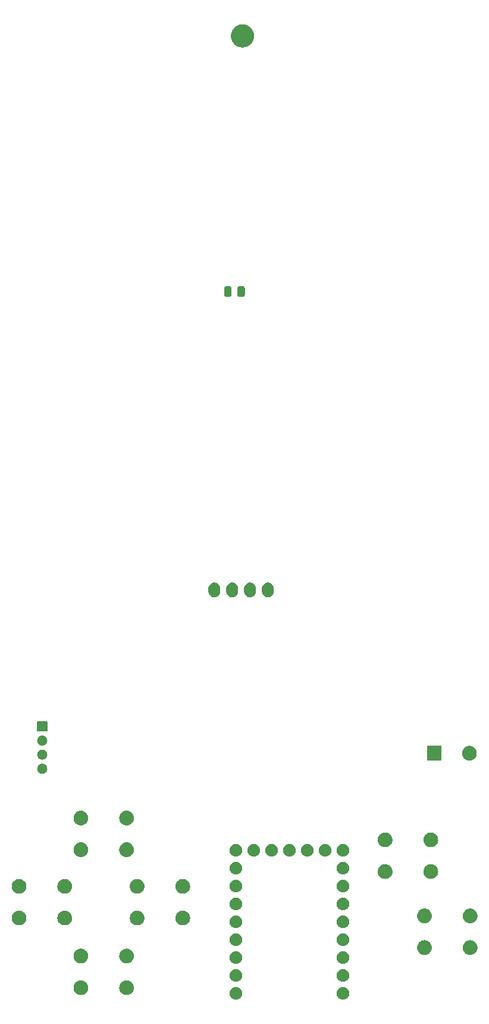
<source format=gbr>
G04 #@! TF.GenerationSoftware,KiCad,Pcbnew,8.0.5-8.0.5-0~ubuntu24.04.1*
G04 #@! TF.CreationDate,2024-10-08T07:53:09+09:00*
G04 #@! TF.ProjectId,gopher_party_rp2040_sw,676f7068-6572-45f7-9061-7274795f7270,rev?*
G04 #@! TF.SameCoordinates,Original*
G04 #@! TF.FileFunction,Soldermask,Bot*
G04 #@! TF.FilePolarity,Negative*
%FSLAX46Y46*%
G04 Gerber Fmt 4.6, Leading zero omitted, Abs format (unit mm)*
G04 Created by KiCad (PCBNEW 8.0.5-8.0.5-0~ubuntu24.04.1) date 2024-10-08 07:53:09*
%MOMM*%
%LPD*%
G01*
G04 APERTURE LIST*
G04 APERTURE END LIST*
G36*
X107003983Y-166403936D02*
G01*
X107054180Y-166403936D01*
X107097524Y-166413149D01*
X107135659Y-166416905D01*
X107183566Y-166431437D01*
X107238424Y-166443098D01*
X107273530Y-166458728D01*
X107304566Y-166468143D01*
X107353884Y-166494504D01*
X107410500Y-166519711D01*
X107436822Y-166538835D01*
X107460232Y-166551348D01*
X107507988Y-166590540D01*
X107562887Y-166630427D01*
X107580711Y-166650223D01*
X107596675Y-166663324D01*
X107639572Y-166715594D01*
X107688924Y-166770405D01*
X107699292Y-166788363D01*
X107708651Y-166799767D01*
X107743273Y-166864542D01*
X107783104Y-166933530D01*
X107787685Y-166947630D01*
X107791856Y-166955433D01*
X107814852Y-167031242D01*
X107841311Y-167112672D01*
X107842242Y-167121532D01*
X107843094Y-167124340D01*
X107851384Y-167208513D01*
X107861000Y-167300000D01*
X107851383Y-167391494D01*
X107843094Y-167475659D01*
X107842242Y-167478466D01*
X107841311Y-167487328D01*
X107814848Y-167568771D01*
X107791856Y-167644566D01*
X107787686Y-167652366D01*
X107783104Y-167666470D01*
X107743266Y-167735470D01*
X107708651Y-167800232D01*
X107699294Y-167811633D01*
X107688924Y-167829595D01*
X107639563Y-167884415D01*
X107596675Y-167936675D01*
X107580714Y-167949773D01*
X107562887Y-167969573D01*
X107507977Y-168009467D01*
X107460232Y-168048651D01*
X107436827Y-168061161D01*
X107410500Y-168080289D01*
X107353873Y-168105500D01*
X107304566Y-168131856D01*
X107273537Y-168141268D01*
X107238424Y-168156902D01*
X107183555Y-168168564D01*
X107135659Y-168183094D01*
X107097532Y-168186849D01*
X107054180Y-168196064D01*
X107003973Y-168196064D01*
X106960000Y-168200395D01*
X106916027Y-168196064D01*
X106865820Y-168196064D01*
X106822467Y-168186849D01*
X106784340Y-168183094D01*
X106736441Y-168168563D01*
X106681576Y-168156902D01*
X106646464Y-168141269D01*
X106615433Y-168131856D01*
X106566120Y-168105498D01*
X106509500Y-168080289D01*
X106483175Y-168061163D01*
X106459767Y-168048651D01*
X106412013Y-168009460D01*
X106357113Y-167969573D01*
X106339287Y-167949776D01*
X106323324Y-167936675D01*
X106280425Y-167884402D01*
X106231076Y-167829595D01*
X106220708Y-167811637D01*
X106211348Y-167800232D01*
X106176719Y-167735447D01*
X106136896Y-167666470D01*
X106132315Y-167652371D01*
X106128143Y-167644566D01*
X106105136Y-167568725D01*
X106078689Y-167487328D01*
X106077758Y-167478471D01*
X106076905Y-167475659D01*
X106068600Y-167391342D01*
X106059000Y-167300000D01*
X106068599Y-167208664D01*
X106076905Y-167124340D01*
X106077758Y-167121527D01*
X106078689Y-167112672D01*
X106105132Y-167031288D01*
X106128143Y-166955433D01*
X106132315Y-166947626D01*
X106136896Y-166933530D01*
X106176712Y-166864565D01*
X106211348Y-166799767D01*
X106220710Y-166788359D01*
X106231076Y-166770405D01*
X106280416Y-166715607D01*
X106323324Y-166663324D01*
X106339291Y-166650219D01*
X106357113Y-166630427D01*
X106412002Y-166590546D01*
X106459767Y-166551348D01*
X106483180Y-166538833D01*
X106509500Y-166519711D01*
X106566109Y-166494506D01*
X106615433Y-166468143D01*
X106646471Y-166458727D01*
X106681576Y-166443098D01*
X106736430Y-166431438D01*
X106784340Y-166416905D01*
X106822476Y-166413148D01*
X106865820Y-166403936D01*
X106916016Y-166403936D01*
X106960000Y-166399604D01*
X107003983Y-166403936D01*
G37*
G36*
X122243983Y-166403936D02*
G01*
X122294180Y-166403936D01*
X122337524Y-166413149D01*
X122375659Y-166416905D01*
X122423566Y-166431437D01*
X122478424Y-166443098D01*
X122513530Y-166458728D01*
X122544566Y-166468143D01*
X122593884Y-166494504D01*
X122650500Y-166519711D01*
X122676822Y-166538835D01*
X122700232Y-166551348D01*
X122747988Y-166590540D01*
X122802887Y-166630427D01*
X122820711Y-166650223D01*
X122836675Y-166663324D01*
X122879572Y-166715594D01*
X122928924Y-166770405D01*
X122939292Y-166788363D01*
X122948651Y-166799767D01*
X122983273Y-166864542D01*
X123023104Y-166933530D01*
X123027685Y-166947630D01*
X123031856Y-166955433D01*
X123054852Y-167031242D01*
X123081311Y-167112672D01*
X123082242Y-167121532D01*
X123083094Y-167124340D01*
X123091384Y-167208513D01*
X123101000Y-167300000D01*
X123091383Y-167391494D01*
X123083094Y-167475659D01*
X123082242Y-167478466D01*
X123081311Y-167487328D01*
X123054848Y-167568771D01*
X123031856Y-167644566D01*
X123027686Y-167652366D01*
X123023104Y-167666470D01*
X122983266Y-167735470D01*
X122948651Y-167800232D01*
X122939294Y-167811633D01*
X122928924Y-167829595D01*
X122879563Y-167884415D01*
X122836675Y-167936675D01*
X122820714Y-167949773D01*
X122802887Y-167969573D01*
X122747977Y-168009467D01*
X122700232Y-168048651D01*
X122676827Y-168061161D01*
X122650500Y-168080289D01*
X122593873Y-168105500D01*
X122544566Y-168131856D01*
X122513537Y-168141268D01*
X122478424Y-168156902D01*
X122423555Y-168168564D01*
X122375659Y-168183094D01*
X122337532Y-168186849D01*
X122294180Y-168196064D01*
X122243973Y-168196064D01*
X122200000Y-168200395D01*
X122156027Y-168196064D01*
X122105820Y-168196064D01*
X122062467Y-168186849D01*
X122024340Y-168183094D01*
X121976441Y-168168563D01*
X121921576Y-168156902D01*
X121886464Y-168141269D01*
X121855433Y-168131856D01*
X121806120Y-168105498D01*
X121749500Y-168080289D01*
X121723175Y-168061163D01*
X121699767Y-168048651D01*
X121652013Y-168009460D01*
X121597113Y-167969573D01*
X121579287Y-167949776D01*
X121563324Y-167936675D01*
X121520425Y-167884402D01*
X121471076Y-167829595D01*
X121460708Y-167811637D01*
X121451348Y-167800232D01*
X121416719Y-167735447D01*
X121376896Y-167666470D01*
X121372315Y-167652371D01*
X121368143Y-167644566D01*
X121345136Y-167568725D01*
X121318689Y-167487328D01*
X121317758Y-167478471D01*
X121316905Y-167475659D01*
X121308600Y-167391342D01*
X121299000Y-167300000D01*
X121308599Y-167208664D01*
X121316905Y-167124340D01*
X121317758Y-167121527D01*
X121318689Y-167112672D01*
X121345132Y-167031288D01*
X121368143Y-166955433D01*
X121372315Y-166947626D01*
X121376896Y-166933530D01*
X121416712Y-166864565D01*
X121451348Y-166799767D01*
X121460710Y-166788359D01*
X121471076Y-166770405D01*
X121520416Y-166715607D01*
X121563324Y-166663324D01*
X121579291Y-166650219D01*
X121597113Y-166630427D01*
X121652002Y-166590546D01*
X121699767Y-166551348D01*
X121723180Y-166538833D01*
X121749500Y-166519711D01*
X121806109Y-166494506D01*
X121855433Y-166468143D01*
X121886471Y-166458727D01*
X121921576Y-166443098D01*
X121976430Y-166431438D01*
X122024340Y-166416905D01*
X122062476Y-166413148D01*
X122105820Y-166403936D01*
X122156016Y-166403936D01*
X122200000Y-166399604D01*
X122243983Y-166403936D01*
G37*
G36*
X84950938Y-165454017D02*
G01*
X84996923Y-165454017D01*
X85048139Y-165463590D01*
X85105040Y-165469195D01*
X85148261Y-165482306D01*
X85187474Y-165489636D01*
X85241785Y-165510676D01*
X85302200Y-165529003D01*
X85336720Y-165547454D01*
X85368232Y-165559662D01*
X85422977Y-165593559D01*
X85483904Y-165626125D01*
X85509506Y-165647136D01*
X85533048Y-165661713D01*
X85585212Y-165709267D01*
X85643169Y-165756831D01*
X85660342Y-165777757D01*
X85676301Y-165792305D01*
X85722629Y-165853653D01*
X85773875Y-165916096D01*
X85783783Y-165934634D01*
X85793122Y-165947000D01*
X85830274Y-166021613D01*
X85870997Y-166097800D01*
X85875340Y-166112117D01*
X85879528Y-166120528D01*
X85904267Y-166207476D01*
X85930805Y-166294960D01*
X85931676Y-166303811D01*
X85932577Y-166306975D01*
X85941938Y-166408002D01*
X85951000Y-166500000D01*
X85941938Y-166592005D01*
X85932577Y-166693024D01*
X85931676Y-166696187D01*
X85930805Y-166705040D01*
X85904262Y-166792538D01*
X85879528Y-166879471D01*
X85875341Y-166887879D01*
X85870997Y-166902200D01*
X85830267Y-166978399D01*
X85793122Y-167052999D01*
X85783785Y-167065362D01*
X85773875Y-167083904D01*
X85722620Y-167146357D01*
X85676301Y-167207694D01*
X85660345Y-167222238D01*
X85643169Y-167243169D01*
X85585201Y-167290741D01*
X85533048Y-167338286D01*
X85509511Y-167352859D01*
X85483904Y-167373875D01*
X85422965Y-167406447D01*
X85368232Y-167440337D01*
X85336726Y-167452542D01*
X85302200Y-167470997D01*
X85241773Y-167489327D01*
X85187474Y-167510363D01*
X85148268Y-167517691D01*
X85105040Y-167530805D01*
X85048136Y-167536409D01*
X84996923Y-167545983D01*
X84950938Y-167545983D01*
X84900000Y-167551000D01*
X84849062Y-167545983D01*
X84803077Y-167545983D01*
X84751863Y-167536409D01*
X84694960Y-167530805D01*
X84651732Y-167517692D01*
X84612525Y-167510363D01*
X84558221Y-167489325D01*
X84497800Y-167470997D01*
X84463275Y-167452543D01*
X84431767Y-167440337D01*
X84377027Y-167406443D01*
X84316096Y-167373875D01*
X84290491Y-167352861D01*
X84266951Y-167338286D01*
X84214788Y-167290733D01*
X84156831Y-167243169D01*
X84139656Y-167222242D01*
X84123698Y-167207694D01*
X84077367Y-167146342D01*
X84026125Y-167083904D01*
X84016216Y-167065366D01*
X84006877Y-167052999D01*
X83969717Y-166978372D01*
X83929003Y-166902200D01*
X83924660Y-166887884D01*
X83920471Y-166879471D01*
X83895721Y-166792485D01*
X83869195Y-166705040D01*
X83868323Y-166696192D01*
X83867422Y-166693024D01*
X83858044Y-166591833D01*
X83849000Y-166500000D01*
X83858044Y-166408173D01*
X83867422Y-166306975D01*
X83868323Y-166303805D01*
X83869195Y-166294960D01*
X83895716Y-166207529D01*
X83920471Y-166120528D01*
X83924661Y-166112112D01*
X83929003Y-166097800D01*
X83969710Y-166021641D01*
X84006877Y-165947000D01*
X84016218Y-165934629D01*
X84026125Y-165916096D01*
X84077357Y-165853668D01*
X84123698Y-165792305D01*
X84139660Y-165777753D01*
X84156831Y-165756831D01*
X84214777Y-165709275D01*
X84266951Y-165661713D01*
X84290496Y-165647134D01*
X84316096Y-165626125D01*
X84377015Y-165593563D01*
X84431767Y-165559662D01*
X84463282Y-165547452D01*
X84497800Y-165529003D01*
X84558209Y-165510677D01*
X84612525Y-165489636D01*
X84651739Y-165482305D01*
X84694960Y-165469195D01*
X84751860Y-165463590D01*
X84803077Y-165454017D01*
X84849062Y-165454017D01*
X84900000Y-165449000D01*
X84950938Y-165454017D01*
G37*
G36*
X91450938Y-165454017D02*
G01*
X91496923Y-165454017D01*
X91548139Y-165463590D01*
X91605040Y-165469195D01*
X91648261Y-165482306D01*
X91687474Y-165489636D01*
X91741785Y-165510676D01*
X91802200Y-165529003D01*
X91836720Y-165547454D01*
X91868232Y-165559662D01*
X91922977Y-165593559D01*
X91983904Y-165626125D01*
X92009506Y-165647136D01*
X92033048Y-165661713D01*
X92085212Y-165709267D01*
X92143169Y-165756831D01*
X92160342Y-165777757D01*
X92176301Y-165792305D01*
X92222629Y-165853653D01*
X92273875Y-165916096D01*
X92283783Y-165934634D01*
X92293122Y-165947000D01*
X92330274Y-166021613D01*
X92370997Y-166097800D01*
X92375340Y-166112117D01*
X92379528Y-166120528D01*
X92404267Y-166207476D01*
X92430805Y-166294960D01*
X92431676Y-166303811D01*
X92432577Y-166306975D01*
X92441938Y-166408002D01*
X92451000Y-166500000D01*
X92441938Y-166592005D01*
X92432577Y-166693024D01*
X92431676Y-166696187D01*
X92430805Y-166705040D01*
X92404262Y-166792538D01*
X92379528Y-166879471D01*
X92375341Y-166887879D01*
X92370997Y-166902200D01*
X92330267Y-166978399D01*
X92293122Y-167052999D01*
X92283785Y-167065362D01*
X92273875Y-167083904D01*
X92222620Y-167146357D01*
X92176301Y-167207694D01*
X92160345Y-167222238D01*
X92143169Y-167243169D01*
X92085201Y-167290741D01*
X92033048Y-167338286D01*
X92009511Y-167352859D01*
X91983904Y-167373875D01*
X91922965Y-167406447D01*
X91868232Y-167440337D01*
X91836726Y-167452542D01*
X91802200Y-167470997D01*
X91741773Y-167489327D01*
X91687474Y-167510363D01*
X91648268Y-167517691D01*
X91605040Y-167530805D01*
X91548136Y-167536409D01*
X91496923Y-167545983D01*
X91450938Y-167545983D01*
X91400000Y-167551000D01*
X91349062Y-167545983D01*
X91303077Y-167545983D01*
X91251863Y-167536409D01*
X91194960Y-167530805D01*
X91151732Y-167517692D01*
X91112525Y-167510363D01*
X91058221Y-167489325D01*
X90997800Y-167470997D01*
X90963275Y-167452543D01*
X90931767Y-167440337D01*
X90877027Y-167406443D01*
X90816096Y-167373875D01*
X90790491Y-167352861D01*
X90766951Y-167338286D01*
X90714788Y-167290733D01*
X90656831Y-167243169D01*
X90639656Y-167222242D01*
X90623698Y-167207694D01*
X90577367Y-167146342D01*
X90526125Y-167083904D01*
X90516216Y-167065366D01*
X90506877Y-167052999D01*
X90469717Y-166978372D01*
X90429003Y-166902200D01*
X90424660Y-166887884D01*
X90420471Y-166879471D01*
X90395721Y-166792485D01*
X90369195Y-166705040D01*
X90368323Y-166696192D01*
X90367422Y-166693024D01*
X90358044Y-166591833D01*
X90349000Y-166500000D01*
X90358044Y-166408173D01*
X90367422Y-166306975D01*
X90368323Y-166303805D01*
X90369195Y-166294960D01*
X90395716Y-166207529D01*
X90420471Y-166120528D01*
X90424661Y-166112112D01*
X90429003Y-166097800D01*
X90469710Y-166021641D01*
X90506877Y-165947000D01*
X90516218Y-165934629D01*
X90526125Y-165916096D01*
X90577357Y-165853668D01*
X90623698Y-165792305D01*
X90639660Y-165777753D01*
X90656831Y-165756831D01*
X90714777Y-165709275D01*
X90766951Y-165661713D01*
X90790496Y-165647134D01*
X90816096Y-165626125D01*
X90877015Y-165593563D01*
X90931767Y-165559662D01*
X90963282Y-165547452D01*
X90997800Y-165529003D01*
X91058209Y-165510677D01*
X91112525Y-165489636D01*
X91151739Y-165482305D01*
X91194960Y-165469195D01*
X91251860Y-165463590D01*
X91303077Y-165454017D01*
X91349062Y-165454017D01*
X91400000Y-165449000D01*
X91450938Y-165454017D01*
G37*
G36*
X107003983Y-163863936D02*
G01*
X107054180Y-163863936D01*
X107097524Y-163873149D01*
X107135659Y-163876905D01*
X107183566Y-163891437D01*
X107238424Y-163903098D01*
X107273530Y-163918728D01*
X107304566Y-163928143D01*
X107353884Y-163954504D01*
X107410500Y-163979711D01*
X107436822Y-163998835D01*
X107460232Y-164011348D01*
X107507988Y-164050540D01*
X107562887Y-164090427D01*
X107580711Y-164110223D01*
X107596675Y-164123324D01*
X107639572Y-164175594D01*
X107688924Y-164230405D01*
X107699292Y-164248363D01*
X107708651Y-164259767D01*
X107743273Y-164324542D01*
X107783104Y-164393530D01*
X107787685Y-164407630D01*
X107791856Y-164415433D01*
X107814852Y-164491242D01*
X107841311Y-164572672D01*
X107842242Y-164581532D01*
X107843094Y-164584340D01*
X107851384Y-164668513D01*
X107861000Y-164760000D01*
X107851383Y-164851494D01*
X107843094Y-164935659D01*
X107842242Y-164938466D01*
X107841311Y-164947328D01*
X107814848Y-165028771D01*
X107791856Y-165104566D01*
X107787686Y-165112366D01*
X107783104Y-165126470D01*
X107743266Y-165195470D01*
X107708651Y-165260232D01*
X107699294Y-165271633D01*
X107688924Y-165289595D01*
X107639563Y-165344415D01*
X107596675Y-165396675D01*
X107580714Y-165409773D01*
X107562887Y-165429573D01*
X107507977Y-165469467D01*
X107460232Y-165508651D01*
X107436827Y-165521161D01*
X107410500Y-165540289D01*
X107353873Y-165565500D01*
X107304566Y-165591856D01*
X107273537Y-165601268D01*
X107238424Y-165616902D01*
X107183555Y-165628564D01*
X107135659Y-165643094D01*
X107097532Y-165646849D01*
X107054180Y-165656064D01*
X107003973Y-165656064D01*
X106960000Y-165660395D01*
X106916027Y-165656064D01*
X106865820Y-165656064D01*
X106822467Y-165646849D01*
X106784340Y-165643094D01*
X106736441Y-165628563D01*
X106681576Y-165616902D01*
X106646464Y-165601269D01*
X106615433Y-165591856D01*
X106566120Y-165565498D01*
X106509500Y-165540289D01*
X106483175Y-165521163D01*
X106459767Y-165508651D01*
X106412013Y-165469460D01*
X106357113Y-165429573D01*
X106339287Y-165409776D01*
X106323324Y-165396675D01*
X106280425Y-165344402D01*
X106231076Y-165289595D01*
X106220708Y-165271637D01*
X106211348Y-165260232D01*
X106176719Y-165195447D01*
X106136896Y-165126470D01*
X106132315Y-165112371D01*
X106128143Y-165104566D01*
X106105136Y-165028725D01*
X106078689Y-164947328D01*
X106077758Y-164938471D01*
X106076905Y-164935659D01*
X106068600Y-164851342D01*
X106059000Y-164760000D01*
X106068599Y-164668664D01*
X106076905Y-164584340D01*
X106077758Y-164581527D01*
X106078689Y-164572672D01*
X106105132Y-164491288D01*
X106128143Y-164415433D01*
X106132315Y-164407626D01*
X106136896Y-164393530D01*
X106176712Y-164324565D01*
X106211348Y-164259767D01*
X106220710Y-164248359D01*
X106231076Y-164230405D01*
X106280416Y-164175607D01*
X106323324Y-164123324D01*
X106339291Y-164110219D01*
X106357113Y-164090427D01*
X106412002Y-164050546D01*
X106459767Y-164011348D01*
X106483180Y-163998833D01*
X106509500Y-163979711D01*
X106566109Y-163954506D01*
X106615433Y-163928143D01*
X106646471Y-163918727D01*
X106681576Y-163903098D01*
X106736430Y-163891438D01*
X106784340Y-163876905D01*
X106822476Y-163873148D01*
X106865820Y-163863936D01*
X106916016Y-163863936D01*
X106960000Y-163859604D01*
X107003983Y-163863936D01*
G37*
G36*
X122243983Y-163863936D02*
G01*
X122294180Y-163863936D01*
X122337524Y-163873149D01*
X122375659Y-163876905D01*
X122423566Y-163891437D01*
X122478424Y-163903098D01*
X122513530Y-163918728D01*
X122544566Y-163928143D01*
X122593884Y-163954504D01*
X122650500Y-163979711D01*
X122676822Y-163998835D01*
X122700232Y-164011348D01*
X122747988Y-164050540D01*
X122802887Y-164090427D01*
X122820711Y-164110223D01*
X122836675Y-164123324D01*
X122879572Y-164175594D01*
X122928924Y-164230405D01*
X122939292Y-164248363D01*
X122948651Y-164259767D01*
X122983273Y-164324542D01*
X123023104Y-164393530D01*
X123027685Y-164407630D01*
X123031856Y-164415433D01*
X123054852Y-164491242D01*
X123081311Y-164572672D01*
X123082242Y-164581532D01*
X123083094Y-164584340D01*
X123091384Y-164668513D01*
X123101000Y-164760000D01*
X123091383Y-164851494D01*
X123083094Y-164935659D01*
X123082242Y-164938466D01*
X123081311Y-164947328D01*
X123054848Y-165028771D01*
X123031856Y-165104566D01*
X123027686Y-165112366D01*
X123023104Y-165126470D01*
X122983266Y-165195470D01*
X122948651Y-165260232D01*
X122939294Y-165271633D01*
X122928924Y-165289595D01*
X122879563Y-165344415D01*
X122836675Y-165396675D01*
X122820714Y-165409773D01*
X122802887Y-165429573D01*
X122747977Y-165469467D01*
X122700232Y-165508651D01*
X122676827Y-165521161D01*
X122650500Y-165540289D01*
X122593873Y-165565500D01*
X122544566Y-165591856D01*
X122513537Y-165601268D01*
X122478424Y-165616902D01*
X122423555Y-165628564D01*
X122375659Y-165643094D01*
X122337532Y-165646849D01*
X122294180Y-165656064D01*
X122243973Y-165656064D01*
X122200000Y-165660395D01*
X122156027Y-165656064D01*
X122105820Y-165656064D01*
X122062467Y-165646849D01*
X122024340Y-165643094D01*
X121976441Y-165628563D01*
X121921576Y-165616902D01*
X121886464Y-165601269D01*
X121855433Y-165591856D01*
X121806120Y-165565498D01*
X121749500Y-165540289D01*
X121723175Y-165521163D01*
X121699767Y-165508651D01*
X121652013Y-165469460D01*
X121597113Y-165429573D01*
X121579287Y-165409776D01*
X121563324Y-165396675D01*
X121520425Y-165344402D01*
X121471076Y-165289595D01*
X121460708Y-165271637D01*
X121451348Y-165260232D01*
X121416719Y-165195447D01*
X121376896Y-165126470D01*
X121372315Y-165112371D01*
X121368143Y-165104566D01*
X121345136Y-165028725D01*
X121318689Y-164947328D01*
X121317758Y-164938471D01*
X121316905Y-164935659D01*
X121308600Y-164851342D01*
X121299000Y-164760000D01*
X121308599Y-164668664D01*
X121316905Y-164584340D01*
X121317758Y-164581527D01*
X121318689Y-164572672D01*
X121345132Y-164491288D01*
X121368143Y-164415433D01*
X121372315Y-164407626D01*
X121376896Y-164393530D01*
X121416712Y-164324565D01*
X121451348Y-164259767D01*
X121460710Y-164248359D01*
X121471076Y-164230405D01*
X121520416Y-164175607D01*
X121563324Y-164123324D01*
X121579291Y-164110219D01*
X121597113Y-164090427D01*
X121652002Y-164050546D01*
X121699767Y-164011348D01*
X121723180Y-163998833D01*
X121749500Y-163979711D01*
X121806109Y-163954506D01*
X121855433Y-163928143D01*
X121886471Y-163918727D01*
X121921576Y-163903098D01*
X121976430Y-163891438D01*
X122024340Y-163876905D01*
X122062476Y-163873148D01*
X122105820Y-163863936D01*
X122156016Y-163863936D01*
X122200000Y-163859604D01*
X122243983Y-163863936D01*
G37*
G36*
X107003983Y-161323936D02*
G01*
X107054180Y-161323936D01*
X107097524Y-161333149D01*
X107135659Y-161336905D01*
X107183566Y-161351437D01*
X107238424Y-161363098D01*
X107273530Y-161378728D01*
X107304566Y-161388143D01*
X107353884Y-161414504D01*
X107410500Y-161439711D01*
X107436822Y-161458835D01*
X107460232Y-161471348D01*
X107507988Y-161510540D01*
X107562887Y-161550427D01*
X107580711Y-161570223D01*
X107596675Y-161583324D01*
X107639572Y-161635594D01*
X107688924Y-161690405D01*
X107699292Y-161708363D01*
X107708651Y-161719767D01*
X107743273Y-161784542D01*
X107783104Y-161853530D01*
X107787685Y-161867630D01*
X107791856Y-161875433D01*
X107814852Y-161951242D01*
X107841311Y-162032672D01*
X107842242Y-162041532D01*
X107843094Y-162044340D01*
X107851384Y-162128513D01*
X107861000Y-162220000D01*
X107851383Y-162311494D01*
X107843094Y-162395659D01*
X107842242Y-162398466D01*
X107841311Y-162407328D01*
X107814848Y-162488771D01*
X107791856Y-162564566D01*
X107787686Y-162572366D01*
X107783104Y-162586470D01*
X107743266Y-162655470D01*
X107708651Y-162720232D01*
X107699294Y-162731633D01*
X107688924Y-162749595D01*
X107639563Y-162804415D01*
X107596675Y-162856675D01*
X107580714Y-162869773D01*
X107562887Y-162889573D01*
X107507977Y-162929467D01*
X107460232Y-162968651D01*
X107436827Y-162981161D01*
X107410500Y-163000289D01*
X107353873Y-163025500D01*
X107304566Y-163051856D01*
X107273537Y-163061268D01*
X107238424Y-163076902D01*
X107183555Y-163088564D01*
X107135659Y-163103094D01*
X107097532Y-163106849D01*
X107054180Y-163116064D01*
X107003973Y-163116064D01*
X106960000Y-163120395D01*
X106916027Y-163116064D01*
X106865820Y-163116064D01*
X106822467Y-163106849D01*
X106784340Y-163103094D01*
X106736441Y-163088563D01*
X106681576Y-163076902D01*
X106646464Y-163061269D01*
X106615433Y-163051856D01*
X106566120Y-163025498D01*
X106509500Y-163000289D01*
X106483175Y-162981163D01*
X106459767Y-162968651D01*
X106412013Y-162929460D01*
X106357113Y-162889573D01*
X106339287Y-162869776D01*
X106323324Y-162856675D01*
X106280425Y-162804402D01*
X106231076Y-162749595D01*
X106220708Y-162731637D01*
X106211348Y-162720232D01*
X106176719Y-162655447D01*
X106136896Y-162586470D01*
X106132315Y-162572371D01*
X106128143Y-162564566D01*
X106105136Y-162488725D01*
X106078689Y-162407328D01*
X106077758Y-162398471D01*
X106076905Y-162395659D01*
X106068600Y-162311342D01*
X106059000Y-162220000D01*
X106068599Y-162128664D01*
X106076905Y-162044340D01*
X106077758Y-162041527D01*
X106078689Y-162032672D01*
X106105132Y-161951288D01*
X106128143Y-161875433D01*
X106132315Y-161867626D01*
X106136896Y-161853530D01*
X106176712Y-161784565D01*
X106211348Y-161719767D01*
X106220710Y-161708359D01*
X106231076Y-161690405D01*
X106280416Y-161635607D01*
X106323324Y-161583324D01*
X106339291Y-161570219D01*
X106357113Y-161550427D01*
X106412002Y-161510546D01*
X106459767Y-161471348D01*
X106483180Y-161458833D01*
X106509500Y-161439711D01*
X106566109Y-161414506D01*
X106615433Y-161388143D01*
X106646471Y-161378727D01*
X106681576Y-161363098D01*
X106736430Y-161351438D01*
X106784340Y-161336905D01*
X106822476Y-161333148D01*
X106865820Y-161323936D01*
X106916016Y-161323936D01*
X106960000Y-161319604D01*
X107003983Y-161323936D01*
G37*
G36*
X122243983Y-161323936D02*
G01*
X122294180Y-161323936D01*
X122337524Y-161333149D01*
X122375659Y-161336905D01*
X122423566Y-161351437D01*
X122478424Y-161363098D01*
X122513530Y-161378728D01*
X122544566Y-161388143D01*
X122593884Y-161414504D01*
X122650500Y-161439711D01*
X122676822Y-161458835D01*
X122700232Y-161471348D01*
X122747988Y-161510540D01*
X122802887Y-161550427D01*
X122820711Y-161570223D01*
X122836675Y-161583324D01*
X122879572Y-161635594D01*
X122928924Y-161690405D01*
X122939292Y-161708363D01*
X122948651Y-161719767D01*
X122983273Y-161784542D01*
X123023104Y-161853530D01*
X123027685Y-161867630D01*
X123031856Y-161875433D01*
X123054852Y-161951242D01*
X123081311Y-162032672D01*
X123082242Y-162041532D01*
X123083094Y-162044340D01*
X123091384Y-162128513D01*
X123101000Y-162220000D01*
X123091383Y-162311494D01*
X123083094Y-162395659D01*
X123082242Y-162398466D01*
X123081311Y-162407328D01*
X123054848Y-162488771D01*
X123031856Y-162564566D01*
X123027686Y-162572366D01*
X123023104Y-162586470D01*
X122983266Y-162655470D01*
X122948651Y-162720232D01*
X122939294Y-162731633D01*
X122928924Y-162749595D01*
X122879563Y-162804415D01*
X122836675Y-162856675D01*
X122820714Y-162869773D01*
X122802887Y-162889573D01*
X122747977Y-162929467D01*
X122700232Y-162968651D01*
X122676827Y-162981161D01*
X122650500Y-163000289D01*
X122593873Y-163025500D01*
X122544566Y-163051856D01*
X122513537Y-163061268D01*
X122478424Y-163076902D01*
X122423555Y-163088564D01*
X122375659Y-163103094D01*
X122337532Y-163106849D01*
X122294180Y-163116064D01*
X122243973Y-163116064D01*
X122200000Y-163120395D01*
X122156027Y-163116064D01*
X122105820Y-163116064D01*
X122062467Y-163106849D01*
X122024340Y-163103094D01*
X121976441Y-163088563D01*
X121921576Y-163076902D01*
X121886464Y-163061269D01*
X121855433Y-163051856D01*
X121806120Y-163025498D01*
X121749500Y-163000289D01*
X121723175Y-162981163D01*
X121699767Y-162968651D01*
X121652013Y-162929460D01*
X121597113Y-162889573D01*
X121579287Y-162869776D01*
X121563324Y-162856675D01*
X121520425Y-162804402D01*
X121471076Y-162749595D01*
X121460708Y-162731637D01*
X121451348Y-162720232D01*
X121416719Y-162655447D01*
X121376896Y-162586470D01*
X121372315Y-162572371D01*
X121368143Y-162564566D01*
X121345136Y-162488725D01*
X121318689Y-162407328D01*
X121317758Y-162398471D01*
X121316905Y-162395659D01*
X121308600Y-162311342D01*
X121299000Y-162220000D01*
X121308599Y-162128664D01*
X121316905Y-162044340D01*
X121317758Y-162041527D01*
X121318689Y-162032672D01*
X121345132Y-161951288D01*
X121368143Y-161875433D01*
X121372315Y-161867626D01*
X121376896Y-161853530D01*
X121416712Y-161784565D01*
X121451348Y-161719767D01*
X121460710Y-161708359D01*
X121471076Y-161690405D01*
X121520416Y-161635607D01*
X121563324Y-161583324D01*
X121579291Y-161570219D01*
X121597113Y-161550427D01*
X121652002Y-161510546D01*
X121699767Y-161471348D01*
X121723180Y-161458833D01*
X121749500Y-161439711D01*
X121806109Y-161414506D01*
X121855433Y-161388143D01*
X121886471Y-161378727D01*
X121921576Y-161363098D01*
X121976430Y-161351438D01*
X122024340Y-161336905D01*
X122062476Y-161333148D01*
X122105820Y-161323936D01*
X122156016Y-161323936D01*
X122200000Y-161319604D01*
X122243983Y-161323936D01*
G37*
G36*
X84950938Y-160954017D02*
G01*
X84996923Y-160954017D01*
X85048139Y-160963590D01*
X85105040Y-160969195D01*
X85148261Y-160982306D01*
X85187474Y-160989636D01*
X85241785Y-161010676D01*
X85302200Y-161029003D01*
X85336720Y-161047454D01*
X85368232Y-161059662D01*
X85422977Y-161093559D01*
X85483904Y-161126125D01*
X85509506Y-161147136D01*
X85533048Y-161161713D01*
X85585212Y-161209267D01*
X85643169Y-161256831D01*
X85660342Y-161277757D01*
X85676301Y-161292305D01*
X85722629Y-161353653D01*
X85773875Y-161416096D01*
X85783783Y-161434634D01*
X85793122Y-161447000D01*
X85830274Y-161521613D01*
X85870997Y-161597800D01*
X85875340Y-161612117D01*
X85879528Y-161620528D01*
X85904267Y-161707476D01*
X85930805Y-161794960D01*
X85931676Y-161803811D01*
X85932577Y-161806975D01*
X85941938Y-161908002D01*
X85951000Y-162000000D01*
X85941938Y-162092005D01*
X85932577Y-162193024D01*
X85931676Y-162196187D01*
X85930805Y-162205040D01*
X85904262Y-162292538D01*
X85879528Y-162379471D01*
X85875341Y-162387879D01*
X85870997Y-162402200D01*
X85830267Y-162478399D01*
X85793122Y-162552999D01*
X85783785Y-162565362D01*
X85773875Y-162583904D01*
X85722620Y-162646357D01*
X85676301Y-162707694D01*
X85660345Y-162722238D01*
X85643169Y-162743169D01*
X85585201Y-162790741D01*
X85533048Y-162838286D01*
X85509511Y-162852859D01*
X85483904Y-162873875D01*
X85422965Y-162906447D01*
X85368232Y-162940337D01*
X85336726Y-162952542D01*
X85302200Y-162970997D01*
X85241773Y-162989327D01*
X85187474Y-163010363D01*
X85148268Y-163017691D01*
X85105040Y-163030805D01*
X85048136Y-163036409D01*
X84996923Y-163045983D01*
X84950938Y-163045983D01*
X84900000Y-163051000D01*
X84849062Y-163045983D01*
X84803077Y-163045983D01*
X84751863Y-163036409D01*
X84694960Y-163030805D01*
X84651732Y-163017692D01*
X84612525Y-163010363D01*
X84558221Y-162989325D01*
X84497800Y-162970997D01*
X84463275Y-162952543D01*
X84431767Y-162940337D01*
X84377027Y-162906443D01*
X84316096Y-162873875D01*
X84290491Y-162852861D01*
X84266951Y-162838286D01*
X84214788Y-162790733D01*
X84156831Y-162743169D01*
X84139656Y-162722242D01*
X84123698Y-162707694D01*
X84077367Y-162646342D01*
X84026125Y-162583904D01*
X84016216Y-162565366D01*
X84006877Y-162552999D01*
X83969717Y-162478372D01*
X83929003Y-162402200D01*
X83924660Y-162387884D01*
X83920471Y-162379471D01*
X83895721Y-162292485D01*
X83869195Y-162205040D01*
X83868323Y-162196192D01*
X83867422Y-162193024D01*
X83858044Y-162091833D01*
X83849000Y-162000000D01*
X83858044Y-161908173D01*
X83867422Y-161806975D01*
X83868323Y-161803805D01*
X83869195Y-161794960D01*
X83895716Y-161707529D01*
X83920471Y-161620528D01*
X83924661Y-161612112D01*
X83929003Y-161597800D01*
X83969710Y-161521641D01*
X84006877Y-161447000D01*
X84016218Y-161434629D01*
X84026125Y-161416096D01*
X84077357Y-161353668D01*
X84123698Y-161292305D01*
X84139660Y-161277753D01*
X84156831Y-161256831D01*
X84214777Y-161209275D01*
X84266951Y-161161713D01*
X84290496Y-161147134D01*
X84316096Y-161126125D01*
X84377015Y-161093563D01*
X84431767Y-161059662D01*
X84463282Y-161047452D01*
X84497800Y-161029003D01*
X84558209Y-161010677D01*
X84612525Y-160989636D01*
X84651739Y-160982305D01*
X84694960Y-160969195D01*
X84751860Y-160963590D01*
X84803077Y-160954017D01*
X84849062Y-160954017D01*
X84900000Y-160949000D01*
X84950938Y-160954017D01*
G37*
G36*
X91450938Y-160954017D02*
G01*
X91496923Y-160954017D01*
X91548139Y-160963590D01*
X91605040Y-160969195D01*
X91648261Y-160982306D01*
X91687474Y-160989636D01*
X91741785Y-161010676D01*
X91802200Y-161029003D01*
X91836720Y-161047454D01*
X91868232Y-161059662D01*
X91922977Y-161093559D01*
X91983904Y-161126125D01*
X92009506Y-161147136D01*
X92033048Y-161161713D01*
X92085212Y-161209267D01*
X92143169Y-161256831D01*
X92160342Y-161277757D01*
X92176301Y-161292305D01*
X92222629Y-161353653D01*
X92273875Y-161416096D01*
X92283783Y-161434634D01*
X92293122Y-161447000D01*
X92330274Y-161521613D01*
X92370997Y-161597800D01*
X92375340Y-161612117D01*
X92379528Y-161620528D01*
X92404267Y-161707476D01*
X92430805Y-161794960D01*
X92431676Y-161803811D01*
X92432577Y-161806975D01*
X92441938Y-161908002D01*
X92451000Y-162000000D01*
X92441938Y-162092005D01*
X92432577Y-162193024D01*
X92431676Y-162196187D01*
X92430805Y-162205040D01*
X92404262Y-162292538D01*
X92379528Y-162379471D01*
X92375341Y-162387879D01*
X92370997Y-162402200D01*
X92330267Y-162478399D01*
X92293122Y-162552999D01*
X92283785Y-162565362D01*
X92273875Y-162583904D01*
X92222620Y-162646357D01*
X92176301Y-162707694D01*
X92160345Y-162722238D01*
X92143169Y-162743169D01*
X92085201Y-162790741D01*
X92033048Y-162838286D01*
X92009511Y-162852859D01*
X91983904Y-162873875D01*
X91922965Y-162906447D01*
X91868232Y-162940337D01*
X91836726Y-162952542D01*
X91802200Y-162970997D01*
X91741773Y-162989327D01*
X91687474Y-163010363D01*
X91648268Y-163017691D01*
X91605040Y-163030805D01*
X91548136Y-163036409D01*
X91496923Y-163045983D01*
X91450938Y-163045983D01*
X91400000Y-163051000D01*
X91349062Y-163045983D01*
X91303077Y-163045983D01*
X91251863Y-163036409D01*
X91194960Y-163030805D01*
X91151732Y-163017692D01*
X91112525Y-163010363D01*
X91058221Y-162989325D01*
X90997800Y-162970997D01*
X90963275Y-162952543D01*
X90931767Y-162940337D01*
X90877027Y-162906443D01*
X90816096Y-162873875D01*
X90790491Y-162852861D01*
X90766951Y-162838286D01*
X90714788Y-162790733D01*
X90656831Y-162743169D01*
X90639656Y-162722242D01*
X90623698Y-162707694D01*
X90577367Y-162646342D01*
X90526125Y-162583904D01*
X90516216Y-162565366D01*
X90506877Y-162552999D01*
X90469717Y-162478372D01*
X90429003Y-162402200D01*
X90424660Y-162387884D01*
X90420471Y-162379471D01*
X90395721Y-162292485D01*
X90369195Y-162205040D01*
X90368323Y-162196192D01*
X90367422Y-162193024D01*
X90358044Y-162091833D01*
X90349000Y-162000000D01*
X90358044Y-161908173D01*
X90367422Y-161806975D01*
X90368323Y-161803805D01*
X90369195Y-161794960D01*
X90395716Y-161707529D01*
X90420471Y-161620528D01*
X90424661Y-161612112D01*
X90429003Y-161597800D01*
X90469710Y-161521641D01*
X90506877Y-161447000D01*
X90516218Y-161434629D01*
X90526125Y-161416096D01*
X90577357Y-161353668D01*
X90623698Y-161292305D01*
X90639660Y-161277753D01*
X90656831Y-161256831D01*
X90714777Y-161209275D01*
X90766951Y-161161713D01*
X90790496Y-161147134D01*
X90816096Y-161126125D01*
X90877015Y-161093563D01*
X90931767Y-161059662D01*
X90963282Y-161047452D01*
X90997800Y-161029003D01*
X91058209Y-161010677D01*
X91112525Y-160989636D01*
X91151739Y-160982305D01*
X91194960Y-160969195D01*
X91251860Y-160963590D01*
X91303077Y-160954017D01*
X91349062Y-160954017D01*
X91400000Y-160949000D01*
X91450938Y-160954017D01*
G37*
G36*
X133850938Y-159754017D02*
G01*
X133896923Y-159754017D01*
X133948139Y-159763590D01*
X134005040Y-159769195D01*
X134048261Y-159782306D01*
X134087474Y-159789636D01*
X134141785Y-159810676D01*
X134202200Y-159829003D01*
X134236720Y-159847454D01*
X134268232Y-159859662D01*
X134322977Y-159893559D01*
X134383904Y-159926125D01*
X134409506Y-159947136D01*
X134433048Y-159961713D01*
X134485212Y-160009267D01*
X134543169Y-160056831D01*
X134560342Y-160077757D01*
X134576301Y-160092305D01*
X134622629Y-160153653D01*
X134673875Y-160216096D01*
X134683783Y-160234634D01*
X134693122Y-160247000D01*
X134730274Y-160321613D01*
X134770997Y-160397800D01*
X134775340Y-160412117D01*
X134779528Y-160420528D01*
X134804267Y-160507476D01*
X134830805Y-160594960D01*
X134831676Y-160603811D01*
X134832577Y-160606975D01*
X134841938Y-160708002D01*
X134851000Y-160800000D01*
X134841938Y-160892005D01*
X134832577Y-160993024D01*
X134831676Y-160996187D01*
X134830805Y-161005040D01*
X134804262Y-161092538D01*
X134779528Y-161179471D01*
X134775341Y-161187879D01*
X134770997Y-161202200D01*
X134730267Y-161278399D01*
X134693122Y-161352999D01*
X134683785Y-161365362D01*
X134673875Y-161383904D01*
X134622620Y-161446357D01*
X134576301Y-161507694D01*
X134560345Y-161522238D01*
X134543169Y-161543169D01*
X134485201Y-161590741D01*
X134433048Y-161638286D01*
X134409511Y-161652859D01*
X134383904Y-161673875D01*
X134322965Y-161706447D01*
X134268232Y-161740337D01*
X134236726Y-161752542D01*
X134202200Y-161770997D01*
X134141773Y-161789327D01*
X134087474Y-161810363D01*
X134048268Y-161817691D01*
X134005040Y-161830805D01*
X133948136Y-161836409D01*
X133896923Y-161845983D01*
X133850938Y-161845983D01*
X133800000Y-161851000D01*
X133749062Y-161845983D01*
X133703077Y-161845983D01*
X133651863Y-161836409D01*
X133594960Y-161830805D01*
X133551732Y-161817692D01*
X133512525Y-161810363D01*
X133458221Y-161789325D01*
X133397800Y-161770997D01*
X133363275Y-161752543D01*
X133331767Y-161740337D01*
X133277027Y-161706443D01*
X133216096Y-161673875D01*
X133190491Y-161652861D01*
X133166951Y-161638286D01*
X133114788Y-161590733D01*
X133056831Y-161543169D01*
X133039656Y-161522242D01*
X133023698Y-161507694D01*
X132977367Y-161446342D01*
X132926125Y-161383904D01*
X132916216Y-161365366D01*
X132906877Y-161352999D01*
X132869717Y-161278372D01*
X132829003Y-161202200D01*
X132824660Y-161187884D01*
X132820471Y-161179471D01*
X132795721Y-161092485D01*
X132769195Y-161005040D01*
X132768323Y-160996192D01*
X132767422Y-160993024D01*
X132758044Y-160891833D01*
X132749000Y-160800000D01*
X132758044Y-160708173D01*
X132767422Y-160606975D01*
X132768323Y-160603805D01*
X132769195Y-160594960D01*
X132795716Y-160507529D01*
X132820471Y-160420528D01*
X132824661Y-160412112D01*
X132829003Y-160397800D01*
X132869710Y-160321641D01*
X132906877Y-160247000D01*
X132916218Y-160234629D01*
X132926125Y-160216096D01*
X132977357Y-160153668D01*
X133023698Y-160092305D01*
X133039660Y-160077753D01*
X133056831Y-160056831D01*
X133114777Y-160009275D01*
X133166951Y-159961713D01*
X133190496Y-159947134D01*
X133216096Y-159926125D01*
X133277015Y-159893563D01*
X133331767Y-159859662D01*
X133363282Y-159847452D01*
X133397800Y-159829003D01*
X133458209Y-159810677D01*
X133512525Y-159789636D01*
X133551739Y-159782305D01*
X133594960Y-159769195D01*
X133651860Y-159763590D01*
X133703077Y-159754017D01*
X133749062Y-159754017D01*
X133800000Y-159749000D01*
X133850938Y-159754017D01*
G37*
G36*
X140350938Y-159754017D02*
G01*
X140396923Y-159754017D01*
X140448139Y-159763590D01*
X140505040Y-159769195D01*
X140548261Y-159782306D01*
X140587474Y-159789636D01*
X140641785Y-159810676D01*
X140702200Y-159829003D01*
X140736720Y-159847454D01*
X140768232Y-159859662D01*
X140822977Y-159893559D01*
X140883904Y-159926125D01*
X140909506Y-159947136D01*
X140933048Y-159961713D01*
X140985212Y-160009267D01*
X141043169Y-160056831D01*
X141060342Y-160077757D01*
X141076301Y-160092305D01*
X141122629Y-160153653D01*
X141173875Y-160216096D01*
X141183783Y-160234634D01*
X141193122Y-160247000D01*
X141230274Y-160321613D01*
X141270997Y-160397800D01*
X141275340Y-160412117D01*
X141279528Y-160420528D01*
X141304267Y-160507476D01*
X141330805Y-160594960D01*
X141331676Y-160603811D01*
X141332577Y-160606975D01*
X141341938Y-160708002D01*
X141351000Y-160800000D01*
X141341938Y-160892005D01*
X141332577Y-160993024D01*
X141331676Y-160996187D01*
X141330805Y-161005040D01*
X141304262Y-161092538D01*
X141279528Y-161179471D01*
X141275341Y-161187879D01*
X141270997Y-161202200D01*
X141230267Y-161278399D01*
X141193122Y-161352999D01*
X141183785Y-161365362D01*
X141173875Y-161383904D01*
X141122620Y-161446357D01*
X141076301Y-161507694D01*
X141060345Y-161522238D01*
X141043169Y-161543169D01*
X140985201Y-161590741D01*
X140933048Y-161638286D01*
X140909511Y-161652859D01*
X140883904Y-161673875D01*
X140822965Y-161706447D01*
X140768232Y-161740337D01*
X140736726Y-161752542D01*
X140702200Y-161770997D01*
X140641773Y-161789327D01*
X140587474Y-161810363D01*
X140548268Y-161817691D01*
X140505040Y-161830805D01*
X140448136Y-161836409D01*
X140396923Y-161845983D01*
X140350938Y-161845983D01*
X140300000Y-161851000D01*
X140249062Y-161845983D01*
X140203077Y-161845983D01*
X140151863Y-161836409D01*
X140094960Y-161830805D01*
X140051732Y-161817692D01*
X140012525Y-161810363D01*
X139958221Y-161789325D01*
X139897800Y-161770997D01*
X139863275Y-161752543D01*
X139831767Y-161740337D01*
X139777027Y-161706443D01*
X139716096Y-161673875D01*
X139690491Y-161652861D01*
X139666951Y-161638286D01*
X139614788Y-161590733D01*
X139556831Y-161543169D01*
X139539656Y-161522242D01*
X139523698Y-161507694D01*
X139477367Y-161446342D01*
X139426125Y-161383904D01*
X139416216Y-161365366D01*
X139406877Y-161352999D01*
X139369717Y-161278372D01*
X139329003Y-161202200D01*
X139324660Y-161187884D01*
X139320471Y-161179471D01*
X139295721Y-161092485D01*
X139269195Y-161005040D01*
X139268323Y-160996192D01*
X139267422Y-160993024D01*
X139258044Y-160891833D01*
X139249000Y-160800000D01*
X139258044Y-160708173D01*
X139267422Y-160606975D01*
X139268323Y-160603805D01*
X139269195Y-160594960D01*
X139295716Y-160507529D01*
X139320471Y-160420528D01*
X139324661Y-160412112D01*
X139329003Y-160397800D01*
X139369710Y-160321641D01*
X139406877Y-160247000D01*
X139416218Y-160234629D01*
X139426125Y-160216096D01*
X139477357Y-160153668D01*
X139523698Y-160092305D01*
X139539660Y-160077753D01*
X139556831Y-160056831D01*
X139614777Y-160009275D01*
X139666951Y-159961713D01*
X139690496Y-159947134D01*
X139716096Y-159926125D01*
X139777015Y-159893563D01*
X139831767Y-159859662D01*
X139863282Y-159847452D01*
X139897800Y-159829003D01*
X139958209Y-159810677D01*
X140012525Y-159789636D01*
X140051739Y-159782305D01*
X140094960Y-159769195D01*
X140151860Y-159763590D01*
X140203077Y-159754017D01*
X140249062Y-159754017D01*
X140300000Y-159749000D01*
X140350938Y-159754017D01*
G37*
G36*
X107003983Y-158783936D02*
G01*
X107054180Y-158783936D01*
X107097524Y-158793149D01*
X107135659Y-158796905D01*
X107183566Y-158811437D01*
X107238424Y-158823098D01*
X107273530Y-158838728D01*
X107304566Y-158848143D01*
X107353884Y-158874504D01*
X107410500Y-158899711D01*
X107436822Y-158918835D01*
X107460232Y-158931348D01*
X107507988Y-158970540D01*
X107562887Y-159010427D01*
X107580711Y-159030223D01*
X107596675Y-159043324D01*
X107639572Y-159095594D01*
X107688924Y-159150405D01*
X107699292Y-159168363D01*
X107708651Y-159179767D01*
X107743273Y-159244542D01*
X107783104Y-159313530D01*
X107787685Y-159327630D01*
X107791856Y-159335433D01*
X107814852Y-159411242D01*
X107841311Y-159492672D01*
X107842242Y-159501532D01*
X107843094Y-159504340D01*
X107851384Y-159588513D01*
X107861000Y-159680000D01*
X107851383Y-159771494D01*
X107843094Y-159855659D01*
X107842242Y-159858466D01*
X107841311Y-159867328D01*
X107814848Y-159948771D01*
X107791856Y-160024566D01*
X107787686Y-160032366D01*
X107783104Y-160046470D01*
X107743266Y-160115470D01*
X107708651Y-160180232D01*
X107699294Y-160191633D01*
X107688924Y-160209595D01*
X107639563Y-160264415D01*
X107596675Y-160316675D01*
X107580714Y-160329773D01*
X107562887Y-160349573D01*
X107507977Y-160389467D01*
X107460232Y-160428651D01*
X107436827Y-160441161D01*
X107410500Y-160460289D01*
X107353873Y-160485500D01*
X107304566Y-160511856D01*
X107273537Y-160521268D01*
X107238424Y-160536902D01*
X107183555Y-160548564D01*
X107135659Y-160563094D01*
X107097532Y-160566849D01*
X107054180Y-160576064D01*
X107003973Y-160576064D01*
X106960000Y-160580395D01*
X106916027Y-160576064D01*
X106865820Y-160576064D01*
X106822467Y-160566849D01*
X106784340Y-160563094D01*
X106736441Y-160548563D01*
X106681576Y-160536902D01*
X106646464Y-160521269D01*
X106615433Y-160511856D01*
X106566120Y-160485498D01*
X106509500Y-160460289D01*
X106483175Y-160441163D01*
X106459767Y-160428651D01*
X106412013Y-160389460D01*
X106357113Y-160349573D01*
X106339287Y-160329776D01*
X106323324Y-160316675D01*
X106280425Y-160264402D01*
X106231076Y-160209595D01*
X106220708Y-160191637D01*
X106211348Y-160180232D01*
X106176719Y-160115447D01*
X106136896Y-160046470D01*
X106132315Y-160032371D01*
X106128143Y-160024566D01*
X106105136Y-159948725D01*
X106078689Y-159867328D01*
X106077758Y-159858471D01*
X106076905Y-159855659D01*
X106068600Y-159771342D01*
X106059000Y-159680000D01*
X106068599Y-159588664D01*
X106076905Y-159504340D01*
X106077758Y-159501527D01*
X106078689Y-159492672D01*
X106105132Y-159411288D01*
X106128143Y-159335433D01*
X106132315Y-159327626D01*
X106136896Y-159313530D01*
X106176712Y-159244565D01*
X106211348Y-159179767D01*
X106220710Y-159168359D01*
X106231076Y-159150405D01*
X106280416Y-159095607D01*
X106323324Y-159043324D01*
X106339291Y-159030219D01*
X106357113Y-159010427D01*
X106412002Y-158970546D01*
X106459767Y-158931348D01*
X106483180Y-158918833D01*
X106509500Y-158899711D01*
X106566109Y-158874506D01*
X106615433Y-158848143D01*
X106646471Y-158838727D01*
X106681576Y-158823098D01*
X106736430Y-158811438D01*
X106784340Y-158796905D01*
X106822476Y-158793148D01*
X106865820Y-158783936D01*
X106916016Y-158783936D01*
X106960000Y-158779604D01*
X107003983Y-158783936D01*
G37*
G36*
X122243983Y-158783936D02*
G01*
X122294180Y-158783936D01*
X122337524Y-158793149D01*
X122375659Y-158796905D01*
X122423566Y-158811437D01*
X122478424Y-158823098D01*
X122513530Y-158838728D01*
X122544566Y-158848143D01*
X122593884Y-158874504D01*
X122650500Y-158899711D01*
X122676822Y-158918835D01*
X122700232Y-158931348D01*
X122747988Y-158970540D01*
X122802887Y-159010427D01*
X122820711Y-159030223D01*
X122836675Y-159043324D01*
X122879572Y-159095594D01*
X122928924Y-159150405D01*
X122939292Y-159168363D01*
X122948651Y-159179767D01*
X122983273Y-159244542D01*
X123023104Y-159313530D01*
X123027685Y-159327630D01*
X123031856Y-159335433D01*
X123054852Y-159411242D01*
X123081311Y-159492672D01*
X123082242Y-159501532D01*
X123083094Y-159504340D01*
X123091384Y-159588513D01*
X123101000Y-159680000D01*
X123091383Y-159771494D01*
X123083094Y-159855659D01*
X123082242Y-159858466D01*
X123081311Y-159867328D01*
X123054848Y-159948771D01*
X123031856Y-160024566D01*
X123027686Y-160032366D01*
X123023104Y-160046470D01*
X122983266Y-160115470D01*
X122948651Y-160180232D01*
X122939294Y-160191633D01*
X122928924Y-160209595D01*
X122879563Y-160264415D01*
X122836675Y-160316675D01*
X122820714Y-160329773D01*
X122802887Y-160349573D01*
X122747977Y-160389467D01*
X122700232Y-160428651D01*
X122676827Y-160441161D01*
X122650500Y-160460289D01*
X122593873Y-160485500D01*
X122544566Y-160511856D01*
X122513537Y-160521268D01*
X122478424Y-160536902D01*
X122423555Y-160548564D01*
X122375659Y-160563094D01*
X122337532Y-160566849D01*
X122294180Y-160576064D01*
X122243973Y-160576064D01*
X122200000Y-160580395D01*
X122156027Y-160576064D01*
X122105820Y-160576064D01*
X122062467Y-160566849D01*
X122024340Y-160563094D01*
X121976441Y-160548563D01*
X121921576Y-160536902D01*
X121886464Y-160521269D01*
X121855433Y-160511856D01*
X121806120Y-160485498D01*
X121749500Y-160460289D01*
X121723175Y-160441163D01*
X121699767Y-160428651D01*
X121652013Y-160389460D01*
X121597113Y-160349573D01*
X121579287Y-160329776D01*
X121563324Y-160316675D01*
X121520425Y-160264402D01*
X121471076Y-160209595D01*
X121460708Y-160191637D01*
X121451348Y-160180232D01*
X121416719Y-160115447D01*
X121376896Y-160046470D01*
X121372315Y-160032371D01*
X121368143Y-160024566D01*
X121345136Y-159948725D01*
X121318689Y-159867328D01*
X121317758Y-159858471D01*
X121316905Y-159855659D01*
X121308600Y-159771342D01*
X121299000Y-159680000D01*
X121308599Y-159588664D01*
X121316905Y-159504340D01*
X121317758Y-159501527D01*
X121318689Y-159492672D01*
X121345132Y-159411288D01*
X121368143Y-159335433D01*
X121372315Y-159327626D01*
X121376896Y-159313530D01*
X121416712Y-159244565D01*
X121451348Y-159179767D01*
X121460710Y-159168359D01*
X121471076Y-159150405D01*
X121520416Y-159095607D01*
X121563324Y-159043324D01*
X121579291Y-159030219D01*
X121597113Y-159010427D01*
X121652002Y-158970546D01*
X121699767Y-158931348D01*
X121723180Y-158918833D01*
X121749500Y-158899711D01*
X121806109Y-158874506D01*
X121855433Y-158848143D01*
X121886471Y-158838727D01*
X121921576Y-158823098D01*
X121976430Y-158811438D01*
X122024340Y-158796905D01*
X122062476Y-158793148D01*
X122105820Y-158783936D01*
X122156016Y-158783936D01*
X122200000Y-158779604D01*
X122243983Y-158783936D01*
G37*
G36*
X107003983Y-156243936D02*
G01*
X107054180Y-156243936D01*
X107097524Y-156253149D01*
X107135659Y-156256905D01*
X107183566Y-156271437D01*
X107238424Y-156283098D01*
X107273530Y-156298728D01*
X107304566Y-156308143D01*
X107353884Y-156334504D01*
X107410500Y-156359711D01*
X107436822Y-156378835D01*
X107460232Y-156391348D01*
X107507988Y-156430540D01*
X107562887Y-156470427D01*
X107580711Y-156490223D01*
X107596675Y-156503324D01*
X107639572Y-156555594D01*
X107688924Y-156610405D01*
X107699292Y-156628363D01*
X107708651Y-156639767D01*
X107743273Y-156704542D01*
X107783104Y-156773530D01*
X107787685Y-156787630D01*
X107791856Y-156795433D01*
X107814852Y-156871242D01*
X107841311Y-156952672D01*
X107842242Y-156961532D01*
X107843094Y-156964340D01*
X107851384Y-157048513D01*
X107861000Y-157140000D01*
X107851383Y-157231494D01*
X107843094Y-157315659D01*
X107842242Y-157318466D01*
X107841311Y-157327328D01*
X107814848Y-157408771D01*
X107791856Y-157484566D01*
X107787686Y-157492366D01*
X107783104Y-157506470D01*
X107743266Y-157575470D01*
X107708651Y-157640232D01*
X107699294Y-157651633D01*
X107688924Y-157669595D01*
X107639563Y-157724415D01*
X107596675Y-157776675D01*
X107580714Y-157789773D01*
X107562887Y-157809573D01*
X107507977Y-157849467D01*
X107460232Y-157888651D01*
X107436827Y-157901161D01*
X107410500Y-157920289D01*
X107353873Y-157945500D01*
X107304566Y-157971856D01*
X107273537Y-157981268D01*
X107238424Y-157996902D01*
X107183555Y-158008564D01*
X107135659Y-158023094D01*
X107097532Y-158026849D01*
X107054180Y-158036064D01*
X107003973Y-158036064D01*
X106960000Y-158040395D01*
X106916027Y-158036064D01*
X106865820Y-158036064D01*
X106822467Y-158026849D01*
X106784340Y-158023094D01*
X106736441Y-158008563D01*
X106681576Y-157996902D01*
X106646464Y-157981269D01*
X106615433Y-157971856D01*
X106566120Y-157945498D01*
X106509500Y-157920289D01*
X106483175Y-157901163D01*
X106459767Y-157888651D01*
X106412013Y-157849460D01*
X106357113Y-157809573D01*
X106339287Y-157789776D01*
X106323324Y-157776675D01*
X106280425Y-157724402D01*
X106231076Y-157669595D01*
X106220708Y-157651637D01*
X106211348Y-157640232D01*
X106176719Y-157575447D01*
X106136896Y-157506470D01*
X106132315Y-157492371D01*
X106128143Y-157484566D01*
X106105136Y-157408725D01*
X106078689Y-157327328D01*
X106077758Y-157318471D01*
X106076905Y-157315659D01*
X106068600Y-157231342D01*
X106059000Y-157140000D01*
X106068599Y-157048664D01*
X106076905Y-156964340D01*
X106077758Y-156961527D01*
X106078689Y-156952672D01*
X106105132Y-156871288D01*
X106128143Y-156795433D01*
X106132315Y-156787626D01*
X106136896Y-156773530D01*
X106176712Y-156704565D01*
X106211348Y-156639767D01*
X106220710Y-156628359D01*
X106231076Y-156610405D01*
X106280416Y-156555607D01*
X106323324Y-156503324D01*
X106339291Y-156490219D01*
X106357113Y-156470427D01*
X106412002Y-156430546D01*
X106459767Y-156391348D01*
X106483180Y-156378833D01*
X106509500Y-156359711D01*
X106566109Y-156334506D01*
X106615433Y-156308143D01*
X106646471Y-156298727D01*
X106681576Y-156283098D01*
X106736430Y-156271438D01*
X106784340Y-156256905D01*
X106822476Y-156253148D01*
X106865820Y-156243936D01*
X106916016Y-156243936D01*
X106960000Y-156239604D01*
X107003983Y-156243936D01*
G37*
G36*
X122243983Y-156243936D02*
G01*
X122294180Y-156243936D01*
X122337524Y-156253149D01*
X122375659Y-156256905D01*
X122423566Y-156271437D01*
X122478424Y-156283098D01*
X122513530Y-156298728D01*
X122544566Y-156308143D01*
X122593884Y-156334504D01*
X122650500Y-156359711D01*
X122676822Y-156378835D01*
X122700232Y-156391348D01*
X122747988Y-156430540D01*
X122802887Y-156470427D01*
X122820711Y-156490223D01*
X122836675Y-156503324D01*
X122879572Y-156555594D01*
X122928924Y-156610405D01*
X122939292Y-156628363D01*
X122948651Y-156639767D01*
X122983273Y-156704542D01*
X123023104Y-156773530D01*
X123027685Y-156787630D01*
X123031856Y-156795433D01*
X123054852Y-156871242D01*
X123081311Y-156952672D01*
X123082242Y-156961532D01*
X123083094Y-156964340D01*
X123091384Y-157048513D01*
X123101000Y-157140000D01*
X123091383Y-157231494D01*
X123083094Y-157315659D01*
X123082242Y-157318466D01*
X123081311Y-157327328D01*
X123054848Y-157408771D01*
X123031856Y-157484566D01*
X123027686Y-157492366D01*
X123023104Y-157506470D01*
X122983266Y-157575470D01*
X122948651Y-157640232D01*
X122939294Y-157651633D01*
X122928924Y-157669595D01*
X122879563Y-157724415D01*
X122836675Y-157776675D01*
X122820714Y-157789773D01*
X122802887Y-157809573D01*
X122747977Y-157849467D01*
X122700232Y-157888651D01*
X122676827Y-157901161D01*
X122650500Y-157920289D01*
X122593873Y-157945500D01*
X122544566Y-157971856D01*
X122513537Y-157981268D01*
X122478424Y-157996902D01*
X122423555Y-158008564D01*
X122375659Y-158023094D01*
X122337532Y-158026849D01*
X122294180Y-158036064D01*
X122243973Y-158036064D01*
X122200000Y-158040395D01*
X122156027Y-158036064D01*
X122105820Y-158036064D01*
X122062467Y-158026849D01*
X122024340Y-158023094D01*
X121976441Y-158008563D01*
X121921576Y-157996902D01*
X121886464Y-157981269D01*
X121855433Y-157971856D01*
X121806120Y-157945498D01*
X121749500Y-157920289D01*
X121723175Y-157901163D01*
X121699767Y-157888651D01*
X121652013Y-157849460D01*
X121597113Y-157809573D01*
X121579287Y-157789776D01*
X121563324Y-157776675D01*
X121520425Y-157724402D01*
X121471076Y-157669595D01*
X121460708Y-157651637D01*
X121451348Y-157640232D01*
X121416719Y-157575447D01*
X121376896Y-157506470D01*
X121372315Y-157492371D01*
X121368143Y-157484566D01*
X121345136Y-157408725D01*
X121318689Y-157327328D01*
X121317758Y-157318471D01*
X121316905Y-157315659D01*
X121308600Y-157231342D01*
X121299000Y-157140000D01*
X121308599Y-157048664D01*
X121316905Y-156964340D01*
X121317758Y-156961527D01*
X121318689Y-156952672D01*
X121345132Y-156871288D01*
X121368143Y-156795433D01*
X121372315Y-156787626D01*
X121376896Y-156773530D01*
X121416712Y-156704565D01*
X121451348Y-156639767D01*
X121460710Y-156628359D01*
X121471076Y-156610405D01*
X121520416Y-156555607D01*
X121563324Y-156503324D01*
X121579291Y-156490219D01*
X121597113Y-156470427D01*
X121652002Y-156430546D01*
X121699767Y-156391348D01*
X121723180Y-156378833D01*
X121749500Y-156359711D01*
X121806109Y-156334506D01*
X121855433Y-156308143D01*
X121886471Y-156298727D01*
X121921576Y-156283098D01*
X121976430Y-156271438D01*
X122024340Y-156256905D01*
X122062476Y-156253148D01*
X122105820Y-156243936D01*
X122156016Y-156243936D01*
X122200000Y-156239604D01*
X122243983Y-156243936D01*
G37*
G36*
X76150938Y-155554017D02*
G01*
X76196923Y-155554017D01*
X76248139Y-155563590D01*
X76305040Y-155569195D01*
X76348261Y-155582306D01*
X76387474Y-155589636D01*
X76441785Y-155610676D01*
X76502200Y-155629003D01*
X76536720Y-155647454D01*
X76568232Y-155659662D01*
X76622977Y-155693559D01*
X76683904Y-155726125D01*
X76709506Y-155747136D01*
X76733048Y-155761713D01*
X76785212Y-155809267D01*
X76843169Y-155856831D01*
X76860342Y-155877757D01*
X76876301Y-155892305D01*
X76922629Y-155953653D01*
X76973875Y-156016096D01*
X76983783Y-156034634D01*
X76993122Y-156047000D01*
X77030274Y-156121613D01*
X77070997Y-156197800D01*
X77075340Y-156212117D01*
X77079528Y-156220528D01*
X77104267Y-156307476D01*
X77130805Y-156394960D01*
X77131676Y-156403811D01*
X77132577Y-156406975D01*
X77141938Y-156508002D01*
X77151000Y-156600000D01*
X77141938Y-156692005D01*
X77132577Y-156793024D01*
X77131676Y-156796187D01*
X77130805Y-156805040D01*
X77104262Y-156892538D01*
X77079528Y-156979471D01*
X77075341Y-156987879D01*
X77070997Y-157002200D01*
X77030267Y-157078399D01*
X76993122Y-157152999D01*
X76983785Y-157165362D01*
X76973875Y-157183904D01*
X76922620Y-157246357D01*
X76876301Y-157307694D01*
X76860345Y-157322238D01*
X76843169Y-157343169D01*
X76785201Y-157390741D01*
X76733048Y-157438286D01*
X76709511Y-157452859D01*
X76683904Y-157473875D01*
X76622965Y-157506447D01*
X76568232Y-157540337D01*
X76536726Y-157552542D01*
X76502200Y-157570997D01*
X76441773Y-157589327D01*
X76387474Y-157610363D01*
X76348268Y-157617691D01*
X76305040Y-157630805D01*
X76248136Y-157636409D01*
X76196923Y-157645983D01*
X76150938Y-157645983D01*
X76100000Y-157651000D01*
X76049062Y-157645983D01*
X76003077Y-157645983D01*
X75951863Y-157636409D01*
X75894960Y-157630805D01*
X75851732Y-157617692D01*
X75812525Y-157610363D01*
X75758221Y-157589325D01*
X75697800Y-157570997D01*
X75663275Y-157552543D01*
X75631767Y-157540337D01*
X75577027Y-157506443D01*
X75516096Y-157473875D01*
X75490491Y-157452861D01*
X75466951Y-157438286D01*
X75414788Y-157390733D01*
X75356831Y-157343169D01*
X75339656Y-157322242D01*
X75323698Y-157307694D01*
X75277367Y-157246342D01*
X75226125Y-157183904D01*
X75216216Y-157165366D01*
X75206877Y-157152999D01*
X75169717Y-157078372D01*
X75129003Y-157002200D01*
X75124660Y-156987884D01*
X75120471Y-156979471D01*
X75095721Y-156892485D01*
X75069195Y-156805040D01*
X75068323Y-156796192D01*
X75067422Y-156793024D01*
X75058044Y-156691833D01*
X75049000Y-156600000D01*
X75058044Y-156508173D01*
X75067422Y-156406975D01*
X75068323Y-156403805D01*
X75069195Y-156394960D01*
X75095716Y-156307529D01*
X75120471Y-156220528D01*
X75124661Y-156212112D01*
X75129003Y-156197800D01*
X75169710Y-156121641D01*
X75206877Y-156047000D01*
X75216218Y-156034629D01*
X75226125Y-156016096D01*
X75277357Y-155953668D01*
X75323698Y-155892305D01*
X75339660Y-155877753D01*
X75356831Y-155856831D01*
X75414777Y-155809275D01*
X75466951Y-155761713D01*
X75490496Y-155747134D01*
X75516096Y-155726125D01*
X75577015Y-155693563D01*
X75631767Y-155659662D01*
X75663282Y-155647452D01*
X75697800Y-155629003D01*
X75758209Y-155610677D01*
X75812525Y-155589636D01*
X75851739Y-155582305D01*
X75894960Y-155569195D01*
X75951860Y-155563590D01*
X76003077Y-155554017D01*
X76049062Y-155554017D01*
X76100000Y-155549000D01*
X76150938Y-155554017D01*
G37*
G36*
X82650938Y-155554017D02*
G01*
X82696923Y-155554017D01*
X82748139Y-155563590D01*
X82805040Y-155569195D01*
X82848261Y-155582306D01*
X82887474Y-155589636D01*
X82941785Y-155610676D01*
X83002200Y-155629003D01*
X83036720Y-155647454D01*
X83068232Y-155659662D01*
X83122977Y-155693559D01*
X83183904Y-155726125D01*
X83209506Y-155747136D01*
X83233048Y-155761713D01*
X83285212Y-155809267D01*
X83343169Y-155856831D01*
X83360342Y-155877757D01*
X83376301Y-155892305D01*
X83422629Y-155953653D01*
X83473875Y-156016096D01*
X83483783Y-156034634D01*
X83493122Y-156047000D01*
X83530274Y-156121613D01*
X83570997Y-156197800D01*
X83575340Y-156212117D01*
X83579528Y-156220528D01*
X83604267Y-156307476D01*
X83630805Y-156394960D01*
X83631676Y-156403811D01*
X83632577Y-156406975D01*
X83641938Y-156508002D01*
X83651000Y-156600000D01*
X83641938Y-156692005D01*
X83632577Y-156793024D01*
X83631676Y-156796187D01*
X83630805Y-156805040D01*
X83604262Y-156892538D01*
X83579528Y-156979471D01*
X83575341Y-156987879D01*
X83570997Y-157002200D01*
X83530267Y-157078399D01*
X83493122Y-157152999D01*
X83483785Y-157165362D01*
X83473875Y-157183904D01*
X83422620Y-157246357D01*
X83376301Y-157307694D01*
X83360345Y-157322238D01*
X83343169Y-157343169D01*
X83285201Y-157390741D01*
X83233048Y-157438286D01*
X83209511Y-157452859D01*
X83183904Y-157473875D01*
X83122965Y-157506447D01*
X83068232Y-157540337D01*
X83036726Y-157552542D01*
X83002200Y-157570997D01*
X82941773Y-157589327D01*
X82887474Y-157610363D01*
X82848268Y-157617691D01*
X82805040Y-157630805D01*
X82748136Y-157636409D01*
X82696923Y-157645983D01*
X82650938Y-157645983D01*
X82600000Y-157651000D01*
X82549062Y-157645983D01*
X82503077Y-157645983D01*
X82451863Y-157636409D01*
X82394960Y-157630805D01*
X82351732Y-157617692D01*
X82312525Y-157610363D01*
X82258221Y-157589325D01*
X82197800Y-157570997D01*
X82163275Y-157552543D01*
X82131767Y-157540337D01*
X82077027Y-157506443D01*
X82016096Y-157473875D01*
X81990491Y-157452861D01*
X81966951Y-157438286D01*
X81914788Y-157390733D01*
X81856831Y-157343169D01*
X81839656Y-157322242D01*
X81823698Y-157307694D01*
X81777367Y-157246342D01*
X81726125Y-157183904D01*
X81716216Y-157165366D01*
X81706877Y-157152999D01*
X81669717Y-157078372D01*
X81629003Y-157002200D01*
X81624660Y-156987884D01*
X81620471Y-156979471D01*
X81595721Y-156892485D01*
X81569195Y-156805040D01*
X81568323Y-156796192D01*
X81567422Y-156793024D01*
X81558044Y-156691833D01*
X81549000Y-156600000D01*
X81558044Y-156508173D01*
X81567422Y-156406975D01*
X81568323Y-156403805D01*
X81569195Y-156394960D01*
X81595716Y-156307529D01*
X81620471Y-156220528D01*
X81624661Y-156212112D01*
X81629003Y-156197800D01*
X81669710Y-156121641D01*
X81706877Y-156047000D01*
X81716218Y-156034629D01*
X81726125Y-156016096D01*
X81777357Y-155953668D01*
X81823698Y-155892305D01*
X81839660Y-155877753D01*
X81856831Y-155856831D01*
X81914777Y-155809275D01*
X81966951Y-155761713D01*
X81990496Y-155747134D01*
X82016096Y-155726125D01*
X82077015Y-155693563D01*
X82131767Y-155659662D01*
X82163282Y-155647452D01*
X82197800Y-155629003D01*
X82258209Y-155610677D01*
X82312525Y-155589636D01*
X82351739Y-155582305D01*
X82394960Y-155569195D01*
X82451860Y-155563590D01*
X82503077Y-155554017D01*
X82549062Y-155554017D01*
X82600000Y-155549000D01*
X82650938Y-155554017D01*
G37*
G36*
X92950938Y-155554017D02*
G01*
X92996923Y-155554017D01*
X93048139Y-155563590D01*
X93105040Y-155569195D01*
X93148261Y-155582306D01*
X93187474Y-155589636D01*
X93241785Y-155610676D01*
X93302200Y-155629003D01*
X93336720Y-155647454D01*
X93368232Y-155659662D01*
X93422977Y-155693559D01*
X93483904Y-155726125D01*
X93509506Y-155747136D01*
X93533048Y-155761713D01*
X93585212Y-155809267D01*
X93643169Y-155856831D01*
X93660342Y-155877757D01*
X93676301Y-155892305D01*
X93722629Y-155953653D01*
X93773875Y-156016096D01*
X93783783Y-156034634D01*
X93793122Y-156047000D01*
X93830274Y-156121613D01*
X93870997Y-156197800D01*
X93875340Y-156212117D01*
X93879528Y-156220528D01*
X93904267Y-156307476D01*
X93930805Y-156394960D01*
X93931676Y-156403811D01*
X93932577Y-156406975D01*
X93941938Y-156508002D01*
X93951000Y-156600000D01*
X93941938Y-156692005D01*
X93932577Y-156793024D01*
X93931676Y-156796187D01*
X93930805Y-156805040D01*
X93904262Y-156892538D01*
X93879528Y-156979471D01*
X93875341Y-156987879D01*
X93870997Y-157002200D01*
X93830267Y-157078399D01*
X93793122Y-157152999D01*
X93783785Y-157165362D01*
X93773875Y-157183904D01*
X93722620Y-157246357D01*
X93676301Y-157307694D01*
X93660345Y-157322238D01*
X93643169Y-157343169D01*
X93585201Y-157390741D01*
X93533048Y-157438286D01*
X93509511Y-157452859D01*
X93483904Y-157473875D01*
X93422965Y-157506447D01*
X93368232Y-157540337D01*
X93336726Y-157552542D01*
X93302200Y-157570997D01*
X93241773Y-157589327D01*
X93187474Y-157610363D01*
X93148268Y-157617691D01*
X93105040Y-157630805D01*
X93048136Y-157636409D01*
X92996923Y-157645983D01*
X92950938Y-157645983D01*
X92900000Y-157651000D01*
X92849062Y-157645983D01*
X92803077Y-157645983D01*
X92751863Y-157636409D01*
X92694960Y-157630805D01*
X92651732Y-157617692D01*
X92612525Y-157610363D01*
X92558221Y-157589325D01*
X92497800Y-157570997D01*
X92463275Y-157552543D01*
X92431767Y-157540337D01*
X92377027Y-157506443D01*
X92316096Y-157473875D01*
X92290491Y-157452861D01*
X92266951Y-157438286D01*
X92214788Y-157390733D01*
X92156831Y-157343169D01*
X92139656Y-157322242D01*
X92123698Y-157307694D01*
X92077367Y-157246342D01*
X92026125Y-157183904D01*
X92016216Y-157165366D01*
X92006877Y-157152999D01*
X91969717Y-157078372D01*
X91929003Y-157002200D01*
X91924660Y-156987884D01*
X91920471Y-156979471D01*
X91895721Y-156892485D01*
X91869195Y-156805040D01*
X91868323Y-156796192D01*
X91867422Y-156793024D01*
X91858044Y-156691833D01*
X91849000Y-156600000D01*
X91858044Y-156508173D01*
X91867422Y-156406975D01*
X91868323Y-156403805D01*
X91869195Y-156394960D01*
X91895716Y-156307529D01*
X91920471Y-156220528D01*
X91924661Y-156212112D01*
X91929003Y-156197800D01*
X91969710Y-156121641D01*
X92006877Y-156047000D01*
X92016218Y-156034629D01*
X92026125Y-156016096D01*
X92077357Y-155953668D01*
X92123698Y-155892305D01*
X92139660Y-155877753D01*
X92156831Y-155856831D01*
X92214777Y-155809275D01*
X92266951Y-155761713D01*
X92290496Y-155747134D01*
X92316096Y-155726125D01*
X92377015Y-155693563D01*
X92431767Y-155659662D01*
X92463282Y-155647452D01*
X92497800Y-155629003D01*
X92558209Y-155610677D01*
X92612525Y-155589636D01*
X92651739Y-155582305D01*
X92694960Y-155569195D01*
X92751860Y-155563590D01*
X92803077Y-155554017D01*
X92849062Y-155554017D01*
X92900000Y-155549000D01*
X92950938Y-155554017D01*
G37*
G36*
X99450938Y-155554017D02*
G01*
X99496923Y-155554017D01*
X99548139Y-155563590D01*
X99605040Y-155569195D01*
X99648261Y-155582306D01*
X99687474Y-155589636D01*
X99741785Y-155610676D01*
X99802200Y-155629003D01*
X99836720Y-155647454D01*
X99868232Y-155659662D01*
X99922977Y-155693559D01*
X99983904Y-155726125D01*
X100009506Y-155747136D01*
X100033048Y-155761713D01*
X100085212Y-155809267D01*
X100143169Y-155856831D01*
X100160342Y-155877757D01*
X100176301Y-155892305D01*
X100222629Y-155953653D01*
X100273875Y-156016096D01*
X100283783Y-156034634D01*
X100293122Y-156047000D01*
X100330274Y-156121613D01*
X100370997Y-156197800D01*
X100375340Y-156212117D01*
X100379528Y-156220528D01*
X100404267Y-156307476D01*
X100430805Y-156394960D01*
X100431676Y-156403811D01*
X100432577Y-156406975D01*
X100441938Y-156508002D01*
X100451000Y-156600000D01*
X100441938Y-156692005D01*
X100432577Y-156793024D01*
X100431676Y-156796187D01*
X100430805Y-156805040D01*
X100404262Y-156892538D01*
X100379528Y-156979471D01*
X100375341Y-156987879D01*
X100370997Y-157002200D01*
X100330267Y-157078399D01*
X100293122Y-157152999D01*
X100283785Y-157165362D01*
X100273875Y-157183904D01*
X100222620Y-157246357D01*
X100176301Y-157307694D01*
X100160345Y-157322238D01*
X100143169Y-157343169D01*
X100085201Y-157390741D01*
X100033048Y-157438286D01*
X100009511Y-157452859D01*
X99983904Y-157473875D01*
X99922965Y-157506447D01*
X99868232Y-157540337D01*
X99836726Y-157552542D01*
X99802200Y-157570997D01*
X99741773Y-157589327D01*
X99687474Y-157610363D01*
X99648268Y-157617691D01*
X99605040Y-157630805D01*
X99548136Y-157636409D01*
X99496923Y-157645983D01*
X99450938Y-157645983D01*
X99400000Y-157651000D01*
X99349062Y-157645983D01*
X99303077Y-157645983D01*
X99251863Y-157636409D01*
X99194960Y-157630805D01*
X99151732Y-157617692D01*
X99112525Y-157610363D01*
X99058221Y-157589325D01*
X98997800Y-157570997D01*
X98963275Y-157552543D01*
X98931767Y-157540337D01*
X98877027Y-157506443D01*
X98816096Y-157473875D01*
X98790491Y-157452861D01*
X98766951Y-157438286D01*
X98714788Y-157390733D01*
X98656831Y-157343169D01*
X98639656Y-157322242D01*
X98623698Y-157307694D01*
X98577367Y-157246342D01*
X98526125Y-157183904D01*
X98516216Y-157165366D01*
X98506877Y-157152999D01*
X98469717Y-157078372D01*
X98429003Y-157002200D01*
X98424660Y-156987884D01*
X98420471Y-156979471D01*
X98395721Y-156892485D01*
X98369195Y-156805040D01*
X98368323Y-156796192D01*
X98367422Y-156793024D01*
X98358044Y-156691833D01*
X98349000Y-156600000D01*
X98358044Y-156508173D01*
X98367422Y-156406975D01*
X98368323Y-156403805D01*
X98369195Y-156394960D01*
X98395716Y-156307529D01*
X98420471Y-156220528D01*
X98424661Y-156212112D01*
X98429003Y-156197800D01*
X98469710Y-156121641D01*
X98506877Y-156047000D01*
X98516218Y-156034629D01*
X98526125Y-156016096D01*
X98577357Y-155953668D01*
X98623698Y-155892305D01*
X98639660Y-155877753D01*
X98656831Y-155856831D01*
X98714777Y-155809275D01*
X98766951Y-155761713D01*
X98790496Y-155747134D01*
X98816096Y-155726125D01*
X98877015Y-155693563D01*
X98931767Y-155659662D01*
X98963282Y-155647452D01*
X98997800Y-155629003D01*
X99058209Y-155610677D01*
X99112525Y-155589636D01*
X99151739Y-155582305D01*
X99194960Y-155569195D01*
X99251860Y-155563590D01*
X99303077Y-155554017D01*
X99349062Y-155554017D01*
X99400000Y-155549000D01*
X99450938Y-155554017D01*
G37*
G36*
X133850938Y-155254017D02*
G01*
X133896923Y-155254017D01*
X133948139Y-155263590D01*
X134005040Y-155269195D01*
X134048261Y-155282306D01*
X134087474Y-155289636D01*
X134141785Y-155310676D01*
X134202200Y-155329003D01*
X134236720Y-155347454D01*
X134268232Y-155359662D01*
X134322977Y-155393559D01*
X134383904Y-155426125D01*
X134409506Y-155447136D01*
X134433048Y-155461713D01*
X134485212Y-155509267D01*
X134543169Y-155556831D01*
X134560342Y-155577757D01*
X134576301Y-155592305D01*
X134622629Y-155653653D01*
X134673875Y-155716096D01*
X134683783Y-155734634D01*
X134693122Y-155747000D01*
X134730274Y-155821613D01*
X134770997Y-155897800D01*
X134775340Y-155912117D01*
X134779528Y-155920528D01*
X134804267Y-156007476D01*
X134830805Y-156094960D01*
X134831676Y-156103811D01*
X134832577Y-156106975D01*
X134841938Y-156208002D01*
X134851000Y-156300000D01*
X134841938Y-156392005D01*
X134832577Y-156493024D01*
X134831676Y-156496187D01*
X134830805Y-156505040D01*
X134804262Y-156592538D01*
X134779528Y-156679471D01*
X134775341Y-156687879D01*
X134770997Y-156702200D01*
X134730267Y-156778399D01*
X134693122Y-156852999D01*
X134683785Y-156865362D01*
X134673875Y-156883904D01*
X134622620Y-156946357D01*
X134576301Y-157007694D01*
X134560345Y-157022238D01*
X134543169Y-157043169D01*
X134485201Y-157090741D01*
X134433048Y-157138286D01*
X134409511Y-157152859D01*
X134383904Y-157173875D01*
X134322965Y-157206447D01*
X134268232Y-157240337D01*
X134236726Y-157252542D01*
X134202200Y-157270997D01*
X134141773Y-157289327D01*
X134087474Y-157310363D01*
X134048268Y-157317691D01*
X134005040Y-157330805D01*
X133948136Y-157336409D01*
X133896923Y-157345983D01*
X133850938Y-157345983D01*
X133800000Y-157351000D01*
X133749062Y-157345983D01*
X133703077Y-157345983D01*
X133651863Y-157336409D01*
X133594960Y-157330805D01*
X133551732Y-157317692D01*
X133512525Y-157310363D01*
X133458221Y-157289325D01*
X133397800Y-157270997D01*
X133363275Y-157252543D01*
X133331767Y-157240337D01*
X133277027Y-157206443D01*
X133216096Y-157173875D01*
X133190491Y-157152861D01*
X133166951Y-157138286D01*
X133114788Y-157090733D01*
X133056831Y-157043169D01*
X133039656Y-157022242D01*
X133023698Y-157007694D01*
X132977367Y-156946342D01*
X132926125Y-156883904D01*
X132916216Y-156865366D01*
X132906877Y-156852999D01*
X132869717Y-156778372D01*
X132829003Y-156702200D01*
X132824660Y-156687884D01*
X132820471Y-156679471D01*
X132795721Y-156592485D01*
X132769195Y-156505040D01*
X132768323Y-156496192D01*
X132767422Y-156493024D01*
X132758044Y-156391833D01*
X132749000Y-156300000D01*
X132758044Y-156208173D01*
X132767422Y-156106975D01*
X132768323Y-156103805D01*
X132769195Y-156094960D01*
X132795716Y-156007529D01*
X132820471Y-155920528D01*
X132824661Y-155912112D01*
X132829003Y-155897800D01*
X132869710Y-155821641D01*
X132906877Y-155747000D01*
X132916218Y-155734629D01*
X132926125Y-155716096D01*
X132977357Y-155653668D01*
X133023698Y-155592305D01*
X133039660Y-155577753D01*
X133056831Y-155556831D01*
X133114777Y-155509275D01*
X133166951Y-155461713D01*
X133190496Y-155447134D01*
X133216096Y-155426125D01*
X133277015Y-155393563D01*
X133331767Y-155359662D01*
X133363282Y-155347452D01*
X133397800Y-155329003D01*
X133458209Y-155310677D01*
X133512525Y-155289636D01*
X133551739Y-155282305D01*
X133594960Y-155269195D01*
X133651860Y-155263590D01*
X133703077Y-155254017D01*
X133749062Y-155254017D01*
X133800000Y-155249000D01*
X133850938Y-155254017D01*
G37*
G36*
X140350938Y-155254017D02*
G01*
X140396923Y-155254017D01*
X140448139Y-155263590D01*
X140505040Y-155269195D01*
X140548261Y-155282306D01*
X140587474Y-155289636D01*
X140641785Y-155310676D01*
X140702200Y-155329003D01*
X140736720Y-155347454D01*
X140768232Y-155359662D01*
X140822977Y-155393559D01*
X140883904Y-155426125D01*
X140909506Y-155447136D01*
X140933048Y-155461713D01*
X140985212Y-155509267D01*
X141043169Y-155556831D01*
X141060342Y-155577757D01*
X141076301Y-155592305D01*
X141122629Y-155653653D01*
X141173875Y-155716096D01*
X141183783Y-155734634D01*
X141193122Y-155747000D01*
X141230274Y-155821613D01*
X141270997Y-155897800D01*
X141275340Y-155912117D01*
X141279528Y-155920528D01*
X141304267Y-156007476D01*
X141330805Y-156094960D01*
X141331676Y-156103811D01*
X141332577Y-156106975D01*
X141341938Y-156208002D01*
X141351000Y-156300000D01*
X141341938Y-156392005D01*
X141332577Y-156493024D01*
X141331676Y-156496187D01*
X141330805Y-156505040D01*
X141304262Y-156592538D01*
X141279528Y-156679471D01*
X141275341Y-156687879D01*
X141270997Y-156702200D01*
X141230267Y-156778399D01*
X141193122Y-156852999D01*
X141183785Y-156865362D01*
X141173875Y-156883904D01*
X141122620Y-156946357D01*
X141076301Y-157007694D01*
X141060345Y-157022238D01*
X141043169Y-157043169D01*
X140985201Y-157090741D01*
X140933048Y-157138286D01*
X140909511Y-157152859D01*
X140883904Y-157173875D01*
X140822965Y-157206447D01*
X140768232Y-157240337D01*
X140736726Y-157252542D01*
X140702200Y-157270997D01*
X140641773Y-157289327D01*
X140587474Y-157310363D01*
X140548268Y-157317691D01*
X140505040Y-157330805D01*
X140448136Y-157336409D01*
X140396923Y-157345983D01*
X140350938Y-157345983D01*
X140300000Y-157351000D01*
X140249062Y-157345983D01*
X140203077Y-157345983D01*
X140151863Y-157336409D01*
X140094960Y-157330805D01*
X140051732Y-157317692D01*
X140012525Y-157310363D01*
X139958221Y-157289325D01*
X139897800Y-157270997D01*
X139863275Y-157252543D01*
X139831767Y-157240337D01*
X139777027Y-157206443D01*
X139716096Y-157173875D01*
X139690491Y-157152861D01*
X139666951Y-157138286D01*
X139614788Y-157090733D01*
X139556831Y-157043169D01*
X139539656Y-157022242D01*
X139523698Y-157007694D01*
X139477367Y-156946342D01*
X139426125Y-156883904D01*
X139416216Y-156865366D01*
X139406877Y-156852999D01*
X139369717Y-156778372D01*
X139329003Y-156702200D01*
X139324660Y-156687884D01*
X139320471Y-156679471D01*
X139295721Y-156592485D01*
X139269195Y-156505040D01*
X139268323Y-156496192D01*
X139267422Y-156493024D01*
X139258044Y-156391833D01*
X139249000Y-156300000D01*
X139258044Y-156208173D01*
X139267422Y-156106975D01*
X139268323Y-156103805D01*
X139269195Y-156094960D01*
X139295716Y-156007529D01*
X139320471Y-155920528D01*
X139324661Y-155912112D01*
X139329003Y-155897800D01*
X139369710Y-155821641D01*
X139406877Y-155747000D01*
X139416218Y-155734629D01*
X139426125Y-155716096D01*
X139477357Y-155653668D01*
X139523698Y-155592305D01*
X139539660Y-155577753D01*
X139556831Y-155556831D01*
X139614777Y-155509275D01*
X139666951Y-155461713D01*
X139690496Y-155447134D01*
X139716096Y-155426125D01*
X139777015Y-155393563D01*
X139831767Y-155359662D01*
X139863282Y-155347452D01*
X139897800Y-155329003D01*
X139958209Y-155310677D01*
X140012525Y-155289636D01*
X140051739Y-155282305D01*
X140094960Y-155269195D01*
X140151860Y-155263590D01*
X140203077Y-155254017D01*
X140249062Y-155254017D01*
X140300000Y-155249000D01*
X140350938Y-155254017D01*
G37*
G36*
X107003983Y-153703936D02*
G01*
X107054180Y-153703936D01*
X107097524Y-153713149D01*
X107135659Y-153716905D01*
X107183566Y-153731437D01*
X107238424Y-153743098D01*
X107273530Y-153758728D01*
X107304566Y-153768143D01*
X107353884Y-153794504D01*
X107410500Y-153819711D01*
X107436822Y-153838835D01*
X107460232Y-153851348D01*
X107507988Y-153890540D01*
X107562887Y-153930427D01*
X107580711Y-153950223D01*
X107596675Y-153963324D01*
X107639572Y-154015594D01*
X107688924Y-154070405D01*
X107699292Y-154088363D01*
X107708651Y-154099767D01*
X107743273Y-154164542D01*
X107783104Y-154233530D01*
X107787685Y-154247630D01*
X107791856Y-154255433D01*
X107814852Y-154331242D01*
X107841311Y-154412672D01*
X107842242Y-154421532D01*
X107843094Y-154424340D01*
X107851384Y-154508513D01*
X107861000Y-154600000D01*
X107851383Y-154691494D01*
X107843094Y-154775659D01*
X107842242Y-154778466D01*
X107841311Y-154787328D01*
X107814848Y-154868771D01*
X107791856Y-154944566D01*
X107787686Y-154952366D01*
X107783104Y-154966470D01*
X107743266Y-155035470D01*
X107708651Y-155100232D01*
X107699294Y-155111633D01*
X107688924Y-155129595D01*
X107639563Y-155184415D01*
X107596675Y-155236675D01*
X107580714Y-155249773D01*
X107562887Y-155269573D01*
X107507977Y-155309467D01*
X107460232Y-155348651D01*
X107436827Y-155361161D01*
X107410500Y-155380289D01*
X107353873Y-155405500D01*
X107304566Y-155431856D01*
X107273537Y-155441268D01*
X107238424Y-155456902D01*
X107183555Y-155468564D01*
X107135659Y-155483094D01*
X107097532Y-155486849D01*
X107054180Y-155496064D01*
X107003973Y-155496064D01*
X106960000Y-155500395D01*
X106916027Y-155496064D01*
X106865820Y-155496064D01*
X106822467Y-155486849D01*
X106784340Y-155483094D01*
X106736441Y-155468563D01*
X106681576Y-155456902D01*
X106646464Y-155441269D01*
X106615433Y-155431856D01*
X106566120Y-155405498D01*
X106509500Y-155380289D01*
X106483175Y-155361163D01*
X106459767Y-155348651D01*
X106412013Y-155309460D01*
X106357113Y-155269573D01*
X106339287Y-155249776D01*
X106323324Y-155236675D01*
X106280425Y-155184402D01*
X106231076Y-155129595D01*
X106220708Y-155111637D01*
X106211348Y-155100232D01*
X106176719Y-155035447D01*
X106136896Y-154966470D01*
X106132315Y-154952371D01*
X106128143Y-154944566D01*
X106105136Y-154868725D01*
X106078689Y-154787328D01*
X106077758Y-154778471D01*
X106076905Y-154775659D01*
X106068600Y-154691342D01*
X106059000Y-154600000D01*
X106068599Y-154508664D01*
X106076905Y-154424340D01*
X106077758Y-154421527D01*
X106078689Y-154412672D01*
X106105132Y-154331288D01*
X106128143Y-154255433D01*
X106132315Y-154247626D01*
X106136896Y-154233530D01*
X106176712Y-154164565D01*
X106211348Y-154099767D01*
X106220710Y-154088359D01*
X106231076Y-154070405D01*
X106280416Y-154015607D01*
X106323324Y-153963324D01*
X106339291Y-153950219D01*
X106357113Y-153930427D01*
X106412002Y-153890546D01*
X106459767Y-153851348D01*
X106483180Y-153838833D01*
X106509500Y-153819711D01*
X106566109Y-153794506D01*
X106615433Y-153768143D01*
X106646471Y-153758727D01*
X106681576Y-153743098D01*
X106736430Y-153731438D01*
X106784340Y-153716905D01*
X106822476Y-153713148D01*
X106865820Y-153703936D01*
X106916016Y-153703936D01*
X106960000Y-153699604D01*
X107003983Y-153703936D01*
G37*
G36*
X122243983Y-153703936D02*
G01*
X122294180Y-153703936D01*
X122337524Y-153713149D01*
X122375659Y-153716905D01*
X122423566Y-153731437D01*
X122478424Y-153743098D01*
X122513530Y-153758728D01*
X122544566Y-153768143D01*
X122593884Y-153794504D01*
X122650500Y-153819711D01*
X122676822Y-153838835D01*
X122700232Y-153851348D01*
X122747988Y-153890540D01*
X122802887Y-153930427D01*
X122820711Y-153950223D01*
X122836675Y-153963324D01*
X122879572Y-154015594D01*
X122928924Y-154070405D01*
X122939292Y-154088363D01*
X122948651Y-154099767D01*
X122983273Y-154164542D01*
X123023104Y-154233530D01*
X123027685Y-154247630D01*
X123031856Y-154255433D01*
X123054852Y-154331242D01*
X123081311Y-154412672D01*
X123082242Y-154421532D01*
X123083094Y-154424340D01*
X123091384Y-154508513D01*
X123101000Y-154600000D01*
X123091383Y-154691494D01*
X123083094Y-154775659D01*
X123082242Y-154778466D01*
X123081311Y-154787328D01*
X123054848Y-154868771D01*
X123031856Y-154944566D01*
X123027686Y-154952366D01*
X123023104Y-154966470D01*
X122983266Y-155035470D01*
X122948651Y-155100232D01*
X122939294Y-155111633D01*
X122928924Y-155129595D01*
X122879563Y-155184415D01*
X122836675Y-155236675D01*
X122820714Y-155249773D01*
X122802887Y-155269573D01*
X122747977Y-155309467D01*
X122700232Y-155348651D01*
X122676827Y-155361161D01*
X122650500Y-155380289D01*
X122593873Y-155405500D01*
X122544566Y-155431856D01*
X122513537Y-155441268D01*
X122478424Y-155456902D01*
X122423555Y-155468564D01*
X122375659Y-155483094D01*
X122337532Y-155486849D01*
X122294180Y-155496064D01*
X122243973Y-155496064D01*
X122200000Y-155500395D01*
X122156027Y-155496064D01*
X122105820Y-155496064D01*
X122062467Y-155486849D01*
X122024340Y-155483094D01*
X121976441Y-155468563D01*
X121921576Y-155456902D01*
X121886464Y-155441269D01*
X121855433Y-155431856D01*
X121806120Y-155405498D01*
X121749500Y-155380289D01*
X121723175Y-155361163D01*
X121699767Y-155348651D01*
X121652013Y-155309460D01*
X121597113Y-155269573D01*
X121579287Y-155249776D01*
X121563324Y-155236675D01*
X121520425Y-155184402D01*
X121471076Y-155129595D01*
X121460708Y-155111637D01*
X121451348Y-155100232D01*
X121416719Y-155035447D01*
X121376896Y-154966470D01*
X121372315Y-154952371D01*
X121368143Y-154944566D01*
X121345136Y-154868725D01*
X121318689Y-154787328D01*
X121317758Y-154778471D01*
X121316905Y-154775659D01*
X121308600Y-154691342D01*
X121299000Y-154600000D01*
X121308599Y-154508664D01*
X121316905Y-154424340D01*
X121317758Y-154421527D01*
X121318689Y-154412672D01*
X121345132Y-154331288D01*
X121368143Y-154255433D01*
X121372315Y-154247626D01*
X121376896Y-154233530D01*
X121416712Y-154164565D01*
X121451348Y-154099767D01*
X121460710Y-154088359D01*
X121471076Y-154070405D01*
X121520416Y-154015607D01*
X121563324Y-153963324D01*
X121579291Y-153950219D01*
X121597113Y-153930427D01*
X121652002Y-153890546D01*
X121699767Y-153851348D01*
X121723180Y-153838833D01*
X121749500Y-153819711D01*
X121806109Y-153794506D01*
X121855433Y-153768143D01*
X121886471Y-153758727D01*
X121921576Y-153743098D01*
X121976430Y-153731438D01*
X122024340Y-153716905D01*
X122062476Y-153713148D01*
X122105820Y-153703936D01*
X122156016Y-153703936D01*
X122200000Y-153699604D01*
X122243983Y-153703936D01*
G37*
G36*
X76150938Y-151054017D02*
G01*
X76196923Y-151054017D01*
X76248139Y-151063590D01*
X76305040Y-151069195D01*
X76348261Y-151082306D01*
X76387474Y-151089636D01*
X76441785Y-151110676D01*
X76502200Y-151129003D01*
X76536720Y-151147454D01*
X76568232Y-151159662D01*
X76622977Y-151193559D01*
X76683904Y-151226125D01*
X76709506Y-151247136D01*
X76733048Y-151261713D01*
X76785212Y-151309267D01*
X76843169Y-151356831D01*
X76860342Y-151377757D01*
X76876301Y-151392305D01*
X76922629Y-151453653D01*
X76973875Y-151516096D01*
X76983783Y-151534634D01*
X76993122Y-151547000D01*
X77030274Y-151621613D01*
X77070997Y-151697800D01*
X77075340Y-151712117D01*
X77079528Y-151720528D01*
X77104267Y-151807476D01*
X77130805Y-151894960D01*
X77131676Y-151903811D01*
X77132577Y-151906975D01*
X77141938Y-152008002D01*
X77151000Y-152100000D01*
X77141938Y-152192005D01*
X77132577Y-152293024D01*
X77131676Y-152296187D01*
X77130805Y-152305040D01*
X77104262Y-152392538D01*
X77079528Y-152479471D01*
X77075341Y-152487879D01*
X77070997Y-152502200D01*
X77030267Y-152578399D01*
X76993122Y-152652999D01*
X76983785Y-152665362D01*
X76973875Y-152683904D01*
X76922620Y-152746357D01*
X76876301Y-152807694D01*
X76860345Y-152822238D01*
X76843169Y-152843169D01*
X76785201Y-152890741D01*
X76733048Y-152938286D01*
X76709511Y-152952859D01*
X76683904Y-152973875D01*
X76622965Y-153006447D01*
X76568232Y-153040337D01*
X76536726Y-153052542D01*
X76502200Y-153070997D01*
X76441773Y-153089327D01*
X76387474Y-153110363D01*
X76348268Y-153117691D01*
X76305040Y-153130805D01*
X76248136Y-153136409D01*
X76196923Y-153145983D01*
X76150938Y-153145983D01*
X76100000Y-153151000D01*
X76049062Y-153145983D01*
X76003077Y-153145983D01*
X75951863Y-153136409D01*
X75894960Y-153130805D01*
X75851732Y-153117692D01*
X75812525Y-153110363D01*
X75758221Y-153089325D01*
X75697800Y-153070997D01*
X75663275Y-153052543D01*
X75631767Y-153040337D01*
X75577027Y-153006443D01*
X75516096Y-152973875D01*
X75490491Y-152952861D01*
X75466951Y-152938286D01*
X75414788Y-152890733D01*
X75356831Y-152843169D01*
X75339656Y-152822242D01*
X75323698Y-152807694D01*
X75277367Y-152746342D01*
X75226125Y-152683904D01*
X75216216Y-152665366D01*
X75206877Y-152652999D01*
X75169717Y-152578372D01*
X75129003Y-152502200D01*
X75124660Y-152487884D01*
X75120471Y-152479471D01*
X75095721Y-152392485D01*
X75069195Y-152305040D01*
X75068323Y-152296192D01*
X75067422Y-152293024D01*
X75058044Y-152191833D01*
X75049000Y-152100000D01*
X75058044Y-152008173D01*
X75067422Y-151906975D01*
X75068323Y-151903805D01*
X75069195Y-151894960D01*
X75095716Y-151807529D01*
X75120471Y-151720528D01*
X75124661Y-151712112D01*
X75129003Y-151697800D01*
X75169710Y-151621641D01*
X75206877Y-151547000D01*
X75216218Y-151534629D01*
X75226125Y-151516096D01*
X75277357Y-151453668D01*
X75323698Y-151392305D01*
X75339660Y-151377753D01*
X75356831Y-151356831D01*
X75414777Y-151309275D01*
X75466951Y-151261713D01*
X75490496Y-151247134D01*
X75516096Y-151226125D01*
X75577015Y-151193563D01*
X75631767Y-151159662D01*
X75663282Y-151147452D01*
X75697800Y-151129003D01*
X75758209Y-151110677D01*
X75812525Y-151089636D01*
X75851739Y-151082305D01*
X75894960Y-151069195D01*
X75951860Y-151063590D01*
X76003077Y-151054017D01*
X76049062Y-151054017D01*
X76100000Y-151049000D01*
X76150938Y-151054017D01*
G37*
G36*
X82650938Y-151054017D02*
G01*
X82696923Y-151054017D01*
X82748139Y-151063590D01*
X82805040Y-151069195D01*
X82848261Y-151082306D01*
X82887474Y-151089636D01*
X82941785Y-151110676D01*
X83002200Y-151129003D01*
X83036720Y-151147454D01*
X83068232Y-151159662D01*
X83122977Y-151193559D01*
X83183904Y-151226125D01*
X83209506Y-151247136D01*
X83233048Y-151261713D01*
X83285212Y-151309267D01*
X83343169Y-151356831D01*
X83360342Y-151377757D01*
X83376301Y-151392305D01*
X83422629Y-151453653D01*
X83473875Y-151516096D01*
X83483783Y-151534634D01*
X83493122Y-151547000D01*
X83530274Y-151621613D01*
X83570997Y-151697800D01*
X83575340Y-151712117D01*
X83579528Y-151720528D01*
X83604267Y-151807476D01*
X83630805Y-151894960D01*
X83631676Y-151903811D01*
X83632577Y-151906975D01*
X83641938Y-152008002D01*
X83651000Y-152100000D01*
X83641938Y-152192005D01*
X83632577Y-152293024D01*
X83631676Y-152296187D01*
X83630805Y-152305040D01*
X83604262Y-152392538D01*
X83579528Y-152479471D01*
X83575341Y-152487879D01*
X83570997Y-152502200D01*
X83530267Y-152578399D01*
X83493122Y-152652999D01*
X83483785Y-152665362D01*
X83473875Y-152683904D01*
X83422620Y-152746357D01*
X83376301Y-152807694D01*
X83360345Y-152822238D01*
X83343169Y-152843169D01*
X83285201Y-152890741D01*
X83233048Y-152938286D01*
X83209511Y-152952859D01*
X83183904Y-152973875D01*
X83122965Y-153006447D01*
X83068232Y-153040337D01*
X83036726Y-153052542D01*
X83002200Y-153070997D01*
X82941773Y-153089327D01*
X82887474Y-153110363D01*
X82848268Y-153117691D01*
X82805040Y-153130805D01*
X82748136Y-153136409D01*
X82696923Y-153145983D01*
X82650938Y-153145983D01*
X82600000Y-153151000D01*
X82549062Y-153145983D01*
X82503077Y-153145983D01*
X82451863Y-153136409D01*
X82394960Y-153130805D01*
X82351732Y-153117692D01*
X82312525Y-153110363D01*
X82258221Y-153089325D01*
X82197800Y-153070997D01*
X82163275Y-153052543D01*
X82131767Y-153040337D01*
X82077027Y-153006443D01*
X82016096Y-152973875D01*
X81990491Y-152952861D01*
X81966951Y-152938286D01*
X81914788Y-152890733D01*
X81856831Y-152843169D01*
X81839656Y-152822242D01*
X81823698Y-152807694D01*
X81777367Y-152746342D01*
X81726125Y-152683904D01*
X81716216Y-152665366D01*
X81706877Y-152652999D01*
X81669717Y-152578372D01*
X81629003Y-152502200D01*
X81624660Y-152487884D01*
X81620471Y-152479471D01*
X81595721Y-152392485D01*
X81569195Y-152305040D01*
X81568323Y-152296192D01*
X81567422Y-152293024D01*
X81558044Y-152191833D01*
X81549000Y-152100000D01*
X81558044Y-152008173D01*
X81567422Y-151906975D01*
X81568323Y-151903805D01*
X81569195Y-151894960D01*
X81595716Y-151807529D01*
X81620471Y-151720528D01*
X81624661Y-151712112D01*
X81629003Y-151697800D01*
X81669710Y-151621641D01*
X81706877Y-151547000D01*
X81716218Y-151534629D01*
X81726125Y-151516096D01*
X81777357Y-151453668D01*
X81823698Y-151392305D01*
X81839660Y-151377753D01*
X81856831Y-151356831D01*
X81914777Y-151309275D01*
X81966951Y-151261713D01*
X81990496Y-151247134D01*
X82016096Y-151226125D01*
X82077015Y-151193563D01*
X82131767Y-151159662D01*
X82163282Y-151147452D01*
X82197800Y-151129003D01*
X82258209Y-151110677D01*
X82312525Y-151089636D01*
X82351739Y-151082305D01*
X82394960Y-151069195D01*
X82451860Y-151063590D01*
X82503077Y-151054017D01*
X82549062Y-151054017D01*
X82600000Y-151049000D01*
X82650938Y-151054017D01*
G37*
G36*
X92950938Y-151054017D02*
G01*
X92996923Y-151054017D01*
X93048139Y-151063590D01*
X93105040Y-151069195D01*
X93148261Y-151082306D01*
X93187474Y-151089636D01*
X93241785Y-151110676D01*
X93302200Y-151129003D01*
X93336720Y-151147454D01*
X93368232Y-151159662D01*
X93422977Y-151193559D01*
X93483904Y-151226125D01*
X93509506Y-151247136D01*
X93533048Y-151261713D01*
X93585212Y-151309267D01*
X93643169Y-151356831D01*
X93660342Y-151377757D01*
X93676301Y-151392305D01*
X93722629Y-151453653D01*
X93773875Y-151516096D01*
X93783783Y-151534634D01*
X93793122Y-151547000D01*
X93830274Y-151621613D01*
X93870997Y-151697800D01*
X93875340Y-151712117D01*
X93879528Y-151720528D01*
X93904267Y-151807476D01*
X93930805Y-151894960D01*
X93931676Y-151903811D01*
X93932577Y-151906975D01*
X93941938Y-152008002D01*
X93951000Y-152100000D01*
X93941938Y-152192005D01*
X93932577Y-152293024D01*
X93931676Y-152296187D01*
X93930805Y-152305040D01*
X93904262Y-152392538D01*
X93879528Y-152479471D01*
X93875341Y-152487879D01*
X93870997Y-152502200D01*
X93830267Y-152578399D01*
X93793122Y-152652999D01*
X93783785Y-152665362D01*
X93773875Y-152683904D01*
X93722620Y-152746357D01*
X93676301Y-152807694D01*
X93660345Y-152822238D01*
X93643169Y-152843169D01*
X93585201Y-152890741D01*
X93533048Y-152938286D01*
X93509511Y-152952859D01*
X93483904Y-152973875D01*
X93422965Y-153006447D01*
X93368232Y-153040337D01*
X93336726Y-153052542D01*
X93302200Y-153070997D01*
X93241773Y-153089327D01*
X93187474Y-153110363D01*
X93148268Y-153117691D01*
X93105040Y-153130805D01*
X93048136Y-153136409D01*
X92996923Y-153145983D01*
X92950938Y-153145983D01*
X92900000Y-153151000D01*
X92849062Y-153145983D01*
X92803077Y-153145983D01*
X92751863Y-153136409D01*
X92694960Y-153130805D01*
X92651732Y-153117692D01*
X92612525Y-153110363D01*
X92558221Y-153089325D01*
X92497800Y-153070997D01*
X92463275Y-153052543D01*
X92431767Y-153040337D01*
X92377027Y-153006443D01*
X92316096Y-152973875D01*
X92290491Y-152952861D01*
X92266951Y-152938286D01*
X92214788Y-152890733D01*
X92156831Y-152843169D01*
X92139656Y-152822242D01*
X92123698Y-152807694D01*
X92077367Y-152746342D01*
X92026125Y-152683904D01*
X92016216Y-152665366D01*
X92006877Y-152652999D01*
X91969717Y-152578372D01*
X91929003Y-152502200D01*
X91924660Y-152487884D01*
X91920471Y-152479471D01*
X91895721Y-152392485D01*
X91869195Y-152305040D01*
X91868323Y-152296192D01*
X91867422Y-152293024D01*
X91858044Y-152191833D01*
X91849000Y-152100000D01*
X91858044Y-152008173D01*
X91867422Y-151906975D01*
X91868323Y-151903805D01*
X91869195Y-151894960D01*
X91895716Y-151807529D01*
X91920471Y-151720528D01*
X91924661Y-151712112D01*
X91929003Y-151697800D01*
X91969710Y-151621641D01*
X92006877Y-151547000D01*
X92016218Y-151534629D01*
X92026125Y-151516096D01*
X92077357Y-151453668D01*
X92123698Y-151392305D01*
X92139660Y-151377753D01*
X92156831Y-151356831D01*
X92214777Y-151309275D01*
X92266951Y-151261713D01*
X92290496Y-151247134D01*
X92316096Y-151226125D01*
X92377015Y-151193563D01*
X92431767Y-151159662D01*
X92463282Y-151147452D01*
X92497800Y-151129003D01*
X92558209Y-151110677D01*
X92612525Y-151089636D01*
X92651739Y-151082305D01*
X92694960Y-151069195D01*
X92751860Y-151063590D01*
X92803077Y-151054017D01*
X92849062Y-151054017D01*
X92900000Y-151049000D01*
X92950938Y-151054017D01*
G37*
G36*
X99450938Y-151054017D02*
G01*
X99496923Y-151054017D01*
X99548139Y-151063590D01*
X99605040Y-151069195D01*
X99648261Y-151082306D01*
X99687474Y-151089636D01*
X99741785Y-151110676D01*
X99802200Y-151129003D01*
X99836720Y-151147454D01*
X99868232Y-151159662D01*
X99922977Y-151193559D01*
X99983904Y-151226125D01*
X100009506Y-151247136D01*
X100033048Y-151261713D01*
X100085212Y-151309267D01*
X100143169Y-151356831D01*
X100160342Y-151377757D01*
X100176301Y-151392305D01*
X100222629Y-151453653D01*
X100273875Y-151516096D01*
X100283783Y-151534634D01*
X100293122Y-151547000D01*
X100330274Y-151621613D01*
X100370997Y-151697800D01*
X100375340Y-151712117D01*
X100379528Y-151720528D01*
X100404267Y-151807476D01*
X100430805Y-151894960D01*
X100431676Y-151903811D01*
X100432577Y-151906975D01*
X100441938Y-152008002D01*
X100451000Y-152100000D01*
X100441938Y-152192005D01*
X100432577Y-152293024D01*
X100431676Y-152296187D01*
X100430805Y-152305040D01*
X100404262Y-152392538D01*
X100379528Y-152479471D01*
X100375341Y-152487879D01*
X100370997Y-152502200D01*
X100330267Y-152578399D01*
X100293122Y-152652999D01*
X100283785Y-152665362D01*
X100273875Y-152683904D01*
X100222620Y-152746357D01*
X100176301Y-152807694D01*
X100160345Y-152822238D01*
X100143169Y-152843169D01*
X100085201Y-152890741D01*
X100033048Y-152938286D01*
X100009511Y-152952859D01*
X99983904Y-152973875D01*
X99922965Y-153006447D01*
X99868232Y-153040337D01*
X99836726Y-153052542D01*
X99802200Y-153070997D01*
X99741773Y-153089327D01*
X99687474Y-153110363D01*
X99648268Y-153117691D01*
X99605040Y-153130805D01*
X99548136Y-153136409D01*
X99496923Y-153145983D01*
X99450938Y-153145983D01*
X99400000Y-153151000D01*
X99349062Y-153145983D01*
X99303077Y-153145983D01*
X99251863Y-153136409D01*
X99194960Y-153130805D01*
X99151732Y-153117692D01*
X99112525Y-153110363D01*
X99058221Y-153089325D01*
X98997800Y-153070997D01*
X98963275Y-153052543D01*
X98931767Y-153040337D01*
X98877027Y-153006443D01*
X98816096Y-152973875D01*
X98790491Y-152952861D01*
X98766951Y-152938286D01*
X98714788Y-152890733D01*
X98656831Y-152843169D01*
X98639656Y-152822242D01*
X98623698Y-152807694D01*
X98577367Y-152746342D01*
X98526125Y-152683904D01*
X98516216Y-152665366D01*
X98506877Y-152652999D01*
X98469717Y-152578372D01*
X98429003Y-152502200D01*
X98424660Y-152487884D01*
X98420471Y-152479471D01*
X98395721Y-152392485D01*
X98369195Y-152305040D01*
X98368323Y-152296192D01*
X98367422Y-152293024D01*
X98358044Y-152191833D01*
X98349000Y-152100000D01*
X98358044Y-152008173D01*
X98367422Y-151906975D01*
X98368323Y-151903805D01*
X98369195Y-151894960D01*
X98395716Y-151807529D01*
X98420471Y-151720528D01*
X98424661Y-151712112D01*
X98429003Y-151697800D01*
X98469710Y-151621641D01*
X98506877Y-151547000D01*
X98516218Y-151534629D01*
X98526125Y-151516096D01*
X98577357Y-151453668D01*
X98623698Y-151392305D01*
X98639660Y-151377753D01*
X98656831Y-151356831D01*
X98714777Y-151309275D01*
X98766951Y-151261713D01*
X98790496Y-151247134D01*
X98816096Y-151226125D01*
X98877015Y-151193563D01*
X98931767Y-151159662D01*
X98963282Y-151147452D01*
X98997800Y-151129003D01*
X99058209Y-151110677D01*
X99112525Y-151089636D01*
X99151739Y-151082305D01*
X99194960Y-151069195D01*
X99251860Y-151063590D01*
X99303077Y-151054017D01*
X99349062Y-151054017D01*
X99400000Y-151049000D01*
X99450938Y-151054017D01*
G37*
G36*
X107003983Y-151163936D02*
G01*
X107054180Y-151163936D01*
X107097524Y-151173149D01*
X107135659Y-151176905D01*
X107183566Y-151191437D01*
X107238424Y-151203098D01*
X107273530Y-151218728D01*
X107304566Y-151228143D01*
X107353884Y-151254504D01*
X107410500Y-151279711D01*
X107436822Y-151298835D01*
X107460232Y-151311348D01*
X107507988Y-151350540D01*
X107562887Y-151390427D01*
X107580711Y-151410223D01*
X107596675Y-151423324D01*
X107639572Y-151475594D01*
X107688924Y-151530405D01*
X107699292Y-151548363D01*
X107708651Y-151559767D01*
X107743273Y-151624542D01*
X107783104Y-151693530D01*
X107787685Y-151707630D01*
X107791856Y-151715433D01*
X107814852Y-151791242D01*
X107841311Y-151872672D01*
X107842242Y-151881532D01*
X107843094Y-151884340D01*
X107851384Y-151968513D01*
X107861000Y-152060000D01*
X107851383Y-152151494D01*
X107843094Y-152235659D01*
X107842242Y-152238466D01*
X107841311Y-152247328D01*
X107814848Y-152328771D01*
X107791856Y-152404566D01*
X107787686Y-152412366D01*
X107783104Y-152426470D01*
X107743266Y-152495470D01*
X107708651Y-152560232D01*
X107699294Y-152571633D01*
X107688924Y-152589595D01*
X107639563Y-152644415D01*
X107596675Y-152696675D01*
X107580714Y-152709773D01*
X107562887Y-152729573D01*
X107507977Y-152769467D01*
X107460232Y-152808651D01*
X107436827Y-152821161D01*
X107410500Y-152840289D01*
X107353873Y-152865500D01*
X107304566Y-152891856D01*
X107273537Y-152901268D01*
X107238424Y-152916902D01*
X107183555Y-152928564D01*
X107135659Y-152943094D01*
X107097532Y-152946849D01*
X107054180Y-152956064D01*
X107003973Y-152956064D01*
X106960000Y-152960395D01*
X106916027Y-152956064D01*
X106865820Y-152956064D01*
X106822467Y-152946849D01*
X106784340Y-152943094D01*
X106736441Y-152928563D01*
X106681576Y-152916902D01*
X106646464Y-152901269D01*
X106615433Y-152891856D01*
X106566120Y-152865498D01*
X106509500Y-152840289D01*
X106483175Y-152821163D01*
X106459767Y-152808651D01*
X106412013Y-152769460D01*
X106357113Y-152729573D01*
X106339287Y-152709776D01*
X106323324Y-152696675D01*
X106280425Y-152644402D01*
X106231076Y-152589595D01*
X106220708Y-152571637D01*
X106211348Y-152560232D01*
X106176719Y-152495447D01*
X106136896Y-152426470D01*
X106132315Y-152412371D01*
X106128143Y-152404566D01*
X106105136Y-152328725D01*
X106078689Y-152247328D01*
X106077758Y-152238471D01*
X106076905Y-152235659D01*
X106068600Y-152151342D01*
X106059000Y-152060000D01*
X106068599Y-151968664D01*
X106076905Y-151884340D01*
X106077758Y-151881527D01*
X106078689Y-151872672D01*
X106105132Y-151791288D01*
X106128143Y-151715433D01*
X106132315Y-151707626D01*
X106136896Y-151693530D01*
X106176712Y-151624565D01*
X106211348Y-151559767D01*
X106220710Y-151548359D01*
X106231076Y-151530405D01*
X106280416Y-151475607D01*
X106323324Y-151423324D01*
X106339291Y-151410219D01*
X106357113Y-151390427D01*
X106412002Y-151350546D01*
X106459767Y-151311348D01*
X106483180Y-151298833D01*
X106509500Y-151279711D01*
X106566109Y-151254506D01*
X106615433Y-151228143D01*
X106646471Y-151218727D01*
X106681576Y-151203098D01*
X106736430Y-151191438D01*
X106784340Y-151176905D01*
X106822476Y-151173148D01*
X106865820Y-151163936D01*
X106916016Y-151163936D01*
X106960000Y-151159604D01*
X107003983Y-151163936D01*
G37*
G36*
X122243983Y-151163936D02*
G01*
X122294180Y-151163936D01*
X122337524Y-151173149D01*
X122375659Y-151176905D01*
X122423566Y-151191437D01*
X122478424Y-151203098D01*
X122513530Y-151218728D01*
X122544566Y-151228143D01*
X122593884Y-151254504D01*
X122650500Y-151279711D01*
X122676822Y-151298835D01*
X122700232Y-151311348D01*
X122747988Y-151350540D01*
X122802887Y-151390427D01*
X122820711Y-151410223D01*
X122836675Y-151423324D01*
X122879572Y-151475594D01*
X122928924Y-151530405D01*
X122939292Y-151548363D01*
X122948651Y-151559767D01*
X122983273Y-151624542D01*
X123023104Y-151693530D01*
X123027685Y-151707630D01*
X123031856Y-151715433D01*
X123054852Y-151791242D01*
X123081311Y-151872672D01*
X123082242Y-151881532D01*
X123083094Y-151884340D01*
X123091384Y-151968513D01*
X123101000Y-152060000D01*
X123091383Y-152151494D01*
X123083094Y-152235659D01*
X123082242Y-152238466D01*
X123081311Y-152247328D01*
X123054848Y-152328771D01*
X123031856Y-152404566D01*
X123027686Y-152412366D01*
X123023104Y-152426470D01*
X122983266Y-152495470D01*
X122948651Y-152560232D01*
X122939294Y-152571633D01*
X122928924Y-152589595D01*
X122879563Y-152644415D01*
X122836675Y-152696675D01*
X122820714Y-152709773D01*
X122802887Y-152729573D01*
X122747977Y-152769467D01*
X122700232Y-152808651D01*
X122676827Y-152821161D01*
X122650500Y-152840289D01*
X122593873Y-152865500D01*
X122544566Y-152891856D01*
X122513537Y-152901268D01*
X122478424Y-152916902D01*
X122423555Y-152928564D01*
X122375659Y-152943094D01*
X122337532Y-152946849D01*
X122294180Y-152956064D01*
X122243973Y-152956064D01*
X122200000Y-152960395D01*
X122156027Y-152956064D01*
X122105820Y-152956064D01*
X122062467Y-152946849D01*
X122024340Y-152943094D01*
X121976441Y-152928563D01*
X121921576Y-152916902D01*
X121886464Y-152901269D01*
X121855433Y-152891856D01*
X121806120Y-152865498D01*
X121749500Y-152840289D01*
X121723175Y-152821163D01*
X121699767Y-152808651D01*
X121652013Y-152769460D01*
X121597113Y-152729573D01*
X121579287Y-152709776D01*
X121563324Y-152696675D01*
X121520425Y-152644402D01*
X121471076Y-152589595D01*
X121460708Y-152571637D01*
X121451348Y-152560232D01*
X121416719Y-152495447D01*
X121376896Y-152426470D01*
X121372315Y-152412371D01*
X121368143Y-152404566D01*
X121345136Y-152328725D01*
X121318689Y-152247328D01*
X121317758Y-152238471D01*
X121316905Y-152235659D01*
X121308600Y-152151342D01*
X121299000Y-152060000D01*
X121308599Y-151968664D01*
X121316905Y-151884340D01*
X121317758Y-151881527D01*
X121318689Y-151872672D01*
X121345132Y-151791288D01*
X121368143Y-151715433D01*
X121372315Y-151707626D01*
X121376896Y-151693530D01*
X121416712Y-151624565D01*
X121451348Y-151559767D01*
X121460710Y-151548359D01*
X121471076Y-151530405D01*
X121520416Y-151475607D01*
X121563324Y-151423324D01*
X121579291Y-151410219D01*
X121597113Y-151390427D01*
X121652002Y-151350546D01*
X121699767Y-151311348D01*
X121723180Y-151298833D01*
X121749500Y-151279711D01*
X121806109Y-151254506D01*
X121855433Y-151228143D01*
X121886471Y-151218727D01*
X121921576Y-151203098D01*
X121976430Y-151191438D01*
X122024340Y-151176905D01*
X122062476Y-151173148D01*
X122105820Y-151163936D01*
X122156016Y-151163936D01*
X122200000Y-151159604D01*
X122243983Y-151163936D01*
G37*
G36*
X128250938Y-148954017D02*
G01*
X128296923Y-148954017D01*
X128348139Y-148963590D01*
X128405040Y-148969195D01*
X128448261Y-148982306D01*
X128487474Y-148989636D01*
X128541785Y-149010676D01*
X128602200Y-149029003D01*
X128636720Y-149047454D01*
X128668232Y-149059662D01*
X128722977Y-149093559D01*
X128783904Y-149126125D01*
X128809506Y-149147136D01*
X128833048Y-149161713D01*
X128885212Y-149209267D01*
X128943169Y-149256831D01*
X128960342Y-149277757D01*
X128976301Y-149292305D01*
X129022629Y-149353653D01*
X129073875Y-149416096D01*
X129083783Y-149434634D01*
X129093122Y-149447000D01*
X129130274Y-149521613D01*
X129170997Y-149597800D01*
X129175340Y-149612117D01*
X129179528Y-149620528D01*
X129204267Y-149707476D01*
X129230805Y-149794960D01*
X129231676Y-149803811D01*
X129232577Y-149806975D01*
X129241938Y-149908002D01*
X129251000Y-150000000D01*
X129241938Y-150092005D01*
X129232577Y-150193024D01*
X129231676Y-150196187D01*
X129230805Y-150205040D01*
X129204262Y-150292538D01*
X129179528Y-150379471D01*
X129175341Y-150387879D01*
X129170997Y-150402200D01*
X129130267Y-150478399D01*
X129093122Y-150552999D01*
X129083785Y-150565362D01*
X129073875Y-150583904D01*
X129022620Y-150646357D01*
X128976301Y-150707694D01*
X128960345Y-150722238D01*
X128943169Y-150743169D01*
X128885201Y-150790741D01*
X128833048Y-150838286D01*
X128809511Y-150852859D01*
X128783904Y-150873875D01*
X128722965Y-150906447D01*
X128668232Y-150940337D01*
X128636726Y-150952542D01*
X128602200Y-150970997D01*
X128541773Y-150989327D01*
X128487474Y-151010363D01*
X128448268Y-151017691D01*
X128405040Y-151030805D01*
X128348136Y-151036409D01*
X128296923Y-151045983D01*
X128250938Y-151045983D01*
X128200000Y-151051000D01*
X128149062Y-151045983D01*
X128103077Y-151045983D01*
X128051863Y-151036409D01*
X127994960Y-151030805D01*
X127951732Y-151017692D01*
X127912525Y-151010363D01*
X127858221Y-150989325D01*
X127797800Y-150970997D01*
X127763275Y-150952543D01*
X127731767Y-150940337D01*
X127677027Y-150906443D01*
X127616096Y-150873875D01*
X127590491Y-150852861D01*
X127566951Y-150838286D01*
X127514788Y-150790733D01*
X127456831Y-150743169D01*
X127439656Y-150722242D01*
X127423698Y-150707694D01*
X127377367Y-150646342D01*
X127326125Y-150583904D01*
X127316216Y-150565366D01*
X127306877Y-150552999D01*
X127269717Y-150478372D01*
X127229003Y-150402200D01*
X127224660Y-150387884D01*
X127220471Y-150379471D01*
X127195721Y-150292485D01*
X127169195Y-150205040D01*
X127168323Y-150196192D01*
X127167422Y-150193024D01*
X127158044Y-150091833D01*
X127149000Y-150000000D01*
X127158044Y-149908173D01*
X127167422Y-149806975D01*
X127168323Y-149803805D01*
X127169195Y-149794960D01*
X127195716Y-149707529D01*
X127220471Y-149620528D01*
X127224661Y-149612112D01*
X127229003Y-149597800D01*
X127269710Y-149521641D01*
X127306877Y-149447000D01*
X127316218Y-149434629D01*
X127326125Y-149416096D01*
X127377357Y-149353668D01*
X127423698Y-149292305D01*
X127439660Y-149277753D01*
X127456831Y-149256831D01*
X127514777Y-149209275D01*
X127566951Y-149161713D01*
X127590496Y-149147134D01*
X127616096Y-149126125D01*
X127677015Y-149093563D01*
X127731767Y-149059662D01*
X127763282Y-149047452D01*
X127797800Y-149029003D01*
X127858209Y-149010677D01*
X127912525Y-148989636D01*
X127951739Y-148982305D01*
X127994960Y-148969195D01*
X128051860Y-148963590D01*
X128103077Y-148954017D01*
X128149062Y-148954017D01*
X128200000Y-148949000D01*
X128250938Y-148954017D01*
G37*
G36*
X134750938Y-148954017D02*
G01*
X134796923Y-148954017D01*
X134848139Y-148963590D01*
X134905040Y-148969195D01*
X134948261Y-148982306D01*
X134987474Y-148989636D01*
X135041785Y-149010676D01*
X135102200Y-149029003D01*
X135136720Y-149047454D01*
X135168232Y-149059662D01*
X135222977Y-149093559D01*
X135283904Y-149126125D01*
X135309506Y-149147136D01*
X135333048Y-149161713D01*
X135385212Y-149209267D01*
X135443169Y-149256831D01*
X135460342Y-149277757D01*
X135476301Y-149292305D01*
X135522629Y-149353653D01*
X135573875Y-149416096D01*
X135583783Y-149434634D01*
X135593122Y-149447000D01*
X135630274Y-149521613D01*
X135670997Y-149597800D01*
X135675340Y-149612117D01*
X135679528Y-149620528D01*
X135704267Y-149707476D01*
X135730805Y-149794960D01*
X135731676Y-149803811D01*
X135732577Y-149806975D01*
X135741938Y-149908002D01*
X135751000Y-150000000D01*
X135741938Y-150092005D01*
X135732577Y-150193024D01*
X135731676Y-150196187D01*
X135730805Y-150205040D01*
X135704262Y-150292538D01*
X135679528Y-150379471D01*
X135675341Y-150387879D01*
X135670997Y-150402200D01*
X135630267Y-150478399D01*
X135593122Y-150552999D01*
X135583785Y-150565362D01*
X135573875Y-150583904D01*
X135522620Y-150646357D01*
X135476301Y-150707694D01*
X135460345Y-150722238D01*
X135443169Y-150743169D01*
X135385201Y-150790741D01*
X135333048Y-150838286D01*
X135309511Y-150852859D01*
X135283904Y-150873875D01*
X135222965Y-150906447D01*
X135168232Y-150940337D01*
X135136726Y-150952542D01*
X135102200Y-150970997D01*
X135041773Y-150989327D01*
X134987474Y-151010363D01*
X134948268Y-151017691D01*
X134905040Y-151030805D01*
X134848136Y-151036409D01*
X134796923Y-151045983D01*
X134750938Y-151045983D01*
X134700000Y-151051000D01*
X134649062Y-151045983D01*
X134603077Y-151045983D01*
X134551863Y-151036409D01*
X134494960Y-151030805D01*
X134451732Y-151017692D01*
X134412525Y-151010363D01*
X134358221Y-150989325D01*
X134297800Y-150970997D01*
X134263275Y-150952543D01*
X134231767Y-150940337D01*
X134177027Y-150906443D01*
X134116096Y-150873875D01*
X134090491Y-150852861D01*
X134066951Y-150838286D01*
X134014788Y-150790733D01*
X133956831Y-150743169D01*
X133939656Y-150722242D01*
X133923698Y-150707694D01*
X133877367Y-150646342D01*
X133826125Y-150583904D01*
X133816216Y-150565366D01*
X133806877Y-150552999D01*
X133769717Y-150478372D01*
X133729003Y-150402200D01*
X133724660Y-150387884D01*
X133720471Y-150379471D01*
X133695721Y-150292485D01*
X133669195Y-150205040D01*
X133668323Y-150196192D01*
X133667422Y-150193024D01*
X133658044Y-150091833D01*
X133649000Y-150000000D01*
X133658044Y-149908173D01*
X133667422Y-149806975D01*
X133668323Y-149803805D01*
X133669195Y-149794960D01*
X133695716Y-149707529D01*
X133720471Y-149620528D01*
X133724661Y-149612112D01*
X133729003Y-149597800D01*
X133769710Y-149521641D01*
X133806877Y-149447000D01*
X133816218Y-149434629D01*
X133826125Y-149416096D01*
X133877357Y-149353668D01*
X133923698Y-149292305D01*
X133939660Y-149277753D01*
X133956831Y-149256831D01*
X134014777Y-149209275D01*
X134066951Y-149161713D01*
X134090496Y-149147134D01*
X134116096Y-149126125D01*
X134177015Y-149093563D01*
X134231767Y-149059662D01*
X134263282Y-149047452D01*
X134297800Y-149029003D01*
X134358209Y-149010677D01*
X134412525Y-148989636D01*
X134451739Y-148982305D01*
X134494960Y-148969195D01*
X134551860Y-148963590D01*
X134603077Y-148954017D01*
X134649062Y-148954017D01*
X134700000Y-148949000D01*
X134750938Y-148954017D01*
G37*
G36*
X107003983Y-148623936D02*
G01*
X107054180Y-148623936D01*
X107097524Y-148633149D01*
X107135659Y-148636905D01*
X107183566Y-148651437D01*
X107238424Y-148663098D01*
X107273530Y-148678728D01*
X107304566Y-148688143D01*
X107353884Y-148714504D01*
X107410500Y-148739711D01*
X107436822Y-148758835D01*
X107460232Y-148771348D01*
X107507988Y-148810540D01*
X107562887Y-148850427D01*
X107580711Y-148870223D01*
X107596675Y-148883324D01*
X107639572Y-148935594D01*
X107688924Y-148990405D01*
X107699292Y-149008363D01*
X107708651Y-149019767D01*
X107743273Y-149084542D01*
X107783104Y-149153530D01*
X107787685Y-149167630D01*
X107791856Y-149175433D01*
X107814852Y-149251242D01*
X107841311Y-149332672D01*
X107842242Y-149341532D01*
X107843094Y-149344340D01*
X107851384Y-149428513D01*
X107861000Y-149520000D01*
X107851383Y-149611494D01*
X107843094Y-149695659D01*
X107842242Y-149698466D01*
X107841311Y-149707328D01*
X107814848Y-149788771D01*
X107791856Y-149864566D01*
X107787686Y-149872366D01*
X107783104Y-149886470D01*
X107743266Y-149955470D01*
X107708651Y-150020232D01*
X107699294Y-150031633D01*
X107688924Y-150049595D01*
X107639563Y-150104415D01*
X107596675Y-150156675D01*
X107580714Y-150169773D01*
X107562887Y-150189573D01*
X107507977Y-150229467D01*
X107460232Y-150268651D01*
X107436827Y-150281161D01*
X107410500Y-150300289D01*
X107353873Y-150325500D01*
X107304566Y-150351856D01*
X107273537Y-150361268D01*
X107238424Y-150376902D01*
X107183555Y-150388564D01*
X107135659Y-150403094D01*
X107097532Y-150406849D01*
X107054180Y-150416064D01*
X107003973Y-150416064D01*
X106960000Y-150420395D01*
X106916027Y-150416064D01*
X106865820Y-150416064D01*
X106822467Y-150406849D01*
X106784340Y-150403094D01*
X106736441Y-150388563D01*
X106681576Y-150376902D01*
X106646464Y-150361269D01*
X106615433Y-150351856D01*
X106566120Y-150325498D01*
X106509500Y-150300289D01*
X106483175Y-150281163D01*
X106459767Y-150268651D01*
X106412013Y-150229460D01*
X106357113Y-150189573D01*
X106339287Y-150169776D01*
X106323324Y-150156675D01*
X106280425Y-150104402D01*
X106231076Y-150049595D01*
X106220708Y-150031637D01*
X106211348Y-150020232D01*
X106176719Y-149955447D01*
X106136896Y-149886470D01*
X106132315Y-149872371D01*
X106128143Y-149864566D01*
X106105136Y-149788725D01*
X106078689Y-149707328D01*
X106077758Y-149698471D01*
X106076905Y-149695659D01*
X106068600Y-149611342D01*
X106059000Y-149520000D01*
X106068599Y-149428664D01*
X106076905Y-149344340D01*
X106077758Y-149341527D01*
X106078689Y-149332672D01*
X106105132Y-149251288D01*
X106128143Y-149175433D01*
X106132315Y-149167626D01*
X106136896Y-149153530D01*
X106176712Y-149084565D01*
X106211348Y-149019767D01*
X106220710Y-149008359D01*
X106231076Y-148990405D01*
X106280416Y-148935607D01*
X106323324Y-148883324D01*
X106339291Y-148870219D01*
X106357113Y-148850427D01*
X106412002Y-148810546D01*
X106459767Y-148771348D01*
X106483180Y-148758833D01*
X106509500Y-148739711D01*
X106566109Y-148714506D01*
X106615433Y-148688143D01*
X106646471Y-148678727D01*
X106681576Y-148663098D01*
X106736430Y-148651438D01*
X106784340Y-148636905D01*
X106822476Y-148633148D01*
X106865820Y-148623936D01*
X106916016Y-148623936D01*
X106960000Y-148619604D01*
X107003983Y-148623936D01*
G37*
G36*
X122243983Y-148623936D02*
G01*
X122294180Y-148623936D01*
X122337524Y-148633149D01*
X122375659Y-148636905D01*
X122423566Y-148651437D01*
X122478424Y-148663098D01*
X122513530Y-148678728D01*
X122544566Y-148688143D01*
X122593884Y-148714504D01*
X122650500Y-148739711D01*
X122676822Y-148758835D01*
X122700232Y-148771348D01*
X122747988Y-148810540D01*
X122802887Y-148850427D01*
X122820711Y-148870223D01*
X122836675Y-148883324D01*
X122879572Y-148935594D01*
X122928924Y-148990405D01*
X122939292Y-149008363D01*
X122948651Y-149019767D01*
X122983273Y-149084542D01*
X123023104Y-149153530D01*
X123027685Y-149167630D01*
X123031856Y-149175433D01*
X123054852Y-149251242D01*
X123081311Y-149332672D01*
X123082242Y-149341532D01*
X123083094Y-149344340D01*
X123091384Y-149428513D01*
X123101000Y-149520000D01*
X123091383Y-149611494D01*
X123083094Y-149695659D01*
X123082242Y-149698466D01*
X123081311Y-149707328D01*
X123054848Y-149788771D01*
X123031856Y-149864566D01*
X123027686Y-149872366D01*
X123023104Y-149886470D01*
X122983266Y-149955470D01*
X122948651Y-150020232D01*
X122939294Y-150031633D01*
X122928924Y-150049595D01*
X122879563Y-150104415D01*
X122836675Y-150156675D01*
X122820714Y-150169773D01*
X122802887Y-150189573D01*
X122747977Y-150229467D01*
X122700232Y-150268651D01*
X122676827Y-150281161D01*
X122650500Y-150300289D01*
X122593873Y-150325500D01*
X122544566Y-150351856D01*
X122513537Y-150361268D01*
X122478424Y-150376902D01*
X122423555Y-150388564D01*
X122375659Y-150403094D01*
X122337532Y-150406849D01*
X122294180Y-150416064D01*
X122243973Y-150416064D01*
X122200000Y-150420395D01*
X122156027Y-150416064D01*
X122105820Y-150416064D01*
X122062467Y-150406849D01*
X122024340Y-150403094D01*
X121976441Y-150388563D01*
X121921576Y-150376902D01*
X121886464Y-150361269D01*
X121855433Y-150351856D01*
X121806120Y-150325498D01*
X121749500Y-150300289D01*
X121723175Y-150281163D01*
X121699767Y-150268651D01*
X121652013Y-150229460D01*
X121597113Y-150189573D01*
X121579287Y-150169776D01*
X121563324Y-150156675D01*
X121520425Y-150104402D01*
X121471076Y-150049595D01*
X121460708Y-150031637D01*
X121451348Y-150020232D01*
X121416719Y-149955447D01*
X121376896Y-149886470D01*
X121372315Y-149872371D01*
X121368143Y-149864566D01*
X121345136Y-149788725D01*
X121318689Y-149707328D01*
X121317758Y-149698471D01*
X121316905Y-149695659D01*
X121308600Y-149611342D01*
X121299000Y-149520000D01*
X121308599Y-149428664D01*
X121316905Y-149344340D01*
X121317758Y-149341527D01*
X121318689Y-149332672D01*
X121345132Y-149251288D01*
X121368143Y-149175433D01*
X121372315Y-149167626D01*
X121376896Y-149153530D01*
X121416712Y-149084565D01*
X121451348Y-149019767D01*
X121460710Y-149008359D01*
X121471076Y-148990405D01*
X121520416Y-148935607D01*
X121563324Y-148883324D01*
X121579291Y-148870219D01*
X121597113Y-148850427D01*
X121652002Y-148810546D01*
X121699767Y-148771348D01*
X121723180Y-148758833D01*
X121749500Y-148739711D01*
X121806109Y-148714506D01*
X121855433Y-148688143D01*
X121886471Y-148678727D01*
X121921576Y-148663098D01*
X121976430Y-148651438D01*
X122024340Y-148636905D01*
X122062476Y-148633148D01*
X122105820Y-148623936D01*
X122156016Y-148623936D01*
X122200000Y-148619604D01*
X122243983Y-148623936D01*
G37*
G36*
X84950938Y-145854017D02*
G01*
X84996923Y-145854017D01*
X85048139Y-145863590D01*
X85105040Y-145869195D01*
X85148261Y-145882306D01*
X85187474Y-145889636D01*
X85241785Y-145910676D01*
X85302200Y-145929003D01*
X85336720Y-145947454D01*
X85368232Y-145959662D01*
X85422977Y-145993559D01*
X85483904Y-146026125D01*
X85509506Y-146047136D01*
X85533048Y-146061713D01*
X85585212Y-146109267D01*
X85643169Y-146156831D01*
X85660342Y-146177757D01*
X85676301Y-146192305D01*
X85722629Y-146253653D01*
X85773875Y-146316096D01*
X85783783Y-146334634D01*
X85793122Y-146347000D01*
X85830274Y-146421613D01*
X85870997Y-146497800D01*
X85875340Y-146512117D01*
X85879528Y-146520528D01*
X85904267Y-146607476D01*
X85930805Y-146694960D01*
X85931676Y-146703811D01*
X85932577Y-146706975D01*
X85941938Y-146808002D01*
X85951000Y-146900000D01*
X85941938Y-146992005D01*
X85932577Y-147093024D01*
X85931676Y-147096187D01*
X85930805Y-147105040D01*
X85904262Y-147192538D01*
X85879528Y-147279471D01*
X85875341Y-147287879D01*
X85870997Y-147302200D01*
X85830267Y-147378399D01*
X85793122Y-147452999D01*
X85783785Y-147465362D01*
X85773875Y-147483904D01*
X85722620Y-147546357D01*
X85676301Y-147607694D01*
X85660345Y-147622238D01*
X85643169Y-147643169D01*
X85585201Y-147690741D01*
X85533048Y-147738286D01*
X85509511Y-147752859D01*
X85483904Y-147773875D01*
X85422965Y-147806447D01*
X85368232Y-147840337D01*
X85336726Y-147852542D01*
X85302200Y-147870997D01*
X85241773Y-147889327D01*
X85187474Y-147910363D01*
X85148268Y-147917691D01*
X85105040Y-147930805D01*
X85048136Y-147936409D01*
X84996923Y-147945983D01*
X84950938Y-147945983D01*
X84900000Y-147951000D01*
X84849062Y-147945983D01*
X84803077Y-147945983D01*
X84751863Y-147936409D01*
X84694960Y-147930805D01*
X84651732Y-147917692D01*
X84612525Y-147910363D01*
X84558221Y-147889325D01*
X84497800Y-147870997D01*
X84463275Y-147852543D01*
X84431767Y-147840337D01*
X84377027Y-147806443D01*
X84316096Y-147773875D01*
X84290491Y-147752861D01*
X84266951Y-147738286D01*
X84214788Y-147690733D01*
X84156831Y-147643169D01*
X84139656Y-147622242D01*
X84123698Y-147607694D01*
X84077367Y-147546342D01*
X84026125Y-147483904D01*
X84016216Y-147465366D01*
X84006877Y-147452999D01*
X83969717Y-147378372D01*
X83929003Y-147302200D01*
X83924660Y-147287884D01*
X83920471Y-147279471D01*
X83895721Y-147192485D01*
X83869195Y-147105040D01*
X83868323Y-147096192D01*
X83867422Y-147093024D01*
X83858044Y-146991833D01*
X83849000Y-146900000D01*
X83858044Y-146808173D01*
X83867422Y-146706975D01*
X83868323Y-146703805D01*
X83869195Y-146694960D01*
X83895716Y-146607529D01*
X83920471Y-146520528D01*
X83924661Y-146512112D01*
X83929003Y-146497800D01*
X83969710Y-146421641D01*
X84006877Y-146347000D01*
X84016218Y-146334629D01*
X84026125Y-146316096D01*
X84077357Y-146253668D01*
X84123698Y-146192305D01*
X84139660Y-146177753D01*
X84156831Y-146156831D01*
X84214777Y-146109275D01*
X84266951Y-146061713D01*
X84290496Y-146047134D01*
X84316096Y-146026125D01*
X84377015Y-145993563D01*
X84431767Y-145959662D01*
X84463282Y-145947452D01*
X84497800Y-145929003D01*
X84558209Y-145910677D01*
X84612525Y-145889636D01*
X84651739Y-145882305D01*
X84694960Y-145869195D01*
X84751860Y-145863590D01*
X84803077Y-145854017D01*
X84849062Y-145854017D01*
X84900000Y-145849000D01*
X84950938Y-145854017D01*
G37*
G36*
X91450938Y-145854017D02*
G01*
X91496923Y-145854017D01*
X91548139Y-145863590D01*
X91605040Y-145869195D01*
X91648261Y-145882306D01*
X91687474Y-145889636D01*
X91741785Y-145910676D01*
X91802200Y-145929003D01*
X91836720Y-145947454D01*
X91868232Y-145959662D01*
X91922977Y-145993559D01*
X91983904Y-146026125D01*
X92009506Y-146047136D01*
X92033048Y-146061713D01*
X92085212Y-146109267D01*
X92143169Y-146156831D01*
X92160342Y-146177757D01*
X92176301Y-146192305D01*
X92222629Y-146253653D01*
X92273875Y-146316096D01*
X92283783Y-146334634D01*
X92293122Y-146347000D01*
X92330274Y-146421613D01*
X92370997Y-146497800D01*
X92375340Y-146512117D01*
X92379528Y-146520528D01*
X92404267Y-146607476D01*
X92430805Y-146694960D01*
X92431676Y-146703811D01*
X92432577Y-146706975D01*
X92441938Y-146808002D01*
X92451000Y-146900000D01*
X92441938Y-146992005D01*
X92432577Y-147093024D01*
X92431676Y-147096187D01*
X92430805Y-147105040D01*
X92404262Y-147192538D01*
X92379528Y-147279471D01*
X92375341Y-147287879D01*
X92370997Y-147302200D01*
X92330267Y-147378399D01*
X92293122Y-147452999D01*
X92283785Y-147465362D01*
X92273875Y-147483904D01*
X92222620Y-147546357D01*
X92176301Y-147607694D01*
X92160345Y-147622238D01*
X92143169Y-147643169D01*
X92085201Y-147690741D01*
X92033048Y-147738286D01*
X92009511Y-147752859D01*
X91983904Y-147773875D01*
X91922965Y-147806447D01*
X91868232Y-147840337D01*
X91836726Y-147852542D01*
X91802200Y-147870997D01*
X91741773Y-147889327D01*
X91687474Y-147910363D01*
X91648268Y-147917691D01*
X91605040Y-147930805D01*
X91548136Y-147936409D01*
X91496923Y-147945983D01*
X91450938Y-147945983D01*
X91400000Y-147951000D01*
X91349062Y-147945983D01*
X91303077Y-147945983D01*
X91251863Y-147936409D01*
X91194960Y-147930805D01*
X91151732Y-147917692D01*
X91112525Y-147910363D01*
X91058221Y-147889325D01*
X90997800Y-147870997D01*
X90963275Y-147852543D01*
X90931767Y-147840337D01*
X90877027Y-147806443D01*
X90816096Y-147773875D01*
X90790491Y-147752861D01*
X90766951Y-147738286D01*
X90714788Y-147690733D01*
X90656831Y-147643169D01*
X90639656Y-147622242D01*
X90623698Y-147607694D01*
X90577367Y-147546342D01*
X90526125Y-147483904D01*
X90516216Y-147465366D01*
X90506877Y-147452999D01*
X90469717Y-147378372D01*
X90429003Y-147302200D01*
X90424660Y-147287884D01*
X90420471Y-147279471D01*
X90395721Y-147192485D01*
X90369195Y-147105040D01*
X90368323Y-147096192D01*
X90367422Y-147093024D01*
X90358044Y-146991833D01*
X90349000Y-146900000D01*
X90358044Y-146808173D01*
X90367422Y-146706975D01*
X90368323Y-146703805D01*
X90369195Y-146694960D01*
X90395716Y-146607529D01*
X90420471Y-146520528D01*
X90424661Y-146512112D01*
X90429003Y-146497800D01*
X90469710Y-146421641D01*
X90506877Y-146347000D01*
X90516218Y-146334629D01*
X90526125Y-146316096D01*
X90577357Y-146253668D01*
X90623698Y-146192305D01*
X90639660Y-146177753D01*
X90656831Y-146156831D01*
X90714777Y-146109275D01*
X90766951Y-146061713D01*
X90790496Y-146047134D01*
X90816096Y-146026125D01*
X90877015Y-145993563D01*
X90931767Y-145959662D01*
X90963282Y-145947452D01*
X90997800Y-145929003D01*
X91058209Y-145910677D01*
X91112525Y-145889636D01*
X91151739Y-145882305D01*
X91194960Y-145869195D01*
X91251860Y-145863590D01*
X91303077Y-145854017D01*
X91349062Y-145854017D01*
X91400000Y-145849000D01*
X91450938Y-145854017D01*
G37*
G36*
X107003983Y-146083936D02*
G01*
X107054180Y-146083936D01*
X107097524Y-146093149D01*
X107135659Y-146096905D01*
X107183566Y-146111437D01*
X107238424Y-146123098D01*
X107273530Y-146138728D01*
X107304566Y-146148143D01*
X107353884Y-146174504D01*
X107410500Y-146199711D01*
X107436822Y-146218835D01*
X107460232Y-146231348D01*
X107507988Y-146270540D01*
X107562887Y-146310427D01*
X107580711Y-146330223D01*
X107596675Y-146343324D01*
X107639572Y-146395594D01*
X107688924Y-146450405D01*
X107699292Y-146468363D01*
X107708651Y-146479767D01*
X107743273Y-146544542D01*
X107783104Y-146613530D01*
X107787685Y-146627630D01*
X107791856Y-146635433D01*
X107814852Y-146711242D01*
X107841311Y-146792672D01*
X107842242Y-146801532D01*
X107843094Y-146804340D01*
X107851384Y-146888513D01*
X107861000Y-146980000D01*
X107851383Y-147071494D01*
X107843094Y-147155659D01*
X107842242Y-147158466D01*
X107841311Y-147167328D01*
X107814848Y-147248771D01*
X107791856Y-147324566D01*
X107787686Y-147332366D01*
X107783104Y-147346470D01*
X107743266Y-147415470D01*
X107708651Y-147480232D01*
X107699294Y-147491633D01*
X107688924Y-147509595D01*
X107639563Y-147564415D01*
X107596675Y-147616675D01*
X107580714Y-147629773D01*
X107562887Y-147649573D01*
X107507977Y-147689467D01*
X107460232Y-147728651D01*
X107436827Y-147741161D01*
X107410500Y-147760289D01*
X107353873Y-147785500D01*
X107304566Y-147811856D01*
X107273537Y-147821268D01*
X107238424Y-147836902D01*
X107183555Y-147848564D01*
X107135659Y-147863094D01*
X107097532Y-147866849D01*
X107054180Y-147876064D01*
X107003973Y-147876064D01*
X106960000Y-147880395D01*
X106916027Y-147876064D01*
X106865820Y-147876064D01*
X106822467Y-147866849D01*
X106784340Y-147863094D01*
X106736441Y-147848563D01*
X106681576Y-147836902D01*
X106646464Y-147821269D01*
X106615433Y-147811856D01*
X106566120Y-147785498D01*
X106509500Y-147760289D01*
X106483175Y-147741163D01*
X106459767Y-147728651D01*
X106412013Y-147689460D01*
X106357113Y-147649573D01*
X106339287Y-147629776D01*
X106323324Y-147616675D01*
X106280425Y-147564402D01*
X106231076Y-147509595D01*
X106220708Y-147491637D01*
X106211348Y-147480232D01*
X106176719Y-147415447D01*
X106136896Y-147346470D01*
X106132315Y-147332371D01*
X106128143Y-147324566D01*
X106105136Y-147248725D01*
X106078689Y-147167328D01*
X106077758Y-147158471D01*
X106076905Y-147155659D01*
X106068600Y-147071342D01*
X106059000Y-146980000D01*
X106068599Y-146888664D01*
X106076905Y-146804340D01*
X106077758Y-146801527D01*
X106078689Y-146792672D01*
X106105132Y-146711288D01*
X106128143Y-146635433D01*
X106132315Y-146627626D01*
X106136896Y-146613530D01*
X106176712Y-146544565D01*
X106211348Y-146479767D01*
X106220710Y-146468359D01*
X106231076Y-146450405D01*
X106280416Y-146395607D01*
X106323324Y-146343324D01*
X106339291Y-146330219D01*
X106357113Y-146310427D01*
X106412002Y-146270546D01*
X106459767Y-146231348D01*
X106483180Y-146218833D01*
X106509500Y-146199711D01*
X106566109Y-146174506D01*
X106615433Y-146148143D01*
X106646471Y-146138727D01*
X106681576Y-146123098D01*
X106736430Y-146111438D01*
X106784340Y-146096905D01*
X106822476Y-146093148D01*
X106865820Y-146083936D01*
X106916016Y-146083936D01*
X106960000Y-146079604D01*
X107003983Y-146083936D01*
G37*
G36*
X109543983Y-146083936D02*
G01*
X109594180Y-146083936D01*
X109637524Y-146093149D01*
X109675659Y-146096905D01*
X109723566Y-146111437D01*
X109778424Y-146123098D01*
X109813530Y-146138728D01*
X109844566Y-146148143D01*
X109893884Y-146174504D01*
X109950500Y-146199711D01*
X109976822Y-146218835D01*
X110000232Y-146231348D01*
X110047988Y-146270540D01*
X110102887Y-146310427D01*
X110120711Y-146330223D01*
X110136675Y-146343324D01*
X110179572Y-146395594D01*
X110228924Y-146450405D01*
X110239292Y-146468363D01*
X110248651Y-146479767D01*
X110283273Y-146544542D01*
X110323104Y-146613530D01*
X110327685Y-146627630D01*
X110331856Y-146635433D01*
X110354852Y-146711242D01*
X110381311Y-146792672D01*
X110382242Y-146801532D01*
X110383094Y-146804340D01*
X110391384Y-146888513D01*
X110401000Y-146980000D01*
X110391383Y-147071494D01*
X110383094Y-147155659D01*
X110382242Y-147158466D01*
X110381311Y-147167328D01*
X110354848Y-147248771D01*
X110331856Y-147324566D01*
X110327686Y-147332366D01*
X110323104Y-147346470D01*
X110283266Y-147415470D01*
X110248651Y-147480232D01*
X110239294Y-147491633D01*
X110228924Y-147509595D01*
X110179563Y-147564415D01*
X110136675Y-147616675D01*
X110120714Y-147629773D01*
X110102887Y-147649573D01*
X110047977Y-147689467D01*
X110000232Y-147728651D01*
X109976827Y-147741161D01*
X109950500Y-147760289D01*
X109893873Y-147785500D01*
X109844566Y-147811856D01*
X109813537Y-147821268D01*
X109778424Y-147836902D01*
X109723555Y-147848564D01*
X109675659Y-147863094D01*
X109637532Y-147866849D01*
X109594180Y-147876064D01*
X109543973Y-147876064D01*
X109500000Y-147880395D01*
X109456027Y-147876064D01*
X109405820Y-147876064D01*
X109362467Y-147866849D01*
X109324340Y-147863094D01*
X109276441Y-147848563D01*
X109221576Y-147836902D01*
X109186464Y-147821269D01*
X109155433Y-147811856D01*
X109106120Y-147785498D01*
X109049500Y-147760289D01*
X109023175Y-147741163D01*
X108999767Y-147728651D01*
X108952013Y-147689460D01*
X108897113Y-147649573D01*
X108879287Y-147629776D01*
X108863324Y-147616675D01*
X108820425Y-147564402D01*
X108771076Y-147509595D01*
X108760708Y-147491637D01*
X108751348Y-147480232D01*
X108716719Y-147415447D01*
X108676896Y-147346470D01*
X108672315Y-147332371D01*
X108668143Y-147324566D01*
X108645136Y-147248725D01*
X108618689Y-147167328D01*
X108617758Y-147158471D01*
X108616905Y-147155659D01*
X108608600Y-147071342D01*
X108599000Y-146980000D01*
X108608599Y-146888664D01*
X108616905Y-146804340D01*
X108617758Y-146801527D01*
X108618689Y-146792672D01*
X108645132Y-146711288D01*
X108668143Y-146635433D01*
X108672315Y-146627626D01*
X108676896Y-146613530D01*
X108716712Y-146544565D01*
X108751348Y-146479767D01*
X108760710Y-146468359D01*
X108771076Y-146450405D01*
X108820416Y-146395607D01*
X108863324Y-146343324D01*
X108879291Y-146330219D01*
X108897113Y-146310427D01*
X108952002Y-146270546D01*
X108999767Y-146231348D01*
X109023180Y-146218833D01*
X109049500Y-146199711D01*
X109106109Y-146174506D01*
X109155433Y-146148143D01*
X109186471Y-146138727D01*
X109221576Y-146123098D01*
X109276430Y-146111438D01*
X109324340Y-146096905D01*
X109362476Y-146093148D01*
X109405820Y-146083936D01*
X109456016Y-146083936D01*
X109500000Y-146079604D01*
X109543983Y-146083936D01*
G37*
G36*
X112083983Y-146083936D02*
G01*
X112134180Y-146083936D01*
X112177524Y-146093149D01*
X112215659Y-146096905D01*
X112263566Y-146111437D01*
X112318424Y-146123098D01*
X112353530Y-146138728D01*
X112384566Y-146148143D01*
X112433884Y-146174504D01*
X112490500Y-146199711D01*
X112516822Y-146218835D01*
X112540232Y-146231348D01*
X112587988Y-146270540D01*
X112642887Y-146310427D01*
X112660711Y-146330223D01*
X112676675Y-146343324D01*
X112719572Y-146395594D01*
X112768924Y-146450405D01*
X112779292Y-146468363D01*
X112788651Y-146479767D01*
X112823273Y-146544542D01*
X112863104Y-146613530D01*
X112867685Y-146627630D01*
X112871856Y-146635433D01*
X112894852Y-146711242D01*
X112921311Y-146792672D01*
X112922242Y-146801532D01*
X112923094Y-146804340D01*
X112931384Y-146888513D01*
X112941000Y-146980000D01*
X112931383Y-147071494D01*
X112923094Y-147155659D01*
X112922242Y-147158466D01*
X112921311Y-147167328D01*
X112894848Y-147248771D01*
X112871856Y-147324566D01*
X112867686Y-147332366D01*
X112863104Y-147346470D01*
X112823266Y-147415470D01*
X112788651Y-147480232D01*
X112779294Y-147491633D01*
X112768924Y-147509595D01*
X112719563Y-147564415D01*
X112676675Y-147616675D01*
X112660714Y-147629773D01*
X112642887Y-147649573D01*
X112587977Y-147689467D01*
X112540232Y-147728651D01*
X112516827Y-147741161D01*
X112490500Y-147760289D01*
X112433873Y-147785500D01*
X112384566Y-147811856D01*
X112353537Y-147821268D01*
X112318424Y-147836902D01*
X112263555Y-147848564D01*
X112215659Y-147863094D01*
X112177532Y-147866849D01*
X112134180Y-147876064D01*
X112083973Y-147876064D01*
X112040000Y-147880395D01*
X111996027Y-147876064D01*
X111945820Y-147876064D01*
X111902467Y-147866849D01*
X111864340Y-147863094D01*
X111816441Y-147848563D01*
X111761576Y-147836902D01*
X111726464Y-147821269D01*
X111695433Y-147811856D01*
X111646120Y-147785498D01*
X111589500Y-147760289D01*
X111563175Y-147741163D01*
X111539767Y-147728651D01*
X111492013Y-147689460D01*
X111437113Y-147649573D01*
X111419287Y-147629776D01*
X111403324Y-147616675D01*
X111360425Y-147564402D01*
X111311076Y-147509595D01*
X111300708Y-147491637D01*
X111291348Y-147480232D01*
X111256719Y-147415447D01*
X111216896Y-147346470D01*
X111212315Y-147332371D01*
X111208143Y-147324566D01*
X111185136Y-147248725D01*
X111158689Y-147167328D01*
X111157758Y-147158471D01*
X111156905Y-147155659D01*
X111148600Y-147071342D01*
X111139000Y-146980000D01*
X111148599Y-146888664D01*
X111156905Y-146804340D01*
X111157758Y-146801527D01*
X111158689Y-146792672D01*
X111185132Y-146711288D01*
X111208143Y-146635433D01*
X111212315Y-146627626D01*
X111216896Y-146613530D01*
X111256712Y-146544565D01*
X111291348Y-146479767D01*
X111300710Y-146468359D01*
X111311076Y-146450405D01*
X111360416Y-146395607D01*
X111403324Y-146343324D01*
X111419291Y-146330219D01*
X111437113Y-146310427D01*
X111492002Y-146270546D01*
X111539767Y-146231348D01*
X111563180Y-146218833D01*
X111589500Y-146199711D01*
X111646109Y-146174506D01*
X111695433Y-146148143D01*
X111726471Y-146138727D01*
X111761576Y-146123098D01*
X111816430Y-146111438D01*
X111864340Y-146096905D01*
X111902476Y-146093148D01*
X111945820Y-146083936D01*
X111996016Y-146083936D01*
X112040000Y-146079604D01*
X112083983Y-146083936D01*
G37*
G36*
X114623983Y-146083936D02*
G01*
X114674180Y-146083936D01*
X114717524Y-146093149D01*
X114755659Y-146096905D01*
X114803566Y-146111437D01*
X114858424Y-146123098D01*
X114893530Y-146138728D01*
X114924566Y-146148143D01*
X114973884Y-146174504D01*
X115030500Y-146199711D01*
X115056822Y-146218835D01*
X115080232Y-146231348D01*
X115127988Y-146270540D01*
X115182887Y-146310427D01*
X115200711Y-146330223D01*
X115216675Y-146343324D01*
X115259572Y-146395594D01*
X115308924Y-146450405D01*
X115319292Y-146468363D01*
X115328651Y-146479767D01*
X115363273Y-146544542D01*
X115403104Y-146613530D01*
X115407685Y-146627630D01*
X115411856Y-146635433D01*
X115434852Y-146711242D01*
X115461311Y-146792672D01*
X115462242Y-146801532D01*
X115463094Y-146804340D01*
X115471384Y-146888513D01*
X115481000Y-146980000D01*
X115471383Y-147071494D01*
X115463094Y-147155659D01*
X115462242Y-147158466D01*
X115461311Y-147167328D01*
X115434848Y-147248771D01*
X115411856Y-147324566D01*
X115407686Y-147332366D01*
X115403104Y-147346470D01*
X115363266Y-147415470D01*
X115328651Y-147480232D01*
X115319294Y-147491633D01*
X115308924Y-147509595D01*
X115259563Y-147564415D01*
X115216675Y-147616675D01*
X115200714Y-147629773D01*
X115182887Y-147649573D01*
X115127977Y-147689467D01*
X115080232Y-147728651D01*
X115056827Y-147741161D01*
X115030500Y-147760289D01*
X114973873Y-147785500D01*
X114924566Y-147811856D01*
X114893537Y-147821268D01*
X114858424Y-147836902D01*
X114803555Y-147848564D01*
X114755659Y-147863094D01*
X114717532Y-147866849D01*
X114674180Y-147876064D01*
X114623973Y-147876064D01*
X114580000Y-147880395D01*
X114536027Y-147876064D01*
X114485820Y-147876064D01*
X114442467Y-147866849D01*
X114404340Y-147863094D01*
X114356441Y-147848563D01*
X114301576Y-147836902D01*
X114266464Y-147821269D01*
X114235433Y-147811856D01*
X114186120Y-147785498D01*
X114129500Y-147760289D01*
X114103175Y-147741163D01*
X114079767Y-147728651D01*
X114032013Y-147689460D01*
X113977113Y-147649573D01*
X113959287Y-147629776D01*
X113943324Y-147616675D01*
X113900425Y-147564402D01*
X113851076Y-147509595D01*
X113840708Y-147491637D01*
X113831348Y-147480232D01*
X113796719Y-147415447D01*
X113756896Y-147346470D01*
X113752315Y-147332371D01*
X113748143Y-147324566D01*
X113725136Y-147248725D01*
X113698689Y-147167328D01*
X113697758Y-147158471D01*
X113696905Y-147155659D01*
X113688600Y-147071342D01*
X113679000Y-146980000D01*
X113688599Y-146888664D01*
X113696905Y-146804340D01*
X113697758Y-146801527D01*
X113698689Y-146792672D01*
X113725132Y-146711288D01*
X113748143Y-146635433D01*
X113752315Y-146627626D01*
X113756896Y-146613530D01*
X113796712Y-146544565D01*
X113831348Y-146479767D01*
X113840710Y-146468359D01*
X113851076Y-146450405D01*
X113900416Y-146395607D01*
X113943324Y-146343324D01*
X113959291Y-146330219D01*
X113977113Y-146310427D01*
X114032002Y-146270546D01*
X114079767Y-146231348D01*
X114103180Y-146218833D01*
X114129500Y-146199711D01*
X114186109Y-146174506D01*
X114235433Y-146148143D01*
X114266471Y-146138727D01*
X114301576Y-146123098D01*
X114356430Y-146111438D01*
X114404340Y-146096905D01*
X114442476Y-146093148D01*
X114485820Y-146083936D01*
X114536016Y-146083936D01*
X114580000Y-146079604D01*
X114623983Y-146083936D01*
G37*
G36*
X117163983Y-146083936D02*
G01*
X117214180Y-146083936D01*
X117257524Y-146093149D01*
X117295659Y-146096905D01*
X117343566Y-146111437D01*
X117398424Y-146123098D01*
X117433530Y-146138728D01*
X117464566Y-146148143D01*
X117513884Y-146174504D01*
X117570500Y-146199711D01*
X117596822Y-146218835D01*
X117620232Y-146231348D01*
X117667988Y-146270540D01*
X117722887Y-146310427D01*
X117740711Y-146330223D01*
X117756675Y-146343324D01*
X117799572Y-146395594D01*
X117848924Y-146450405D01*
X117859292Y-146468363D01*
X117868651Y-146479767D01*
X117903273Y-146544542D01*
X117943104Y-146613530D01*
X117947685Y-146627630D01*
X117951856Y-146635433D01*
X117974852Y-146711242D01*
X118001311Y-146792672D01*
X118002242Y-146801532D01*
X118003094Y-146804340D01*
X118011384Y-146888513D01*
X118021000Y-146980000D01*
X118011383Y-147071494D01*
X118003094Y-147155659D01*
X118002242Y-147158466D01*
X118001311Y-147167328D01*
X117974848Y-147248771D01*
X117951856Y-147324566D01*
X117947686Y-147332366D01*
X117943104Y-147346470D01*
X117903266Y-147415470D01*
X117868651Y-147480232D01*
X117859294Y-147491633D01*
X117848924Y-147509595D01*
X117799563Y-147564415D01*
X117756675Y-147616675D01*
X117740714Y-147629773D01*
X117722887Y-147649573D01*
X117667977Y-147689467D01*
X117620232Y-147728651D01*
X117596827Y-147741161D01*
X117570500Y-147760289D01*
X117513873Y-147785500D01*
X117464566Y-147811856D01*
X117433537Y-147821268D01*
X117398424Y-147836902D01*
X117343555Y-147848564D01*
X117295659Y-147863094D01*
X117257532Y-147866849D01*
X117214180Y-147876064D01*
X117163973Y-147876064D01*
X117120000Y-147880395D01*
X117076027Y-147876064D01*
X117025820Y-147876064D01*
X116982467Y-147866849D01*
X116944340Y-147863094D01*
X116896441Y-147848563D01*
X116841576Y-147836902D01*
X116806464Y-147821269D01*
X116775433Y-147811856D01*
X116726120Y-147785498D01*
X116669500Y-147760289D01*
X116643175Y-147741163D01*
X116619767Y-147728651D01*
X116572013Y-147689460D01*
X116517113Y-147649573D01*
X116499287Y-147629776D01*
X116483324Y-147616675D01*
X116440425Y-147564402D01*
X116391076Y-147509595D01*
X116380708Y-147491637D01*
X116371348Y-147480232D01*
X116336719Y-147415447D01*
X116296896Y-147346470D01*
X116292315Y-147332371D01*
X116288143Y-147324566D01*
X116265136Y-147248725D01*
X116238689Y-147167328D01*
X116237758Y-147158471D01*
X116236905Y-147155659D01*
X116228600Y-147071342D01*
X116219000Y-146980000D01*
X116228599Y-146888664D01*
X116236905Y-146804340D01*
X116237758Y-146801527D01*
X116238689Y-146792672D01*
X116265132Y-146711288D01*
X116288143Y-146635433D01*
X116292315Y-146627626D01*
X116296896Y-146613530D01*
X116336712Y-146544565D01*
X116371348Y-146479767D01*
X116380710Y-146468359D01*
X116391076Y-146450405D01*
X116440416Y-146395607D01*
X116483324Y-146343324D01*
X116499291Y-146330219D01*
X116517113Y-146310427D01*
X116572002Y-146270546D01*
X116619767Y-146231348D01*
X116643180Y-146218833D01*
X116669500Y-146199711D01*
X116726109Y-146174506D01*
X116775433Y-146148143D01*
X116806471Y-146138727D01*
X116841576Y-146123098D01*
X116896430Y-146111438D01*
X116944340Y-146096905D01*
X116982476Y-146093148D01*
X117025820Y-146083936D01*
X117076016Y-146083936D01*
X117120000Y-146079604D01*
X117163983Y-146083936D01*
G37*
G36*
X119703983Y-146083936D02*
G01*
X119754180Y-146083936D01*
X119797524Y-146093149D01*
X119835659Y-146096905D01*
X119883566Y-146111437D01*
X119938424Y-146123098D01*
X119973530Y-146138728D01*
X120004566Y-146148143D01*
X120053884Y-146174504D01*
X120110500Y-146199711D01*
X120136822Y-146218835D01*
X120160232Y-146231348D01*
X120207988Y-146270540D01*
X120262887Y-146310427D01*
X120280711Y-146330223D01*
X120296675Y-146343324D01*
X120339572Y-146395594D01*
X120388924Y-146450405D01*
X120399292Y-146468363D01*
X120408651Y-146479767D01*
X120443273Y-146544542D01*
X120483104Y-146613530D01*
X120487685Y-146627630D01*
X120491856Y-146635433D01*
X120514852Y-146711242D01*
X120541311Y-146792672D01*
X120542242Y-146801532D01*
X120543094Y-146804340D01*
X120551384Y-146888513D01*
X120561000Y-146980000D01*
X120551383Y-147071494D01*
X120543094Y-147155659D01*
X120542242Y-147158466D01*
X120541311Y-147167328D01*
X120514848Y-147248771D01*
X120491856Y-147324566D01*
X120487686Y-147332366D01*
X120483104Y-147346470D01*
X120443266Y-147415470D01*
X120408651Y-147480232D01*
X120399294Y-147491633D01*
X120388924Y-147509595D01*
X120339563Y-147564415D01*
X120296675Y-147616675D01*
X120280714Y-147629773D01*
X120262887Y-147649573D01*
X120207977Y-147689467D01*
X120160232Y-147728651D01*
X120136827Y-147741161D01*
X120110500Y-147760289D01*
X120053873Y-147785500D01*
X120004566Y-147811856D01*
X119973537Y-147821268D01*
X119938424Y-147836902D01*
X119883555Y-147848564D01*
X119835659Y-147863094D01*
X119797532Y-147866849D01*
X119754180Y-147876064D01*
X119703973Y-147876064D01*
X119660000Y-147880395D01*
X119616027Y-147876064D01*
X119565820Y-147876064D01*
X119522467Y-147866849D01*
X119484340Y-147863094D01*
X119436441Y-147848563D01*
X119381576Y-147836902D01*
X119346464Y-147821269D01*
X119315433Y-147811856D01*
X119266120Y-147785498D01*
X119209500Y-147760289D01*
X119183175Y-147741163D01*
X119159767Y-147728651D01*
X119112013Y-147689460D01*
X119057113Y-147649573D01*
X119039287Y-147629776D01*
X119023324Y-147616675D01*
X118980425Y-147564402D01*
X118931076Y-147509595D01*
X118920708Y-147491637D01*
X118911348Y-147480232D01*
X118876719Y-147415447D01*
X118836896Y-147346470D01*
X118832315Y-147332371D01*
X118828143Y-147324566D01*
X118805136Y-147248725D01*
X118778689Y-147167328D01*
X118777758Y-147158471D01*
X118776905Y-147155659D01*
X118768600Y-147071342D01*
X118759000Y-146980000D01*
X118768599Y-146888664D01*
X118776905Y-146804340D01*
X118777758Y-146801527D01*
X118778689Y-146792672D01*
X118805132Y-146711288D01*
X118828143Y-146635433D01*
X118832315Y-146627626D01*
X118836896Y-146613530D01*
X118876712Y-146544565D01*
X118911348Y-146479767D01*
X118920710Y-146468359D01*
X118931076Y-146450405D01*
X118980416Y-146395607D01*
X119023324Y-146343324D01*
X119039291Y-146330219D01*
X119057113Y-146310427D01*
X119112002Y-146270546D01*
X119159767Y-146231348D01*
X119183180Y-146218833D01*
X119209500Y-146199711D01*
X119266109Y-146174506D01*
X119315433Y-146148143D01*
X119346471Y-146138727D01*
X119381576Y-146123098D01*
X119436430Y-146111438D01*
X119484340Y-146096905D01*
X119522476Y-146093148D01*
X119565820Y-146083936D01*
X119616016Y-146083936D01*
X119660000Y-146079604D01*
X119703983Y-146083936D01*
G37*
G36*
X122243983Y-146083936D02*
G01*
X122294180Y-146083936D01*
X122337524Y-146093149D01*
X122375659Y-146096905D01*
X122423566Y-146111437D01*
X122478424Y-146123098D01*
X122513530Y-146138728D01*
X122544566Y-146148143D01*
X122593884Y-146174504D01*
X122650500Y-146199711D01*
X122676822Y-146218835D01*
X122700232Y-146231348D01*
X122747988Y-146270540D01*
X122802887Y-146310427D01*
X122820711Y-146330223D01*
X122836675Y-146343324D01*
X122879572Y-146395594D01*
X122928924Y-146450405D01*
X122939292Y-146468363D01*
X122948651Y-146479767D01*
X122983273Y-146544542D01*
X123023104Y-146613530D01*
X123027685Y-146627630D01*
X123031856Y-146635433D01*
X123054852Y-146711242D01*
X123081311Y-146792672D01*
X123082242Y-146801532D01*
X123083094Y-146804340D01*
X123091384Y-146888513D01*
X123101000Y-146980000D01*
X123091383Y-147071494D01*
X123083094Y-147155659D01*
X123082242Y-147158466D01*
X123081311Y-147167328D01*
X123054848Y-147248771D01*
X123031856Y-147324566D01*
X123027686Y-147332366D01*
X123023104Y-147346470D01*
X122983266Y-147415470D01*
X122948651Y-147480232D01*
X122939294Y-147491633D01*
X122928924Y-147509595D01*
X122879563Y-147564415D01*
X122836675Y-147616675D01*
X122820714Y-147629773D01*
X122802887Y-147649573D01*
X122747977Y-147689467D01*
X122700232Y-147728651D01*
X122676827Y-147741161D01*
X122650500Y-147760289D01*
X122593873Y-147785500D01*
X122544566Y-147811856D01*
X122513537Y-147821268D01*
X122478424Y-147836902D01*
X122423555Y-147848564D01*
X122375659Y-147863094D01*
X122337532Y-147866849D01*
X122294180Y-147876064D01*
X122243973Y-147876064D01*
X122200000Y-147880395D01*
X122156027Y-147876064D01*
X122105820Y-147876064D01*
X122062467Y-147866849D01*
X122024340Y-147863094D01*
X121976441Y-147848563D01*
X121921576Y-147836902D01*
X121886464Y-147821269D01*
X121855433Y-147811856D01*
X121806120Y-147785498D01*
X121749500Y-147760289D01*
X121723175Y-147741163D01*
X121699767Y-147728651D01*
X121652013Y-147689460D01*
X121597113Y-147649573D01*
X121579287Y-147629776D01*
X121563324Y-147616675D01*
X121520425Y-147564402D01*
X121471076Y-147509595D01*
X121460708Y-147491637D01*
X121451348Y-147480232D01*
X121416719Y-147415447D01*
X121376896Y-147346470D01*
X121372315Y-147332371D01*
X121368143Y-147324566D01*
X121345136Y-147248725D01*
X121318689Y-147167328D01*
X121317758Y-147158471D01*
X121316905Y-147155659D01*
X121308600Y-147071342D01*
X121299000Y-146980000D01*
X121308599Y-146888664D01*
X121316905Y-146804340D01*
X121317758Y-146801527D01*
X121318689Y-146792672D01*
X121345132Y-146711288D01*
X121368143Y-146635433D01*
X121372315Y-146627626D01*
X121376896Y-146613530D01*
X121416712Y-146544565D01*
X121451348Y-146479767D01*
X121460710Y-146468359D01*
X121471076Y-146450405D01*
X121520416Y-146395607D01*
X121563324Y-146343324D01*
X121579291Y-146330219D01*
X121597113Y-146310427D01*
X121652002Y-146270546D01*
X121699767Y-146231348D01*
X121723180Y-146218833D01*
X121749500Y-146199711D01*
X121806109Y-146174506D01*
X121855433Y-146148143D01*
X121886471Y-146138727D01*
X121921576Y-146123098D01*
X121976430Y-146111438D01*
X122024340Y-146096905D01*
X122062476Y-146093148D01*
X122105820Y-146083936D01*
X122156016Y-146083936D01*
X122200000Y-146079604D01*
X122243983Y-146083936D01*
G37*
G36*
X128250938Y-144454017D02*
G01*
X128296923Y-144454017D01*
X128348139Y-144463590D01*
X128405040Y-144469195D01*
X128448261Y-144482306D01*
X128487474Y-144489636D01*
X128541785Y-144510676D01*
X128602200Y-144529003D01*
X128636720Y-144547454D01*
X128668232Y-144559662D01*
X128722977Y-144593559D01*
X128783904Y-144626125D01*
X128809506Y-144647136D01*
X128833048Y-144661713D01*
X128885212Y-144709267D01*
X128943169Y-144756831D01*
X128960342Y-144777757D01*
X128976301Y-144792305D01*
X129022629Y-144853653D01*
X129073875Y-144916096D01*
X129083783Y-144934634D01*
X129093122Y-144947000D01*
X129130274Y-145021613D01*
X129170997Y-145097800D01*
X129175340Y-145112117D01*
X129179528Y-145120528D01*
X129204267Y-145207476D01*
X129230805Y-145294960D01*
X129231676Y-145303811D01*
X129232577Y-145306975D01*
X129241938Y-145408002D01*
X129251000Y-145500000D01*
X129241938Y-145592005D01*
X129232577Y-145693024D01*
X129231676Y-145696187D01*
X129230805Y-145705040D01*
X129204262Y-145792538D01*
X129179528Y-145879471D01*
X129175341Y-145887879D01*
X129170997Y-145902200D01*
X129130267Y-145978399D01*
X129093122Y-146052999D01*
X129083785Y-146065362D01*
X129073875Y-146083904D01*
X129022620Y-146146357D01*
X128976301Y-146207694D01*
X128960345Y-146222238D01*
X128943169Y-146243169D01*
X128885201Y-146290741D01*
X128833048Y-146338286D01*
X128809511Y-146352859D01*
X128783904Y-146373875D01*
X128722965Y-146406447D01*
X128668232Y-146440337D01*
X128636726Y-146452542D01*
X128602200Y-146470997D01*
X128541773Y-146489327D01*
X128487474Y-146510363D01*
X128448268Y-146517691D01*
X128405040Y-146530805D01*
X128348136Y-146536409D01*
X128296923Y-146545983D01*
X128250938Y-146545983D01*
X128200000Y-146551000D01*
X128149062Y-146545983D01*
X128103077Y-146545983D01*
X128051863Y-146536409D01*
X127994960Y-146530805D01*
X127951732Y-146517692D01*
X127912525Y-146510363D01*
X127858221Y-146489325D01*
X127797800Y-146470997D01*
X127763275Y-146452543D01*
X127731767Y-146440337D01*
X127677027Y-146406443D01*
X127616096Y-146373875D01*
X127590491Y-146352861D01*
X127566951Y-146338286D01*
X127514788Y-146290733D01*
X127456831Y-146243169D01*
X127439656Y-146222242D01*
X127423698Y-146207694D01*
X127377367Y-146146342D01*
X127326125Y-146083904D01*
X127316216Y-146065366D01*
X127306877Y-146052999D01*
X127269717Y-145978372D01*
X127229003Y-145902200D01*
X127224660Y-145887884D01*
X127220471Y-145879471D01*
X127195721Y-145792485D01*
X127169195Y-145705040D01*
X127168323Y-145696192D01*
X127167422Y-145693024D01*
X127158044Y-145591833D01*
X127149000Y-145500000D01*
X127158044Y-145408173D01*
X127167422Y-145306975D01*
X127168323Y-145303805D01*
X127169195Y-145294960D01*
X127195716Y-145207529D01*
X127220471Y-145120528D01*
X127224661Y-145112112D01*
X127229003Y-145097800D01*
X127269710Y-145021641D01*
X127306877Y-144947000D01*
X127316218Y-144934629D01*
X127326125Y-144916096D01*
X127377357Y-144853668D01*
X127423698Y-144792305D01*
X127439660Y-144777753D01*
X127456831Y-144756831D01*
X127514777Y-144709275D01*
X127566951Y-144661713D01*
X127590496Y-144647134D01*
X127616096Y-144626125D01*
X127677015Y-144593563D01*
X127731767Y-144559662D01*
X127763282Y-144547452D01*
X127797800Y-144529003D01*
X127858209Y-144510677D01*
X127912525Y-144489636D01*
X127951739Y-144482305D01*
X127994960Y-144469195D01*
X128051860Y-144463590D01*
X128103077Y-144454017D01*
X128149062Y-144454017D01*
X128200000Y-144449000D01*
X128250938Y-144454017D01*
G37*
G36*
X134750938Y-144454017D02*
G01*
X134796923Y-144454017D01*
X134848139Y-144463590D01*
X134905040Y-144469195D01*
X134948261Y-144482306D01*
X134987474Y-144489636D01*
X135041785Y-144510676D01*
X135102200Y-144529003D01*
X135136720Y-144547454D01*
X135168232Y-144559662D01*
X135222977Y-144593559D01*
X135283904Y-144626125D01*
X135309506Y-144647136D01*
X135333048Y-144661713D01*
X135385212Y-144709267D01*
X135443169Y-144756831D01*
X135460342Y-144777757D01*
X135476301Y-144792305D01*
X135522629Y-144853653D01*
X135573875Y-144916096D01*
X135583783Y-144934634D01*
X135593122Y-144947000D01*
X135630274Y-145021613D01*
X135670997Y-145097800D01*
X135675340Y-145112117D01*
X135679528Y-145120528D01*
X135704267Y-145207476D01*
X135730805Y-145294960D01*
X135731676Y-145303811D01*
X135732577Y-145306975D01*
X135741938Y-145408002D01*
X135751000Y-145500000D01*
X135741938Y-145592005D01*
X135732577Y-145693024D01*
X135731676Y-145696187D01*
X135730805Y-145705040D01*
X135704262Y-145792538D01*
X135679528Y-145879471D01*
X135675341Y-145887879D01*
X135670997Y-145902200D01*
X135630267Y-145978399D01*
X135593122Y-146052999D01*
X135583785Y-146065362D01*
X135573875Y-146083904D01*
X135522620Y-146146357D01*
X135476301Y-146207694D01*
X135460345Y-146222238D01*
X135443169Y-146243169D01*
X135385201Y-146290741D01*
X135333048Y-146338286D01*
X135309511Y-146352859D01*
X135283904Y-146373875D01*
X135222965Y-146406447D01*
X135168232Y-146440337D01*
X135136726Y-146452542D01*
X135102200Y-146470997D01*
X135041773Y-146489327D01*
X134987474Y-146510363D01*
X134948268Y-146517691D01*
X134905040Y-146530805D01*
X134848136Y-146536409D01*
X134796923Y-146545983D01*
X134750938Y-146545983D01*
X134700000Y-146551000D01*
X134649062Y-146545983D01*
X134603077Y-146545983D01*
X134551863Y-146536409D01*
X134494960Y-146530805D01*
X134451732Y-146517692D01*
X134412525Y-146510363D01*
X134358221Y-146489325D01*
X134297800Y-146470997D01*
X134263275Y-146452543D01*
X134231767Y-146440337D01*
X134177027Y-146406443D01*
X134116096Y-146373875D01*
X134090491Y-146352861D01*
X134066951Y-146338286D01*
X134014788Y-146290733D01*
X133956831Y-146243169D01*
X133939656Y-146222242D01*
X133923698Y-146207694D01*
X133877367Y-146146342D01*
X133826125Y-146083904D01*
X133816216Y-146065366D01*
X133806877Y-146052999D01*
X133769717Y-145978372D01*
X133729003Y-145902200D01*
X133724660Y-145887884D01*
X133720471Y-145879471D01*
X133695721Y-145792485D01*
X133669195Y-145705040D01*
X133668323Y-145696192D01*
X133667422Y-145693024D01*
X133658044Y-145591833D01*
X133649000Y-145500000D01*
X133658044Y-145408173D01*
X133667422Y-145306975D01*
X133668323Y-145303805D01*
X133669195Y-145294960D01*
X133695716Y-145207529D01*
X133720471Y-145120528D01*
X133724661Y-145112112D01*
X133729003Y-145097800D01*
X133769710Y-145021641D01*
X133806877Y-144947000D01*
X133816218Y-144934629D01*
X133826125Y-144916096D01*
X133877357Y-144853668D01*
X133923698Y-144792305D01*
X133939660Y-144777753D01*
X133956831Y-144756831D01*
X134014777Y-144709275D01*
X134066951Y-144661713D01*
X134090496Y-144647134D01*
X134116096Y-144626125D01*
X134177015Y-144593563D01*
X134231767Y-144559662D01*
X134263282Y-144547452D01*
X134297800Y-144529003D01*
X134358209Y-144510677D01*
X134412525Y-144489636D01*
X134451739Y-144482305D01*
X134494960Y-144469195D01*
X134551860Y-144463590D01*
X134603077Y-144454017D01*
X134649062Y-144454017D01*
X134700000Y-144449000D01*
X134750938Y-144454017D01*
G37*
G36*
X84950938Y-141354017D02*
G01*
X84996923Y-141354017D01*
X85048139Y-141363590D01*
X85105040Y-141369195D01*
X85148261Y-141382306D01*
X85187474Y-141389636D01*
X85241785Y-141410676D01*
X85302200Y-141429003D01*
X85336720Y-141447454D01*
X85368232Y-141459662D01*
X85422977Y-141493559D01*
X85483904Y-141526125D01*
X85509506Y-141547136D01*
X85533048Y-141561713D01*
X85585212Y-141609267D01*
X85643169Y-141656831D01*
X85660342Y-141677757D01*
X85676301Y-141692305D01*
X85722629Y-141753653D01*
X85773875Y-141816096D01*
X85783783Y-141834634D01*
X85793122Y-141847000D01*
X85830274Y-141921613D01*
X85870997Y-141997800D01*
X85875340Y-142012117D01*
X85879528Y-142020528D01*
X85904267Y-142107476D01*
X85930805Y-142194960D01*
X85931676Y-142203811D01*
X85932577Y-142206975D01*
X85941938Y-142308002D01*
X85951000Y-142400000D01*
X85941938Y-142492005D01*
X85932577Y-142593024D01*
X85931676Y-142596187D01*
X85930805Y-142605040D01*
X85904262Y-142692538D01*
X85879528Y-142779471D01*
X85875341Y-142787879D01*
X85870997Y-142802200D01*
X85830267Y-142878399D01*
X85793122Y-142952999D01*
X85783785Y-142965362D01*
X85773875Y-142983904D01*
X85722620Y-143046357D01*
X85676301Y-143107694D01*
X85660345Y-143122238D01*
X85643169Y-143143169D01*
X85585201Y-143190741D01*
X85533048Y-143238286D01*
X85509511Y-143252859D01*
X85483904Y-143273875D01*
X85422965Y-143306447D01*
X85368232Y-143340337D01*
X85336726Y-143352542D01*
X85302200Y-143370997D01*
X85241773Y-143389327D01*
X85187474Y-143410363D01*
X85148268Y-143417691D01*
X85105040Y-143430805D01*
X85048136Y-143436409D01*
X84996923Y-143445983D01*
X84950938Y-143445983D01*
X84900000Y-143451000D01*
X84849062Y-143445983D01*
X84803077Y-143445983D01*
X84751863Y-143436409D01*
X84694960Y-143430805D01*
X84651732Y-143417692D01*
X84612525Y-143410363D01*
X84558221Y-143389325D01*
X84497800Y-143370997D01*
X84463275Y-143352543D01*
X84431767Y-143340337D01*
X84377027Y-143306443D01*
X84316096Y-143273875D01*
X84290491Y-143252861D01*
X84266951Y-143238286D01*
X84214788Y-143190733D01*
X84156831Y-143143169D01*
X84139656Y-143122242D01*
X84123698Y-143107694D01*
X84077367Y-143046342D01*
X84026125Y-142983904D01*
X84016216Y-142965366D01*
X84006877Y-142952999D01*
X83969717Y-142878372D01*
X83929003Y-142802200D01*
X83924660Y-142787884D01*
X83920471Y-142779471D01*
X83895721Y-142692485D01*
X83869195Y-142605040D01*
X83868323Y-142596192D01*
X83867422Y-142593024D01*
X83858044Y-142491833D01*
X83849000Y-142400000D01*
X83858044Y-142308173D01*
X83867422Y-142206975D01*
X83868323Y-142203805D01*
X83869195Y-142194960D01*
X83895716Y-142107529D01*
X83920471Y-142020528D01*
X83924661Y-142012112D01*
X83929003Y-141997800D01*
X83969710Y-141921641D01*
X84006877Y-141847000D01*
X84016218Y-141834629D01*
X84026125Y-141816096D01*
X84077357Y-141753668D01*
X84123698Y-141692305D01*
X84139660Y-141677753D01*
X84156831Y-141656831D01*
X84214777Y-141609275D01*
X84266951Y-141561713D01*
X84290496Y-141547134D01*
X84316096Y-141526125D01*
X84377015Y-141493563D01*
X84431767Y-141459662D01*
X84463282Y-141447452D01*
X84497800Y-141429003D01*
X84558209Y-141410677D01*
X84612525Y-141389636D01*
X84651739Y-141382305D01*
X84694960Y-141369195D01*
X84751860Y-141363590D01*
X84803077Y-141354017D01*
X84849062Y-141354017D01*
X84900000Y-141349000D01*
X84950938Y-141354017D01*
G37*
G36*
X91450938Y-141354017D02*
G01*
X91496923Y-141354017D01*
X91548139Y-141363590D01*
X91605040Y-141369195D01*
X91648261Y-141382306D01*
X91687474Y-141389636D01*
X91741785Y-141410676D01*
X91802200Y-141429003D01*
X91836720Y-141447454D01*
X91868232Y-141459662D01*
X91922977Y-141493559D01*
X91983904Y-141526125D01*
X92009506Y-141547136D01*
X92033048Y-141561713D01*
X92085212Y-141609267D01*
X92143169Y-141656831D01*
X92160342Y-141677757D01*
X92176301Y-141692305D01*
X92222629Y-141753653D01*
X92273875Y-141816096D01*
X92283783Y-141834634D01*
X92293122Y-141847000D01*
X92330274Y-141921613D01*
X92370997Y-141997800D01*
X92375340Y-142012117D01*
X92379528Y-142020528D01*
X92404267Y-142107476D01*
X92430805Y-142194960D01*
X92431676Y-142203811D01*
X92432577Y-142206975D01*
X92441938Y-142308002D01*
X92451000Y-142400000D01*
X92441938Y-142492005D01*
X92432577Y-142593024D01*
X92431676Y-142596187D01*
X92430805Y-142605040D01*
X92404262Y-142692538D01*
X92379528Y-142779471D01*
X92375341Y-142787879D01*
X92370997Y-142802200D01*
X92330267Y-142878399D01*
X92293122Y-142952999D01*
X92283785Y-142965362D01*
X92273875Y-142983904D01*
X92222620Y-143046357D01*
X92176301Y-143107694D01*
X92160345Y-143122238D01*
X92143169Y-143143169D01*
X92085201Y-143190741D01*
X92033048Y-143238286D01*
X92009511Y-143252859D01*
X91983904Y-143273875D01*
X91922965Y-143306447D01*
X91868232Y-143340337D01*
X91836726Y-143352542D01*
X91802200Y-143370997D01*
X91741773Y-143389327D01*
X91687474Y-143410363D01*
X91648268Y-143417691D01*
X91605040Y-143430805D01*
X91548136Y-143436409D01*
X91496923Y-143445983D01*
X91450938Y-143445983D01*
X91400000Y-143451000D01*
X91349062Y-143445983D01*
X91303077Y-143445983D01*
X91251863Y-143436409D01*
X91194960Y-143430805D01*
X91151732Y-143417692D01*
X91112525Y-143410363D01*
X91058221Y-143389325D01*
X90997800Y-143370997D01*
X90963275Y-143352543D01*
X90931767Y-143340337D01*
X90877027Y-143306443D01*
X90816096Y-143273875D01*
X90790491Y-143252861D01*
X90766951Y-143238286D01*
X90714788Y-143190733D01*
X90656831Y-143143169D01*
X90639656Y-143122242D01*
X90623698Y-143107694D01*
X90577367Y-143046342D01*
X90526125Y-142983904D01*
X90516216Y-142965366D01*
X90506877Y-142952999D01*
X90469717Y-142878372D01*
X90429003Y-142802200D01*
X90424660Y-142787884D01*
X90420471Y-142779471D01*
X90395721Y-142692485D01*
X90369195Y-142605040D01*
X90368323Y-142596192D01*
X90367422Y-142593024D01*
X90358044Y-142491833D01*
X90349000Y-142400000D01*
X90358044Y-142308173D01*
X90367422Y-142206975D01*
X90368323Y-142203805D01*
X90369195Y-142194960D01*
X90395716Y-142107529D01*
X90420471Y-142020528D01*
X90424661Y-142012112D01*
X90429003Y-141997800D01*
X90469710Y-141921641D01*
X90506877Y-141847000D01*
X90516218Y-141834629D01*
X90526125Y-141816096D01*
X90577357Y-141753668D01*
X90623698Y-141692305D01*
X90639660Y-141677753D01*
X90656831Y-141656831D01*
X90714777Y-141609275D01*
X90766951Y-141561713D01*
X90790496Y-141547134D01*
X90816096Y-141526125D01*
X90877015Y-141493563D01*
X90931767Y-141459662D01*
X90963282Y-141447452D01*
X90997800Y-141429003D01*
X91058209Y-141410677D01*
X91112525Y-141389636D01*
X91151739Y-141382305D01*
X91194960Y-141369195D01*
X91251860Y-141363590D01*
X91303077Y-141354017D01*
X91349062Y-141354017D01*
X91400000Y-141349000D01*
X91450938Y-141354017D01*
G37*
G36*
X79441377Y-134678662D02*
G01*
X79475818Y-134678662D01*
X79514668Y-134686919D01*
X79561550Y-134692202D01*
X79595638Y-134704130D01*
X79624134Y-134710187D01*
X79665203Y-134728472D01*
X79715000Y-134745897D01*
X79740919Y-134762183D01*
X79762654Y-134771860D01*
X79803175Y-134801300D01*
X79852654Y-134832390D01*
X79870424Y-134850160D01*
X79885327Y-134860988D01*
X79922173Y-134901909D01*
X79967610Y-134947346D01*
X79978058Y-134963975D01*
X79986788Y-134973670D01*
X80016650Y-135025393D01*
X80054103Y-135085000D01*
X80058779Y-135098365D01*
X80062605Y-135104991D01*
X80082194Y-135165281D01*
X80107798Y-135238450D01*
X80108768Y-135247065D01*
X80109462Y-135249199D01*
X80115748Y-135309009D01*
X80126000Y-135400000D01*
X80115747Y-135490998D01*
X80109462Y-135550800D01*
X80108768Y-135552933D01*
X80107798Y-135561550D01*
X80082190Y-135634731D01*
X80062605Y-135695008D01*
X80058780Y-135701631D01*
X80054103Y-135715000D01*
X80016643Y-135774617D01*
X79986788Y-135826329D01*
X79978061Y-135836021D01*
X79967610Y-135852654D01*
X79922164Y-135898099D01*
X79885327Y-135939011D01*
X79870428Y-135949835D01*
X79852654Y-135967610D01*
X79803165Y-135998705D01*
X79762654Y-136028139D01*
X79740925Y-136037813D01*
X79715000Y-136054103D01*
X79665192Y-136071531D01*
X79624134Y-136089812D01*
X79595644Y-136095867D01*
X79561550Y-136107798D01*
X79514666Y-136113080D01*
X79475818Y-136121338D01*
X79441377Y-136121338D01*
X79400000Y-136126000D01*
X79358623Y-136121338D01*
X79324182Y-136121338D01*
X79285333Y-136113080D01*
X79238450Y-136107798D01*
X79204356Y-136095868D01*
X79175865Y-136089812D01*
X79134802Y-136071529D01*
X79085000Y-136054103D01*
X79059077Y-136037814D01*
X79037345Y-136028139D01*
X78996827Y-135998700D01*
X78947346Y-135967610D01*
X78929574Y-135949838D01*
X78914672Y-135939011D01*
X78877825Y-135898089D01*
X78832390Y-135852654D01*
X78821941Y-135836024D01*
X78813211Y-135826329D01*
X78783344Y-135774597D01*
X78745897Y-135715000D01*
X78741220Y-135701636D01*
X78737394Y-135695008D01*
X78717795Y-135634691D01*
X78692202Y-135561550D01*
X78691231Y-135552937D01*
X78690537Y-135550800D01*
X78684238Y-135490866D01*
X78674000Y-135400000D01*
X78684237Y-135309141D01*
X78690537Y-135249199D01*
X78691231Y-135247060D01*
X78692202Y-135238450D01*
X78717791Y-135165321D01*
X78737394Y-135104991D01*
X78741221Y-135098361D01*
X78745897Y-135085000D01*
X78783337Y-135025413D01*
X78813211Y-134973670D01*
X78821943Y-134963971D01*
X78832390Y-134947346D01*
X78877811Y-134901924D01*
X78914673Y-134860986D01*
X78929581Y-134850154D01*
X78947346Y-134832390D01*
X78996811Y-134801308D01*
X79037342Y-134771862D01*
X79059078Y-134762184D01*
X79085000Y-134745897D01*
X79134800Y-134728470D01*
X79175867Y-134710187D01*
X79204360Y-134704130D01*
X79238450Y-134692202D01*
X79285331Y-134686919D01*
X79324182Y-134678662D01*
X79358623Y-134678662D01*
X79400000Y-134674000D01*
X79441377Y-134678662D01*
G37*
G36*
X136219517Y-132152882D02*
G01*
X136236062Y-132163938D01*
X136247118Y-132180483D01*
X136251000Y-132200000D01*
X136251000Y-134200000D01*
X136247118Y-134219517D01*
X136236062Y-134236062D01*
X136219517Y-134247118D01*
X136200000Y-134251000D01*
X134200000Y-134251000D01*
X134180483Y-134247118D01*
X134163938Y-134236062D01*
X134152882Y-134219517D01*
X134149000Y-134200000D01*
X134149000Y-132200000D01*
X134152882Y-132180483D01*
X134163938Y-132163938D01*
X134180483Y-132152882D01*
X134200000Y-132149000D01*
X136200000Y-132149000D01*
X136219517Y-132152882D01*
G37*
G36*
X140250938Y-132154017D02*
G01*
X140296923Y-132154017D01*
X140348139Y-132163590D01*
X140405040Y-132169195D01*
X140448261Y-132182306D01*
X140487474Y-132189636D01*
X140541785Y-132210676D01*
X140602200Y-132229003D01*
X140636720Y-132247454D01*
X140668232Y-132259662D01*
X140722977Y-132293559D01*
X140783904Y-132326125D01*
X140809506Y-132347136D01*
X140833048Y-132361713D01*
X140885212Y-132409267D01*
X140943169Y-132456831D01*
X140960342Y-132477757D01*
X140976301Y-132492305D01*
X141022629Y-132553653D01*
X141073875Y-132616096D01*
X141083783Y-132634634D01*
X141093122Y-132647000D01*
X141130274Y-132721613D01*
X141170997Y-132797800D01*
X141175340Y-132812117D01*
X141179528Y-132820528D01*
X141204267Y-132907476D01*
X141230805Y-132994960D01*
X141231676Y-133003811D01*
X141232577Y-133006975D01*
X141241938Y-133108002D01*
X141251000Y-133200000D01*
X141241938Y-133292005D01*
X141232577Y-133393024D01*
X141231676Y-133396187D01*
X141230805Y-133405040D01*
X141204262Y-133492538D01*
X141179528Y-133579471D01*
X141175341Y-133587879D01*
X141170997Y-133602200D01*
X141130267Y-133678399D01*
X141093122Y-133752999D01*
X141083785Y-133765362D01*
X141073875Y-133783904D01*
X141022620Y-133846357D01*
X140976301Y-133907694D01*
X140960345Y-133922238D01*
X140943169Y-133943169D01*
X140885201Y-133990741D01*
X140833048Y-134038286D01*
X140809511Y-134052859D01*
X140783904Y-134073875D01*
X140722965Y-134106447D01*
X140668232Y-134140337D01*
X140636726Y-134152542D01*
X140602200Y-134170997D01*
X140541773Y-134189327D01*
X140487474Y-134210363D01*
X140448268Y-134217691D01*
X140405040Y-134230805D01*
X140348136Y-134236409D01*
X140296923Y-134245983D01*
X140250938Y-134245983D01*
X140200000Y-134251000D01*
X140149062Y-134245983D01*
X140103077Y-134245983D01*
X140051863Y-134236409D01*
X139994960Y-134230805D01*
X139951732Y-134217692D01*
X139912525Y-134210363D01*
X139858221Y-134189325D01*
X139797800Y-134170997D01*
X139763275Y-134152543D01*
X139731767Y-134140337D01*
X139677027Y-134106443D01*
X139616096Y-134073875D01*
X139590491Y-134052861D01*
X139566951Y-134038286D01*
X139514788Y-133990733D01*
X139456831Y-133943169D01*
X139439656Y-133922242D01*
X139423698Y-133907694D01*
X139377367Y-133846342D01*
X139326125Y-133783904D01*
X139316216Y-133765366D01*
X139306877Y-133752999D01*
X139269717Y-133678372D01*
X139229003Y-133602200D01*
X139224660Y-133587884D01*
X139220471Y-133579471D01*
X139195721Y-133492485D01*
X139169195Y-133405040D01*
X139168323Y-133396192D01*
X139167422Y-133393024D01*
X139158044Y-133291833D01*
X139149000Y-133200000D01*
X139158044Y-133108173D01*
X139167422Y-133006975D01*
X139168323Y-133003805D01*
X139169195Y-132994960D01*
X139195716Y-132907529D01*
X139220471Y-132820528D01*
X139224661Y-132812112D01*
X139229003Y-132797800D01*
X139269710Y-132721641D01*
X139306877Y-132647000D01*
X139316218Y-132634629D01*
X139326125Y-132616096D01*
X139377357Y-132553668D01*
X139423698Y-132492305D01*
X139439660Y-132477753D01*
X139456831Y-132456831D01*
X139514777Y-132409275D01*
X139566951Y-132361713D01*
X139590496Y-132347134D01*
X139616096Y-132326125D01*
X139677015Y-132293563D01*
X139731767Y-132259662D01*
X139763282Y-132247452D01*
X139797800Y-132229003D01*
X139858209Y-132210677D01*
X139912525Y-132189636D01*
X139951739Y-132182305D01*
X139994960Y-132169195D01*
X140051860Y-132163590D01*
X140103077Y-132154017D01*
X140149062Y-132154017D01*
X140200000Y-132149000D01*
X140250938Y-132154017D01*
G37*
G36*
X79441377Y-132678662D02*
G01*
X79475818Y-132678662D01*
X79514668Y-132686919D01*
X79561550Y-132692202D01*
X79595638Y-132704130D01*
X79624134Y-132710187D01*
X79665203Y-132728472D01*
X79715000Y-132745897D01*
X79740919Y-132762183D01*
X79762654Y-132771860D01*
X79803175Y-132801300D01*
X79852654Y-132832390D01*
X79870424Y-132850160D01*
X79885327Y-132860988D01*
X79922173Y-132901909D01*
X79967610Y-132947346D01*
X79978058Y-132963975D01*
X79986788Y-132973670D01*
X80016650Y-133025393D01*
X80054103Y-133085000D01*
X80058779Y-133098365D01*
X80062605Y-133104991D01*
X80082194Y-133165281D01*
X80107798Y-133238450D01*
X80108768Y-133247065D01*
X80109462Y-133249199D01*
X80115748Y-133309009D01*
X80126000Y-133400000D01*
X80115747Y-133490998D01*
X80109462Y-133550800D01*
X80108768Y-133552933D01*
X80107798Y-133561550D01*
X80082190Y-133634731D01*
X80062605Y-133695008D01*
X80058780Y-133701631D01*
X80054103Y-133715000D01*
X80016643Y-133774617D01*
X79986788Y-133826329D01*
X79978061Y-133836021D01*
X79967610Y-133852654D01*
X79922164Y-133898099D01*
X79885327Y-133939011D01*
X79870428Y-133949835D01*
X79852654Y-133967610D01*
X79803165Y-133998705D01*
X79762654Y-134028139D01*
X79740925Y-134037813D01*
X79715000Y-134054103D01*
X79665192Y-134071531D01*
X79624134Y-134089812D01*
X79595644Y-134095867D01*
X79561550Y-134107798D01*
X79514666Y-134113080D01*
X79475818Y-134121338D01*
X79441377Y-134121338D01*
X79400000Y-134126000D01*
X79358623Y-134121338D01*
X79324182Y-134121338D01*
X79285333Y-134113080D01*
X79238450Y-134107798D01*
X79204356Y-134095868D01*
X79175865Y-134089812D01*
X79134802Y-134071529D01*
X79085000Y-134054103D01*
X79059077Y-134037814D01*
X79037345Y-134028139D01*
X78996827Y-133998700D01*
X78947346Y-133967610D01*
X78929574Y-133949838D01*
X78914672Y-133939011D01*
X78877825Y-133898089D01*
X78832390Y-133852654D01*
X78821941Y-133836024D01*
X78813211Y-133826329D01*
X78783344Y-133774597D01*
X78745897Y-133715000D01*
X78741220Y-133701636D01*
X78737394Y-133695008D01*
X78717795Y-133634691D01*
X78692202Y-133561550D01*
X78691231Y-133552937D01*
X78690537Y-133550800D01*
X78684238Y-133490866D01*
X78674000Y-133400000D01*
X78684237Y-133309141D01*
X78690537Y-133249199D01*
X78691231Y-133247060D01*
X78692202Y-133238450D01*
X78717791Y-133165321D01*
X78737394Y-133104991D01*
X78741221Y-133098361D01*
X78745897Y-133085000D01*
X78783337Y-133025413D01*
X78813211Y-132973670D01*
X78821943Y-132963971D01*
X78832390Y-132947346D01*
X78877811Y-132901924D01*
X78914673Y-132860986D01*
X78929581Y-132850154D01*
X78947346Y-132832390D01*
X78996811Y-132801308D01*
X79037342Y-132771862D01*
X79059078Y-132762184D01*
X79085000Y-132745897D01*
X79134800Y-132728470D01*
X79175867Y-132710187D01*
X79204360Y-132704130D01*
X79238450Y-132692202D01*
X79285331Y-132686919D01*
X79324182Y-132678662D01*
X79358623Y-132678662D01*
X79400000Y-132674000D01*
X79441377Y-132678662D01*
G37*
G36*
X79441377Y-130678662D02*
G01*
X79475818Y-130678662D01*
X79514668Y-130686919D01*
X79561550Y-130692202D01*
X79595638Y-130704130D01*
X79624134Y-130710187D01*
X79665203Y-130728472D01*
X79715000Y-130745897D01*
X79740919Y-130762183D01*
X79762654Y-130771860D01*
X79803175Y-130801300D01*
X79852654Y-130832390D01*
X79870424Y-130850160D01*
X79885327Y-130860988D01*
X79922173Y-130901909D01*
X79967610Y-130947346D01*
X79978058Y-130963975D01*
X79986788Y-130973670D01*
X80016650Y-131025393D01*
X80054103Y-131085000D01*
X80058779Y-131098365D01*
X80062605Y-131104991D01*
X80082194Y-131165281D01*
X80107798Y-131238450D01*
X80108768Y-131247065D01*
X80109462Y-131249199D01*
X80115748Y-131309009D01*
X80126000Y-131400000D01*
X80115747Y-131490998D01*
X80109462Y-131550800D01*
X80108768Y-131552933D01*
X80107798Y-131561550D01*
X80082190Y-131634731D01*
X80062605Y-131695008D01*
X80058780Y-131701631D01*
X80054103Y-131715000D01*
X80016643Y-131774617D01*
X79986788Y-131826329D01*
X79978061Y-131836021D01*
X79967610Y-131852654D01*
X79922164Y-131898099D01*
X79885327Y-131939011D01*
X79870428Y-131949835D01*
X79852654Y-131967610D01*
X79803165Y-131998705D01*
X79762654Y-132028139D01*
X79740925Y-132037813D01*
X79715000Y-132054103D01*
X79665192Y-132071531D01*
X79624134Y-132089812D01*
X79595644Y-132095867D01*
X79561550Y-132107798D01*
X79514666Y-132113080D01*
X79475818Y-132121338D01*
X79441377Y-132121338D01*
X79400000Y-132126000D01*
X79358623Y-132121338D01*
X79324182Y-132121338D01*
X79285333Y-132113080D01*
X79238450Y-132107798D01*
X79204356Y-132095868D01*
X79175865Y-132089812D01*
X79134802Y-132071529D01*
X79085000Y-132054103D01*
X79059077Y-132037814D01*
X79037345Y-132028139D01*
X78996827Y-131998700D01*
X78947346Y-131967610D01*
X78929574Y-131949838D01*
X78914672Y-131939011D01*
X78877825Y-131898089D01*
X78832390Y-131852654D01*
X78821941Y-131836024D01*
X78813211Y-131826329D01*
X78783344Y-131774597D01*
X78745897Y-131715000D01*
X78741220Y-131701636D01*
X78737394Y-131695008D01*
X78717795Y-131634691D01*
X78692202Y-131561550D01*
X78691231Y-131552937D01*
X78690537Y-131550800D01*
X78684238Y-131490866D01*
X78674000Y-131400000D01*
X78684237Y-131309141D01*
X78690537Y-131249199D01*
X78691231Y-131247060D01*
X78692202Y-131238450D01*
X78717791Y-131165321D01*
X78737394Y-131104991D01*
X78741221Y-131098361D01*
X78745897Y-131085000D01*
X78783337Y-131025413D01*
X78813211Y-130973670D01*
X78821943Y-130963971D01*
X78832390Y-130947346D01*
X78877811Y-130901924D01*
X78914673Y-130860986D01*
X78929581Y-130850154D01*
X78947346Y-130832390D01*
X78996811Y-130801308D01*
X79037342Y-130771862D01*
X79059078Y-130762184D01*
X79085000Y-130745897D01*
X79134800Y-130728470D01*
X79175867Y-130710187D01*
X79204360Y-130704130D01*
X79238450Y-130692202D01*
X79285331Y-130686919D01*
X79324182Y-130678662D01*
X79358623Y-130678662D01*
X79400000Y-130674000D01*
X79441377Y-130678662D01*
G37*
G36*
X80094517Y-128677882D02*
G01*
X80111062Y-128688938D01*
X80122118Y-128705483D01*
X80126000Y-128725000D01*
X80126000Y-130075000D01*
X80122118Y-130094517D01*
X80111062Y-130111062D01*
X80094517Y-130122118D01*
X80075000Y-130126000D01*
X78725000Y-130126000D01*
X78705483Y-130122118D01*
X78688938Y-130111062D01*
X78677882Y-130094517D01*
X78674000Y-130075000D01*
X78674000Y-128725000D01*
X78677882Y-128705483D01*
X78688938Y-128688938D01*
X78705483Y-128677882D01*
X78725000Y-128674000D01*
X80075000Y-128674000D01*
X80094517Y-128677882D01*
G37*
G36*
X104147032Y-108985644D02*
G01*
X104301159Y-109049485D01*
X104439869Y-109142168D01*
X104557832Y-109260131D01*
X104650515Y-109398841D01*
X104714356Y-109552968D01*
X104746902Y-109716587D01*
X104751000Y-109800000D01*
X104751000Y-110200000D01*
X104746902Y-110283413D01*
X104714356Y-110447032D01*
X104650515Y-110601159D01*
X104557832Y-110739869D01*
X104439869Y-110857832D01*
X104301159Y-110950515D01*
X104147032Y-111014356D01*
X103983413Y-111046902D01*
X103816587Y-111046902D01*
X103652968Y-111014356D01*
X103498841Y-110950515D01*
X103360131Y-110857832D01*
X103242168Y-110739869D01*
X103149485Y-110601159D01*
X103085644Y-110447032D01*
X103053098Y-110283413D01*
X103049000Y-110200000D01*
X103049000Y-109800000D01*
X103053098Y-109716587D01*
X103085644Y-109552968D01*
X103149485Y-109398841D01*
X103242168Y-109260131D01*
X103360131Y-109142168D01*
X103498841Y-109049485D01*
X103652968Y-108985644D01*
X103816587Y-108953098D01*
X103983413Y-108953098D01*
X104147032Y-108985644D01*
G37*
G36*
X106687032Y-108985644D02*
G01*
X106841159Y-109049485D01*
X106979869Y-109142168D01*
X107097832Y-109260131D01*
X107190515Y-109398841D01*
X107254356Y-109552968D01*
X107286902Y-109716587D01*
X107291000Y-109800000D01*
X107291000Y-110200000D01*
X107286902Y-110283413D01*
X107254356Y-110447032D01*
X107190515Y-110601159D01*
X107097832Y-110739869D01*
X106979869Y-110857832D01*
X106841159Y-110950515D01*
X106687032Y-111014356D01*
X106523413Y-111046902D01*
X106356587Y-111046902D01*
X106192968Y-111014356D01*
X106038841Y-110950515D01*
X105900131Y-110857832D01*
X105782168Y-110739869D01*
X105689485Y-110601159D01*
X105625644Y-110447032D01*
X105593098Y-110283413D01*
X105589000Y-110200000D01*
X105589000Y-109800000D01*
X105593098Y-109716587D01*
X105625644Y-109552968D01*
X105689485Y-109398841D01*
X105782168Y-109260131D01*
X105900131Y-109142168D01*
X106038841Y-109049485D01*
X106192968Y-108985644D01*
X106356587Y-108953098D01*
X106523413Y-108953098D01*
X106687032Y-108985644D01*
G37*
G36*
X109227032Y-108985644D02*
G01*
X109381159Y-109049485D01*
X109519869Y-109142168D01*
X109637832Y-109260131D01*
X109730515Y-109398841D01*
X109794356Y-109552968D01*
X109826902Y-109716587D01*
X109831000Y-109800000D01*
X109831000Y-110200000D01*
X109826902Y-110283413D01*
X109794356Y-110447032D01*
X109730515Y-110601159D01*
X109637832Y-110739869D01*
X109519869Y-110857832D01*
X109381159Y-110950515D01*
X109227032Y-111014356D01*
X109063413Y-111046902D01*
X108896587Y-111046902D01*
X108732968Y-111014356D01*
X108578841Y-110950515D01*
X108440131Y-110857832D01*
X108322168Y-110739869D01*
X108229485Y-110601159D01*
X108165644Y-110447032D01*
X108133098Y-110283413D01*
X108129000Y-110200000D01*
X108129000Y-109800000D01*
X108133098Y-109716587D01*
X108165644Y-109552968D01*
X108229485Y-109398841D01*
X108322168Y-109260131D01*
X108440131Y-109142168D01*
X108578841Y-109049485D01*
X108732968Y-108985644D01*
X108896587Y-108953098D01*
X109063413Y-108953098D01*
X109227032Y-108985644D01*
G37*
G36*
X111767032Y-108985644D02*
G01*
X111921159Y-109049485D01*
X112059869Y-109142168D01*
X112177832Y-109260131D01*
X112270515Y-109398841D01*
X112334356Y-109552968D01*
X112366902Y-109716587D01*
X112371000Y-109800000D01*
X112371000Y-110200000D01*
X112366902Y-110283413D01*
X112334356Y-110447032D01*
X112270515Y-110601159D01*
X112177832Y-110739869D01*
X112059869Y-110857832D01*
X111921159Y-110950515D01*
X111767032Y-111014356D01*
X111603413Y-111046902D01*
X111436587Y-111046902D01*
X111272968Y-111014356D01*
X111118841Y-110950515D01*
X110980131Y-110857832D01*
X110862168Y-110739869D01*
X110769485Y-110601159D01*
X110705644Y-110447032D01*
X110673098Y-110283413D01*
X110669000Y-110200000D01*
X110669000Y-109800000D01*
X110673098Y-109716587D01*
X110705644Y-109552968D01*
X110769485Y-109398841D01*
X110862168Y-109260131D01*
X110980131Y-109142168D01*
X111118841Y-109049485D01*
X111272968Y-108985644D01*
X111436587Y-108953098D01*
X111603413Y-108953098D01*
X111767032Y-108985644D01*
G37*
G36*
X106136233Y-66856829D02*
G01*
X106151830Y-66863716D01*
X106159350Y-66864907D01*
X106190666Y-66880863D01*
X106235324Y-66900582D01*
X106311918Y-66977176D01*
X106331639Y-67021840D01*
X106347592Y-67053149D01*
X106348782Y-67060666D01*
X106355671Y-67076267D01*
X106363500Y-67143750D01*
X106363500Y-68056250D01*
X106355671Y-68123733D01*
X106348782Y-68139334D01*
X106347592Y-68146850D01*
X106331642Y-68178152D01*
X106311918Y-68222824D01*
X106235324Y-68299418D01*
X106190652Y-68319142D01*
X106159350Y-68335092D01*
X106151834Y-68336282D01*
X106136233Y-68343171D01*
X106068750Y-68351000D01*
X105581250Y-68351000D01*
X105513767Y-68343171D01*
X105498166Y-68336282D01*
X105490649Y-68335092D01*
X105459340Y-68319139D01*
X105414676Y-68299418D01*
X105338082Y-68222824D01*
X105318363Y-68178166D01*
X105302407Y-68146850D01*
X105301216Y-68139330D01*
X105294329Y-68123733D01*
X105286500Y-68056250D01*
X105286500Y-67143750D01*
X105294329Y-67076267D01*
X105301215Y-67060669D01*
X105302407Y-67053149D01*
X105318367Y-67021825D01*
X105338082Y-66977176D01*
X105414676Y-66900582D01*
X105459325Y-66880867D01*
X105490649Y-66864907D01*
X105498169Y-66863715D01*
X105513767Y-66856829D01*
X105581250Y-66849000D01*
X106068750Y-66849000D01*
X106136233Y-66856829D01*
G37*
G36*
X108011233Y-66856829D02*
G01*
X108026830Y-66863716D01*
X108034350Y-66864907D01*
X108065666Y-66880863D01*
X108110324Y-66900582D01*
X108186918Y-66977176D01*
X108206639Y-67021840D01*
X108222592Y-67053149D01*
X108223782Y-67060666D01*
X108230671Y-67076267D01*
X108238500Y-67143750D01*
X108238500Y-68056250D01*
X108230671Y-68123733D01*
X108223782Y-68139334D01*
X108222592Y-68146850D01*
X108206642Y-68178152D01*
X108186918Y-68222824D01*
X108110324Y-68299418D01*
X108065652Y-68319142D01*
X108034350Y-68335092D01*
X108026834Y-68336282D01*
X108011233Y-68343171D01*
X107943750Y-68351000D01*
X107456250Y-68351000D01*
X107388767Y-68343171D01*
X107373166Y-68336282D01*
X107365649Y-68335092D01*
X107334340Y-68319139D01*
X107289676Y-68299418D01*
X107213082Y-68222824D01*
X107193363Y-68178166D01*
X107177407Y-68146850D01*
X107176216Y-68139330D01*
X107169329Y-68123733D01*
X107161500Y-68056250D01*
X107161500Y-67143750D01*
X107169329Y-67076267D01*
X107176215Y-67060669D01*
X107177407Y-67053149D01*
X107193367Y-67021825D01*
X107213082Y-66977176D01*
X107289676Y-66900582D01*
X107334325Y-66880867D01*
X107365649Y-66864907D01*
X107373169Y-66863715D01*
X107388767Y-66856829D01*
X107456250Y-66849000D01*
X107943750Y-66849000D01*
X108011233Y-66856829D01*
G37*
G36*
X107963098Y-29653966D02*
G01*
X108023353Y-29653966D01*
X108089199Y-29663890D01*
X108158273Y-29669327D01*
X108213947Y-29682693D01*
X108267302Y-29690735D01*
X108337021Y-29712240D01*
X108410187Y-29729806D01*
X108457495Y-29749401D01*
X108503052Y-29763454D01*
X108574569Y-29797895D01*
X108649538Y-29828948D01*
X108688022Y-29852531D01*
X108725322Y-29870494D01*
X108796271Y-29918866D01*
X108870433Y-29964313D01*
X108900127Y-29989674D01*
X108929162Y-30009470D01*
X108996956Y-30072374D01*
X109067433Y-30132567D01*
X109088834Y-30157625D01*
X109110011Y-30177274D01*
X109171925Y-30254911D01*
X109235687Y-30329567D01*
X109249709Y-30352449D01*
X109263830Y-30370156D01*
X109317087Y-30462399D01*
X109371052Y-30550462D01*
X109378977Y-30569597D01*
X109387185Y-30583812D01*
X109429038Y-30690454D01*
X109470194Y-30789813D01*
X109473597Y-30803991D01*
X109477314Y-30813460D01*
X109505157Y-30935446D01*
X109530673Y-31041727D01*
X109531334Y-31050133D01*
X109532214Y-31053986D01*
X109543683Y-31207031D01*
X109551000Y-31300000D01*
X109543682Y-31392975D01*
X109532214Y-31546013D01*
X109531334Y-31549865D01*
X109530673Y-31558273D01*
X109505152Y-31664573D01*
X109477314Y-31786539D01*
X109473598Y-31796005D01*
X109470194Y-31810187D01*
X109429031Y-31909563D01*
X109387185Y-32016187D01*
X109378979Y-32030399D01*
X109371052Y-32049538D01*
X109317077Y-32137616D01*
X109263830Y-32229843D01*
X109249712Y-32247546D01*
X109235687Y-32270433D01*
X109171913Y-32345102D01*
X109110011Y-32422725D01*
X109088838Y-32442369D01*
X109067433Y-32467433D01*
X108996942Y-32527637D01*
X108929162Y-32590529D01*
X108900133Y-32610320D01*
X108870433Y-32635687D01*
X108796257Y-32681142D01*
X108725322Y-32729505D01*
X108688030Y-32747463D01*
X108649538Y-32771052D01*
X108574554Y-32802110D01*
X108503052Y-32836545D01*
X108457504Y-32850594D01*
X108410187Y-32870194D01*
X108337007Y-32887762D01*
X108267302Y-32909264D01*
X108213955Y-32917304D01*
X108158273Y-32930673D01*
X108089195Y-32936109D01*
X108023353Y-32946034D01*
X107963098Y-32946034D01*
X107900000Y-32951000D01*
X107836902Y-32946034D01*
X107776647Y-32946034D01*
X107710803Y-32936109D01*
X107641727Y-32930673D01*
X107586045Y-32917305D01*
X107532697Y-32909264D01*
X107462988Y-32887761D01*
X107389813Y-32870194D01*
X107342498Y-32850595D01*
X107296947Y-32836545D01*
X107225438Y-32802107D01*
X107150462Y-32771052D01*
X107111972Y-32747465D01*
X107074675Y-32729504D01*
X107003726Y-32681131D01*
X106929567Y-32635687D01*
X106899873Y-32610326D01*
X106870839Y-32590531D01*
X106803043Y-32527625D01*
X106732567Y-32467433D01*
X106711164Y-32442374D01*
X106689988Y-32422725D01*
X106628071Y-32345084D01*
X106564313Y-32270433D01*
X106550291Y-32247551D01*
X106536169Y-32229843D01*
X106482905Y-32137588D01*
X106428948Y-32049538D01*
X106421023Y-32030405D01*
X106412814Y-32016187D01*
X106370949Y-31909517D01*
X106329806Y-31810187D01*
X106326402Y-31796012D01*
X106322685Y-31786539D01*
X106294827Y-31664488D01*
X106269327Y-31558273D01*
X106268665Y-31549871D01*
X106267785Y-31546013D01*
X106256296Y-31392710D01*
X106249000Y-31300000D01*
X106256296Y-31207297D01*
X106267785Y-31053986D01*
X106268665Y-31050126D01*
X106269327Y-31041727D01*
X106294822Y-30935530D01*
X106322685Y-30813460D01*
X106326403Y-30803984D01*
X106329806Y-30789813D01*
X106370942Y-30690500D01*
X106412814Y-30583812D01*
X106421024Y-30569590D01*
X106428948Y-30550462D01*
X106482895Y-30462427D01*
X106536169Y-30370156D01*
X106550293Y-30352443D01*
X106564313Y-30329567D01*
X106628059Y-30254929D01*
X106689988Y-30177274D01*
X106711169Y-30157620D01*
X106732567Y-30132567D01*
X106803029Y-30072386D01*
X106870839Y-30009468D01*
X106899879Y-29989668D01*
X106929567Y-29964313D01*
X107003711Y-29918876D01*
X107074675Y-29870495D01*
X107111980Y-29852529D01*
X107150462Y-29828948D01*
X107225423Y-29797898D01*
X107296947Y-29763454D01*
X107342507Y-29749400D01*
X107389813Y-29729806D01*
X107462973Y-29712241D01*
X107532697Y-29690735D01*
X107586054Y-29682692D01*
X107641727Y-29669327D01*
X107710799Y-29663890D01*
X107776647Y-29653966D01*
X107836902Y-29653966D01*
X107900000Y-29649000D01*
X107963098Y-29653966D01*
G37*
M02*

</source>
